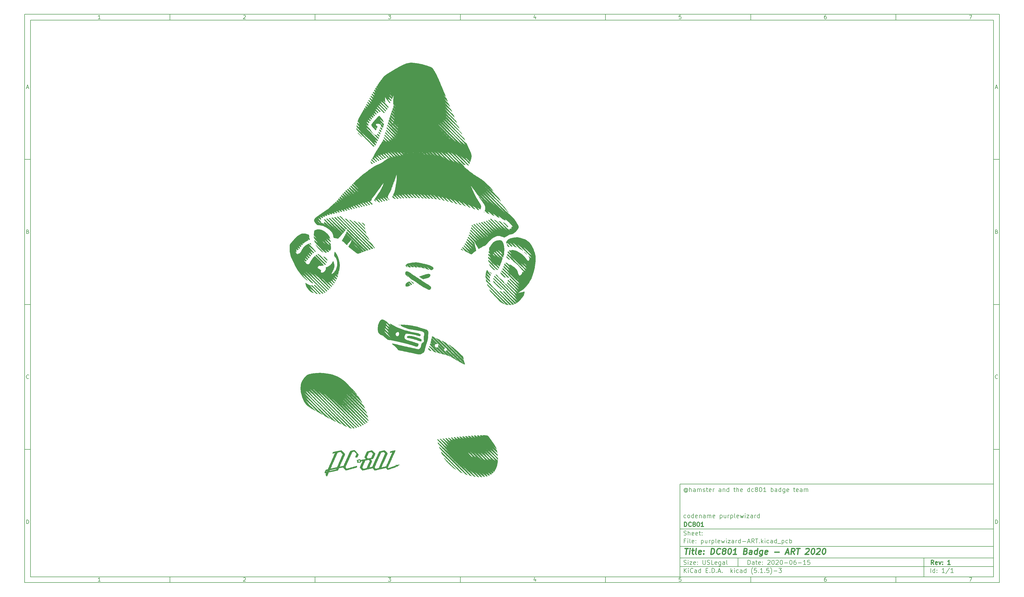
<source format=gts>
G04 #@! TF.GenerationSoftware,KiCad,Pcbnew,(5.1.5)-3*
G04 #@! TF.CreationDate,2020-08-11T10:58:05-06:00*
G04 #@! TF.ProjectId,purplewizard-ART,70757270-6c65-4776-997a-6172642d4152,1*
G04 #@! TF.SameCoordinates,Original*
G04 #@! TF.FileFunction,Soldermask,Top*
G04 #@! TF.FilePolarity,Negative*
%FSLAX46Y46*%
G04 Gerber Fmt 4.6, Leading zero omitted, Abs format (unit mm)*
G04 Created by KiCad (PCBNEW (5.1.5)-3) date 2020-08-11 10:58:05*
%MOMM*%
%LPD*%
G04 APERTURE LIST*
%ADD10C,0.100000*%
%ADD11C,0.150000*%
%ADD12C,0.300000*%
%ADD13C,0.400000*%
%ADD14C,0.010000*%
G04 APERTURE END LIST*
D10*
D11*
X235600000Y-171900000D02*
X235600000Y-203900000D01*
X343600000Y-203900000D01*
X343600000Y-171900000D01*
X235600000Y-171900000D01*
D10*
D11*
X10000000Y-10000000D02*
X10000000Y-205900000D01*
X345600000Y-205900000D01*
X345600000Y-10000000D01*
X10000000Y-10000000D01*
D10*
D11*
X12000000Y-12000000D02*
X12000000Y-203900000D01*
X343600000Y-203900000D01*
X343600000Y-12000000D01*
X12000000Y-12000000D01*
D10*
D11*
X60000000Y-12000000D02*
X60000000Y-10000000D01*
D10*
D11*
X110000000Y-12000000D02*
X110000000Y-10000000D01*
D10*
D11*
X160000000Y-12000000D02*
X160000000Y-10000000D01*
D10*
D11*
X210000000Y-12000000D02*
X210000000Y-10000000D01*
D10*
D11*
X260000000Y-12000000D02*
X260000000Y-10000000D01*
D10*
D11*
X310000000Y-12000000D02*
X310000000Y-10000000D01*
D10*
D11*
X36065476Y-11588095D02*
X35322619Y-11588095D01*
X35694047Y-11588095D02*
X35694047Y-10288095D01*
X35570238Y-10473809D01*
X35446428Y-10597619D01*
X35322619Y-10659523D01*
D10*
D11*
X85322619Y-10411904D02*
X85384523Y-10350000D01*
X85508333Y-10288095D01*
X85817857Y-10288095D01*
X85941666Y-10350000D01*
X86003571Y-10411904D01*
X86065476Y-10535714D01*
X86065476Y-10659523D01*
X86003571Y-10845238D01*
X85260714Y-11588095D01*
X86065476Y-11588095D01*
D10*
D11*
X135260714Y-10288095D02*
X136065476Y-10288095D01*
X135632142Y-10783333D01*
X135817857Y-10783333D01*
X135941666Y-10845238D01*
X136003571Y-10907142D01*
X136065476Y-11030952D01*
X136065476Y-11340476D01*
X136003571Y-11464285D01*
X135941666Y-11526190D01*
X135817857Y-11588095D01*
X135446428Y-11588095D01*
X135322619Y-11526190D01*
X135260714Y-11464285D01*
D10*
D11*
X185941666Y-10721428D02*
X185941666Y-11588095D01*
X185632142Y-10226190D02*
X185322619Y-11154761D01*
X186127380Y-11154761D01*
D10*
D11*
X236003571Y-10288095D02*
X235384523Y-10288095D01*
X235322619Y-10907142D01*
X235384523Y-10845238D01*
X235508333Y-10783333D01*
X235817857Y-10783333D01*
X235941666Y-10845238D01*
X236003571Y-10907142D01*
X236065476Y-11030952D01*
X236065476Y-11340476D01*
X236003571Y-11464285D01*
X235941666Y-11526190D01*
X235817857Y-11588095D01*
X235508333Y-11588095D01*
X235384523Y-11526190D01*
X235322619Y-11464285D01*
D10*
D11*
X285941666Y-10288095D02*
X285694047Y-10288095D01*
X285570238Y-10350000D01*
X285508333Y-10411904D01*
X285384523Y-10597619D01*
X285322619Y-10845238D01*
X285322619Y-11340476D01*
X285384523Y-11464285D01*
X285446428Y-11526190D01*
X285570238Y-11588095D01*
X285817857Y-11588095D01*
X285941666Y-11526190D01*
X286003571Y-11464285D01*
X286065476Y-11340476D01*
X286065476Y-11030952D01*
X286003571Y-10907142D01*
X285941666Y-10845238D01*
X285817857Y-10783333D01*
X285570238Y-10783333D01*
X285446428Y-10845238D01*
X285384523Y-10907142D01*
X285322619Y-11030952D01*
D10*
D11*
X335260714Y-10288095D02*
X336127380Y-10288095D01*
X335570238Y-11588095D01*
D10*
D11*
X60000000Y-203900000D02*
X60000000Y-205900000D01*
D10*
D11*
X110000000Y-203900000D02*
X110000000Y-205900000D01*
D10*
D11*
X160000000Y-203900000D02*
X160000000Y-205900000D01*
D10*
D11*
X210000000Y-203900000D02*
X210000000Y-205900000D01*
D10*
D11*
X260000000Y-203900000D02*
X260000000Y-205900000D01*
D10*
D11*
X310000000Y-203900000D02*
X310000000Y-205900000D01*
D10*
D11*
X36065476Y-205488095D02*
X35322619Y-205488095D01*
X35694047Y-205488095D02*
X35694047Y-204188095D01*
X35570238Y-204373809D01*
X35446428Y-204497619D01*
X35322619Y-204559523D01*
D10*
D11*
X85322619Y-204311904D02*
X85384523Y-204250000D01*
X85508333Y-204188095D01*
X85817857Y-204188095D01*
X85941666Y-204250000D01*
X86003571Y-204311904D01*
X86065476Y-204435714D01*
X86065476Y-204559523D01*
X86003571Y-204745238D01*
X85260714Y-205488095D01*
X86065476Y-205488095D01*
D10*
D11*
X135260714Y-204188095D02*
X136065476Y-204188095D01*
X135632142Y-204683333D01*
X135817857Y-204683333D01*
X135941666Y-204745238D01*
X136003571Y-204807142D01*
X136065476Y-204930952D01*
X136065476Y-205240476D01*
X136003571Y-205364285D01*
X135941666Y-205426190D01*
X135817857Y-205488095D01*
X135446428Y-205488095D01*
X135322619Y-205426190D01*
X135260714Y-205364285D01*
D10*
D11*
X185941666Y-204621428D02*
X185941666Y-205488095D01*
X185632142Y-204126190D02*
X185322619Y-205054761D01*
X186127380Y-205054761D01*
D10*
D11*
X236003571Y-204188095D02*
X235384523Y-204188095D01*
X235322619Y-204807142D01*
X235384523Y-204745238D01*
X235508333Y-204683333D01*
X235817857Y-204683333D01*
X235941666Y-204745238D01*
X236003571Y-204807142D01*
X236065476Y-204930952D01*
X236065476Y-205240476D01*
X236003571Y-205364285D01*
X235941666Y-205426190D01*
X235817857Y-205488095D01*
X235508333Y-205488095D01*
X235384523Y-205426190D01*
X235322619Y-205364285D01*
D10*
D11*
X285941666Y-204188095D02*
X285694047Y-204188095D01*
X285570238Y-204250000D01*
X285508333Y-204311904D01*
X285384523Y-204497619D01*
X285322619Y-204745238D01*
X285322619Y-205240476D01*
X285384523Y-205364285D01*
X285446428Y-205426190D01*
X285570238Y-205488095D01*
X285817857Y-205488095D01*
X285941666Y-205426190D01*
X286003571Y-205364285D01*
X286065476Y-205240476D01*
X286065476Y-204930952D01*
X286003571Y-204807142D01*
X285941666Y-204745238D01*
X285817857Y-204683333D01*
X285570238Y-204683333D01*
X285446428Y-204745238D01*
X285384523Y-204807142D01*
X285322619Y-204930952D01*
D10*
D11*
X335260714Y-204188095D02*
X336127380Y-204188095D01*
X335570238Y-205488095D01*
D10*
D11*
X10000000Y-60000000D02*
X12000000Y-60000000D01*
D10*
D11*
X10000000Y-110000000D02*
X12000000Y-110000000D01*
D10*
D11*
X10000000Y-160000000D02*
X12000000Y-160000000D01*
D10*
D11*
X10690476Y-35216666D02*
X11309523Y-35216666D01*
X10566666Y-35588095D02*
X11000000Y-34288095D01*
X11433333Y-35588095D01*
D10*
D11*
X11092857Y-84907142D02*
X11278571Y-84969047D01*
X11340476Y-85030952D01*
X11402380Y-85154761D01*
X11402380Y-85340476D01*
X11340476Y-85464285D01*
X11278571Y-85526190D01*
X11154761Y-85588095D01*
X10659523Y-85588095D01*
X10659523Y-84288095D01*
X11092857Y-84288095D01*
X11216666Y-84350000D01*
X11278571Y-84411904D01*
X11340476Y-84535714D01*
X11340476Y-84659523D01*
X11278571Y-84783333D01*
X11216666Y-84845238D01*
X11092857Y-84907142D01*
X10659523Y-84907142D01*
D10*
D11*
X11402380Y-135464285D02*
X11340476Y-135526190D01*
X11154761Y-135588095D01*
X11030952Y-135588095D01*
X10845238Y-135526190D01*
X10721428Y-135402380D01*
X10659523Y-135278571D01*
X10597619Y-135030952D01*
X10597619Y-134845238D01*
X10659523Y-134597619D01*
X10721428Y-134473809D01*
X10845238Y-134350000D01*
X11030952Y-134288095D01*
X11154761Y-134288095D01*
X11340476Y-134350000D01*
X11402380Y-134411904D01*
D10*
D11*
X10659523Y-185588095D02*
X10659523Y-184288095D01*
X10969047Y-184288095D01*
X11154761Y-184350000D01*
X11278571Y-184473809D01*
X11340476Y-184597619D01*
X11402380Y-184845238D01*
X11402380Y-185030952D01*
X11340476Y-185278571D01*
X11278571Y-185402380D01*
X11154761Y-185526190D01*
X10969047Y-185588095D01*
X10659523Y-185588095D01*
D10*
D11*
X345600000Y-60000000D02*
X343600000Y-60000000D01*
D10*
D11*
X345600000Y-110000000D02*
X343600000Y-110000000D01*
D10*
D11*
X345600000Y-160000000D02*
X343600000Y-160000000D01*
D10*
D11*
X344290476Y-35216666D02*
X344909523Y-35216666D01*
X344166666Y-35588095D02*
X344600000Y-34288095D01*
X345033333Y-35588095D01*
D10*
D11*
X344692857Y-84907142D02*
X344878571Y-84969047D01*
X344940476Y-85030952D01*
X345002380Y-85154761D01*
X345002380Y-85340476D01*
X344940476Y-85464285D01*
X344878571Y-85526190D01*
X344754761Y-85588095D01*
X344259523Y-85588095D01*
X344259523Y-84288095D01*
X344692857Y-84288095D01*
X344816666Y-84350000D01*
X344878571Y-84411904D01*
X344940476Y-84535714D01*
X344940476Y-84659523D01*
X344878571Y-84783333D01*
X344816666Y-84845238D01*
X344692857Y-84907142D01*
X344259523Y-84907142D01*
D10*
D11*
X345002380Y-135464285D02*
X344940476Y-135526190D01*
X344754761Y-135588095D01*
X344630952Y-135588095D01*
X344445238Y-135526190D01*
X344321428Y-135402380D01*
X344259523Y-135278571D01*
X344197619Y-135030952D01*
X344197619Y-134845238D01*
X344259523Y-134597619D01*
X344321428Y-134473809D01*
X344445238Y-134350000D01*
X344630952Y-134288095D01*
X344754761Y-134288095D01*
X344940476Y-134350000D01*
X345002380Y-134411904D01*
D10*
D11*
X344259523Y-185588095D02*
X344259523Y-184288095D01*
X344569047Y-184288095D01*
X344754761Y-184350000D01*
X344878571Y-184473809D01*
X344940476Y-184597619D01*
X345002380Y-184845238D01*
X345002380Y-185030952D01*
X344940476Y-185278571D01*
X344878571Y-185402380D01*
X344754761Y-185526190D01*
X344569047Y-185588095D01*
X344259523Y-185588095D01*
D10*
D11*
X259032142Y-199678571D02*
X259032142Y-198178571D01*
X259389285Y-198178571D01*
X259603571Y-198250000D01*
X259746428Y-198392857D01*
X259817857Y-198535714D01*
X259889285Y-198821428D01*
X259889285Y-199035714D01*
X259817857Y-199321428D01*
X259746428Y-199464285D01*
X259603571Y-199607142D01*
X259389285Y-199678571D01*
X259032142Y-199678571D01*
X261175000Y-199678571D02*
X261175000Y-198892857D01*
X261103571Y-198750000D01*
X260960714Y-198678571D01*
X260675000Y-198678571D01*
X260532142Y-198750000D01*
X261175000Y-199607142D02*
X261032142Y-199678571D01*
X260675000Y-199678571D01*
X260532142Y-199607142D01*
X260460714Y-199464285D01*
X260460714Y-199321428D01*
X260532142Y-199178571D01*
X260675000Y-199107142D01*
X261032142Y-199107142D01*
X261175000Y-199035714D01*
X261675000Y-198678571D02*
X262246428Y-198678571D01*
X261889285Y-198178571D02*
X261889285Y-199464285D01*
X261960714Y-199607142D01*
X262103571Y-199678571D01*
X262246428Y-199678571D01*
X263317857Y-199607142D02*
X263175000Y-199678571D01*
X262889285Y-199678571D01*
X262746428Y-199607142D01*
X262675000Y-199464285D01*
X262675000Y-198892857D01*
X262746428Y-198750000D01*
X262889285Y-198678571D01*
X263175000Y-198678571D01*
X263317857Y-198750000D01*
X263389285Y-198892857D01*
X263389285Y-199035714D01*
X262675000Y-199178571D01*
X264032142Y-199535714D02*
X264103571Y-199607142D01*
X264032142Y-199678571D01*
X263960714Y-199607142D01*
X264032142Y-199535714D01*
X264032142Y-199678571D01*
X264032142Y-198750000D02*
X264103571Y-198821428D01*
X264032142Y-198892857D01*
X263960714Y-198821428D01*
X264032142Y-198750000D01*
X264032142Y-198892857D01*
X265817857Y-198321428D02*
X265889285Y-198250000D01*
X266032142Y-198178571D01*
X266389285Y-198178571D01*
X266532142Y-198250000D01*
X266603571Y-198321428D01*
X266675000Y-198464285D01*
X266675000Y-198607142D01*
X266603571Y-198821428D01*
X265746428Y-199678571D01*
X266675000Y-199678571D01*
X267603571Y-198178571D02*
X267746428Y-198178571D01*
X267889285Y-198250000D01*
X267960714Y-198321428D01*
X268032142Y-198464285D01*
X268103571Y-198750000D01*
X268103571Y-199107142D01*
X268032142Y-199392857D01*
X267960714Y-199535714D01*
X267889285Y-199607142D01*
X267746428Y-199678571D01*
X267603571Y-199678571D01*
X267460714Y-199607142D01*
X267389285Y-199535714D01*
X267317857Y-199392857D01*
X267246428Y-199107142D01*
X267246428Y-198750000D01*
X267317857Y-198464285D01*
X267389285Y-198321428D01*
X267460714Y-198250000D01*
X267603571Y-198178571D01*
X268675000Y-198321428D02*
X268746428Y-198250000D01*
X268889285Y-198178571D01*
X269246428Y-198178571D01*
X269389285Y-198250000D01*
X269460714Y-198321428D01*
X269532142Y-198464285D01*
X269532142Y-198607142D01*
X269460714Y-198821428D01*
X268603571Y-199678571D01*
X269532142Y-199678571D01*
X270460714Y-198178571D02*
X270603571Y-198178571D01*
X270746428Y-198250000D01*
X270817857Y-198321428D01*
X270889285Y-198464285D01*
X270960714Y-198750000D01*
X270960714Y-199107142D01*
X270889285Y-199392857D01*
X270817857Y-199535714D01*
X270746428Y-199607142D01*
X270603571Y-199678571D01*
X270460714Y-199678571D01*
X270317857Y-199607142D01*
X270246428Y-199535714D01*
X270175000Y-199392857D01*
X270103571Y-199107142D01*
X270103571Y-198750000D01*
X270175000Y-198464285D01*
X270246428Y-198321428D01*
X270317857Y-198250000D01*
X270460714Y-198178571D01*
X271603571Y-199107142D02*
X272746428Y-199107142D01*
X273746428Y-198178571D02*
X273889285Y-198178571D01*
X274032142Y-198250000D01*
X274103571Y-198321428D01*
X274175000Y-198464285D01*
X274246428Y-198750000D01*
X274246428Y-199107142D01*
X274175000Y-199392857D01*
X274103571Y-199535714D01*
X274032142Y-199607142D01*
X273889285Y-199678571D01*
X273746428Y-199678571D01*
X273603571Y-199607142D01*
X273532142Y-199535714D01*
X273460714Y-199392857D01*
X273389285Y-199107142D01*
X273389285Y-198750000D01*
X273460714Y-198464285D01*
X273532142Y-198321428D01*
X273603571Y-198250000D01*
X273746428Y-198178571D01*
X275532142Y-198178571D02*
X275246428Y-198178571D01*
X275103571Y-198250000D01*
X275032142Y-198321428D01*
X274889285Y-198535714D01*
X274817857Y-198821428D01*
X274817857Y-199392857D01*
X274889285Y-199535714D01*
X274960714Y-199607142D01*
X275103571Y-199678571D01*
X275389285Y-199678571D01*
X275532142Y-199607142D01*
X275603571Y-199535714D01*
X275675000Y-199392857D01*
X275675000Y-199035714D01*
X275603571Y-198892857D01*
X275532142Y-198821428D01*
X275389285Y-198750000D01*
X275103571Y-198750000D01*
X274960714Y-198821428D01*
X274889285Y-198892857D01*
X274817857Y-199035714D01*
X276317857Y-199107142D02*
X277460714Y-199107142D01*
X278960714Y-199678571D02*
X278103571Y-199678571D01*
X278532142Y-199678571D02*
X278532142Y-198178571D01*
X278389285Y-198392857D01*
X278246428Y-198535714D01*
X278103571Y-198607142D01*
X280317857Y-198178571D02*
X279603571Y-198178571D01*
X279532142Y-198892857D01*
X279603571Y-198821428D01*
X279746428Y-198750000D01*
X280103571Y-198750000D01*
X280246428Y-198821428D01*
X280317857Y-198892857D01*
X280389285Y-199035714D01*
X280389285Y-199392857D01*
X280317857Y-199535714D01*
X280246428Y-199607142D01*
X280103571Y-199678571D01*
X279746428Y-199678571D01*
X279603571Y-199607142D01*
X279532142Y-199535714D01*
D10*
D11*
X235600000Y-200400000D02*
X343600000Y-200400000D01*
D10*
D11*
X237032142Y-202478571D02*
X237032142Y-200978571D01*
X237889285Y-202478571D02*
X237246428Y-201621428D01*
X237889285Y-200978571D02*
X237032142Y-201835714D01*
X238532142Y-202478571D02*
X238532142Y-201478571D01*
X238532142Y-200978571D02*
X238460714Y-201050000D01*
X238532142Y-201121428D01*
X238603571Y-201050000D01*
X238532142Y-200978571D01*
X238532142Y-201121428D01*
X240103571Y-202335714D02*
X240032142Y-202407142D01*
X239817857Y-202478571D01*
X239675000Y-202478571D01*
X239460714Y-202407142D01*
X239317857Y-202264285D01*
X239246428Y-202121428D01*
X239175000Y-201835714D01*
X239175000Y-201621428D01*
X239246428Y-201335714D01*
X239317857Y-201192857D01*
X239460714Y-201050000D01*
X239675000Y-200978571D01*
X239817857Y-200978571D01*
X240032142Y-201050000D01*
X240103571Y-201121428D01*
X241389285Y-202478571D02*
X241389285Y-201692857D01*
X241317857Y-201550000D01*
X241175000Y-201478571D01*
X240889285Y-201478571D01*
X240746428Y-201550000D01*
X241389285Y-202407142D02*
X241246428Y-202478571D01*
X240889285Y-202478571D01*
X240746428Y-202407142D01*
X240675000Y-202264285D01*
X240675000Y-202121428D01*
X240746428Y-201978571D01*
X240889285Y-201907142D01*
X241246428Y-201907142D01*
X241389285Y-201835714D01*
X242746428Y-202478571D02*
X242746428Y-200978571D01*
X242746428Y-202407142D02*
X242603571Y-202478571D01*
X242317857Y-202478571D01*
X242175000Y-202407142D01*
X242103571Y-202335714D01*
X242032142Y-202192857D01*
X242032142Y-201764285D01*
X242103571Y-201621428D01*
X242175000Y-201550000D01*
X242317857Y-201478571D01*
X242603571Y-201478571D01*
X242746428Y-201550000D01*
X244603571Y-201692857D02*
X245103571Y-201692857D01*
X245317857Y-202478571D02*
X244603571Y-202478571D01*
X244603571Y-200978571D01*
X245317857Y-200978571D01*
X245960714Y-202335714D02*
X246032142Y-202407142D01*
X245960714Y-202478571D01*
X245889285Y-202407142D01*
X245960714Y-202335714D01*
X245960714Y-202478571D01*
X246675000Y-202478571D02*
X246675000Y-200978571D01*
X247032142Y-200978571D01*
X247246428Y-201050000D01*
X247389285Y-201192857D01*
X247460714Y-201335714D01*
X247532142Y-201621428D01*
X247532142Y-201835714D01*
X247460714Y-202121428D01*
X247389285Y-202264285D01*
X247246428Y-202407142D01*
X247032142Y-202478571D01*
X246675000Y-202478571D01*
X248175000Y-202335714D02*
X248246428Y-202407142D01*
X248175000Y-202478571D01*
X248103571Y-202407142D01*
X248175000Y-202335714D01*
X248175000Y-202478571D01*
X248817857Y-202050000D02*
X249532142Y-202050000D01*
X248675000Y-202478571D02*
X249175000Y-200978571D01*
X249675000Y-202478571D01*
X250175000Y-202335714D02*
X250246428Y-202407142D01*
X250175000Y-202478571D01*
X250103571Y-202407142D01*
X250175000Y-202335714D01*
X250175000Y-202478571D01*
X253175000Y-202478571D02*
X253175000Y-200978571D01*
X253317857Y-201907142D02*
X253746428Y-202478571D01*
X253746428Y-201478571D02*
X253175000Y-202050000D01*
X254389285Y-202478571D02*
X254389285Y-201478571D01*
X254389285Y-200978571D02*
X254317857Y-201050000D01*
X254389285Y-201121428D01*
X254460714Y-201050000D01*
X254389285Y-200978571D01*
X254389285Y-201121428D01*
X255746428Y-202407142D02*
X255603571Y-202478571D01*
X255317857Y-202478571D01*
X255175000Y-202407142D01*
X255103571Y-202335714D01*
X255032142Y-202192857D01*
X255032142Y-201764285D01*
X255103571Y-201621428D01*
X255175000Y-201550000D01*
X255317857Y-201478571D01*
X255603571Y-201478571D01*
X255746428Y-201550000D01*
X257032142Y-202478571D02*
X257032142Y-201692857D01*
X256960714Y-201550000D01*
X256817857Y-201478571D01*
X256532142Y-201478571D01*
X256389285Y-201550000D01*
X257032142Y-202407142D02*
X256889285Y-202478571D01*
X256532142Y-202478571D01*
X256389285Y-202407142D01*
X256317857Y-202264285D01*
X256317857Y-202121428D01*
X256389285Y-201978571D01*
X256532142Y-201907142D01*
X256889285Y-201907142D01*
X257032142Y-201835714D01*
X258389285Y-202478571D02*
X258389285Y-200978571D01*
X258389285Y-202407142D02*
X258246428Y-202478571D01*
X257960714Y-202478571D01*
X257817857Y-202407142D01*
X257746428Y-202335714D01*
X257675000Y-202192857D01*
X257675000Y-201764285D01*
X257746428Y-201621428D01*
X257817857Y-201550000D01*
X257960714Y-201478571D01*
X258246428Y-201478571D01*
X258389285Y-201550000D01*
X260675000Y-203050000D02*
X260603571Y-202978571D01*
X260460714Y-202764285D01*
X260389285Y-202621428D01*
X260317857Y-202407142D01*
X260246428Y-202050000D01*
X260246428Y-201764285D01*
X260317857Y-201407142D01*
X260389285Y-201192857D01*
X260460714Y-201050000D01*
X260603571Y-200835714D01*
X260675000Y-200764285D01*
X261960714Y-200978571D02*
X261246428Y-200978571D01*
X261175000Y-201692857D01*
X261246428Y-201621428D01*
X261389285Y-201550000D01*
X261746428Y-201550000D01*
X261889285Y-201621428D01*
X261960714Y-201692857D01*
X262032142Y-201835714D01*
X262032142Y-202192857D01*
X261960714Y-202335714D01*
X261889285Y-202407142D01*
X261746428Y-202478571D01*
X261389285Y-202478571D01*
X261246428Y-202407142D01*
X261175000Y-202335714D01*
X262675000Y-202335714D02*
X262746428Y-202407142D01*
X262675000Y-202478571D01*
X262603571Y-202407142D01*
X262675000Y-202335714D01*
X262675000Y-202478571D01*
X264175000Y-202478571D02*
X263317857Y-202478571D01*
X263746428Y-202478571D02*
X263746428Y-200978571D01*
X263603571Y-201192857D01*
X263460714Y-201335714D01*
X263317857Y-201407142D01*
X264817857Y-202335714D02*
X264889285Y-202407142D01*
X264817857Y-202478571D01*
X264746428Y-202407142D01*
X264817857Y-202335714D01*
X264817857Y-202478571D01*
X266246428Y-200978571D02*
X265532142Y-200978571D01*
X265460714Y-201692857D01*
X265532142Y-201621428D01*
X265675000Y-201550000D01*
X266032142Y-201550000D01*
X266175000Y-201621428D01*
X266246428Y-201692857D01*
X266317857Y-201835714D01*
X266317857Y-202192857D01*
X266246428Y-202335714D01*
X266175000Y-202407142D01*
X266032142Y-202478571D01*
X265675000Y-202478571D01*
X265532142Y-202407142D01*
X265460714Y-202335714D01*
X266817857Y-203050000D02*
X266889285Y-202978571D01*
X267032142Y-202764285D01*
X267103571Y-202621428D01*
X267175000Y-202407142D01*
X267246428Y-202050000D01*
X267246428Y-201764285D01*
X267175000Y-201407142D01*
X267103571Y-201192857D01*
X267032142Y-201050000D01*
X266889285Y-200835714D01*
X266817857Y-200764285D01*
X267960714Y-201907142D02*
X269103571Y-201907142D01*
X269675000Y-200978571D02*
X270603571Y-200978571D01*
X270103571Y-201550000D01*
X270317857Y-201550000D01*
X270460714Y-201621428D01*
X270532142Y-201692857D01*
X270603571Y-201835714D01*
X270603571Y-202192857D01*
X270532142Y-202335714D01*
X270460714Y-202407142D01*
X270317857Y-202478571D01*
X269889285Y-202478571D01*
X269746428Y-202407142D01*
X269675000Y-202335714D01*
D10*
D11*
X235600000Y-197400000D02*
X343600000Y-197400000D01*
D10*
D12*
X323009285Y-199678571D02*
X322509285Y-198964285D01*
X322152142Y-199678571D02*
X322152142Y-198178571D01*
X322723571Y-198178571D01*
X322866428Y-198250000D01*
X322937857Y-198321428D01*
X323009285Y-198464285D01*
X323009285Y-198678571D01*
X322937857Y-198821428D01*
X322866428Y-198892857D01*
X322723571Y-198964285D01*
X322152142Y-198964285D01*
X324223571Y-199607142D02*
X324080714Y-199678571D01*
X323795000Y-199678571D01*
X323652142Y-199607142D01*
X323580714Y-199464285D01*
X323580714Y-198892857D01*
X323652142Y-198750000D01*
X323795000Y-198678571D01*
X324080714Y-198678571D01*
X324223571Y-198750000D01*
X324295000Y-198892857D01*
X324295000Y-199035714D01*
X323580714Y-199178571D01*
X324795000Y-198678571D02*
X325152142Y-199678571D01*
X325509285Y-198678571D01*
X326080714Y-199535714D02*
X326152142Y-199607142D01*
X326080714Y-199678571D01*
X326009285Y-199607142D01*
X326080714Y-199535714D01*
X326080714Y-199678571D01*
X326080714Y-198750000D02*
X326152142Y-198821428D01*
X326080714Y-198892857D01*
X326009285Y-198821428D01*
X326080714Y-198750000D01*
X326080714Y-198892857D01*
X328723571Y-199678571D02*
X327866428Y-199678571D01*
X328295000Y-199678571D02*
X328295000Y-198178571D01*
X328152142Y-198392857D01*
X328009285Y-198535714D01*
X327866428Y-198607142D01*
D10*
D11*
X236960714Y-199607142D02*
X237175000Y-199678571D01*
X237532142Y-199678571D01*
X237675000Y-199607142D01*
X237746428Y-199535714D01*
X237817857Y-199392857D01*
X237817857Y-199250000D01*
X237746428Y-199107142D01*
X237675000Y-199035714D01*
X237532142Y-198964285D01*
X237246428Y-198892857D01*
X237103571Y-198821428D01*
X237032142Y-198750000D01*
X236960714Y-198607142D01*
X236960714Y-198464285D01*
X237032142Y-198321428D01*
X237103571Y-198250000D01*
X237246428Y-198178571D01*
X237603571Y-198178571D01*
X237817857Y-198250000D01*
X238460714Y-199678571D02*
X238460714Y-198678571D01*
X238460714Y-198178571D02*
X238389285Y-198250000D01*
X238460714Y-198321428D01*
X238532142Y-198250000D01*
X238460714Y-198178571D01*
X238460714Y-198321428D01*
X239032142Y-198678571D02*
X239817857Y-198678571D01*
X239032142Y-199678571D01*
X239817857Y-199678571D01*
X240960714Y-199607142D02*
X240817857Y-199678571D01*
X240532142Y-199678571D01*
X240389285Y-199607142D01*
X240317857Y-199464285D01*
X240317857Y-198892857D01*
X240389285Y-198750000D01*
X240532142Y-198678571D01*
X240817857Y-198678571D01*
X240960714Y-198750000D01*
X241032142Y-198892857D01*
X241032142Y-199035714D01*
X240317857Y-199178571D01*
X241675000Y-199535714D02*
X241746428Y-199607142D01*
X241675000Y-199678571D01*
X241603571Y-199607142D01*
X241675000Y-199535714D01*
X241675000Y-199678571D01*
X241675000Y-198750000D02*
X241746428Y-198821428D01*
X241675000Y-198892857D01*
X241603571Y-198821428D01*
X241675000Y-198750000D01*
X241675000Y-198892857D01*
X243532142Y-198178571D02*
X243532142Y-199392857D01*
X243603571Y-199535714D01*
X243675000Y-199607142D01*
X243817857Y-199678571D01*
X244103571Y-199678571D01*
X244246428Y-199607142D01*
X244317857Y-199535714D01*
X244389285Y-199392857D01*
X244389285Y-198178571D01*
X245032142Y-199607142D02*
X245246428Y-199678571D01*
X245603571Y-199678571D01*
X245746428Y-199607142D01*
X245817857Y-199535714D01*
X245889285Y-199392857D01*
X245889285Y-199250000D01*
X245817857Y-199107142D01*
X245746428Y-199035714D01*
X245603571Y-198964285D01*
X245317857Y-198892857D01*
X245175000Y-198821428D01*
X245103571Y-198750000D01*
X245032142Y-198607142D01*
X245032142Y-198464285D01*
X245103571Y-198321428D01*
X245175000Y-198250000D01*
X245317857Y-198178571D01*
X245675000Y-198178571D01*
X245889285Y-198250000D01*
X247246428Y-199678571D02*
X246532142Y-199678571D01*
X246532142Y-198178571D01*
X248317857Y-199607142D02*
X248175000Y-199678571D01*
X247889285Y-199678571D01*
X247746428Y-199607142D01*
X247675000Y-199464285D01*
X247675000Y-198892857D01*
X247746428Y-198750000D01*
X247889285Y-198678571D01*
X248175000Y-198678571D01*
X248317857Y-198750000D01*
X248389285Y-198892857D01*
X248389285Y-199035714D01*
X247675000Y-199178571D01*
X249675000Y-198678571D02*
X249675000Y-199892857D01*
X249603571Y-200035714D01*
X249532142Y-200107142D01*
X249389285Y-200178571D01*
X249175000Y-200178571D01*
X249032142Y-200107142D01*
X249675000Y-199607142D02*
X249532142Y-199678571D01*
X249246428Y-199678571D01*
X249103571Y-199607142D01*
X249032142Y-199535714D01*
X248960714Y-199392857D01*
X248960714Y-198964285D01*
X249032142Y-198821428D01*
X249103571Y-198750000D01*
X249246428Y-198678571D01*
X249532142Y-198678571D01*
X249675000Y-198750000D01*
X251032142Y-199678571D02*
X251032142Y-198892857D01*
X250960714Y-198750000D01*
X250817857Y-198678571D01*
X250532142Y-198678571D01*
X250389285Y-198750000D01*
X251032142Y-199607142D02*
X250889285Y-199678571D01*
X250532142Y-199678571D01*
X250389285Y-199607142D01*
X250317857Y-199464285D01*
X250317857Y-199321428D01*
X250389285Y-199178571D01*
X250532142Y-199107142D01*
X250889285Y-199107142D01*
X251032142Y-199035714D01*
X251960714Y-199678571D02*
X251817857Y-199607142D01*
X251746428Y-199464285D01*
X251746428Y-198178571D01*
D10*
D11*
X322032142Y-202478571D02*
X322032142Y-200978571D01*
X323389285Y-202478571D02*
X323389285Y-200978571D01*
X323389285Y-202407142D02*
X323246428Y-202478571D01*
X322960714Y-202478571D01*
X322817857Y-202407142D01*
X322746428Y-202335714D01*
X322675000Y-202192857D01*
X322675000Y-201764285D01*
X322746428Y-201621428D01*
X322817857Y-201550000D01*
X322960714Y-201478571D01*
X323246428Y-201478571D01*
X323389285Y-201550000D01*
X324103571Y-202335714D02*
X324175000Y-202407142D01*
X324103571Y-202478571D01*
X324032142Y-202407142D01*
X324103571Y-202335714D01*
X324103571Y-202478571D01*
X324103571Y-201550000D02*
X324175000Y-201621428D01*
X324103571Y-201692857D01*
X324032142Y-201621428D01*
X324103571Y-201550000D01*
X324103571Y-201692857D01*
X326746428Y-202478571D02*
X325889285Y-202478571D01*
X326317857Y-202478571D02*
X326317857Y-200978571D01*
X326175000Y-201192857D01*
X326032142Y-201335714D01*
X325889285Y-201407142D01*
X328460714Y-200907142D02*
X327175000Y-202835714D01*
X329746428Y-202478571D02*
X328889285Y-202478571D01*
X329317857Y-202478571D02*
X329317857Y-200978571D01*
X329175000Y-201192857D01*
X329032142Y-201335714D01*
X328889285Y-201407142D01*
D10*
D11*
X235600000Y-193400000D02*
X343600000Y-193400000D01*
D10*
D13*
X237312380Y-194104761D02*
X238455238Y-194104761D01*
X237633809Y-196104761D02*
X237883809Y-194104761D01*
X238871904Y-196104761D02*
X239038571Y-194771428D01*
X239121904Y-194104761D02*
X239014761Y-194200000D01*
X239098095Y-194295238D01*
X239205238Y-194200000D01*
X239121904Y-194104761D01*
X239098095Y-194295238D01*
X239705238Y-194771428D02*
X240467142Y-194771428D01*
X240074285Y-194104761D02*
X239860000Y-195819047D01*
X239931428Y-196009523D01*
X240110000Y-196104761D01*
X240300476Y-196104761D01*
X241252857Y-196104761D02*
X241074285Y-196009523D01*
X241002857Y-195819047D01*
X241217142Y-194104761D01*
X242788571Y-196009523D02*
X242586190Y-196104761D01*
X242205238Y-196104761D01*
X242026666Y-196009523D01*
X241955238Y-195819047D01*
X242050476Y-195057142D01*
X242169523Y-194866666D01*
X242371904Y-194771428D01*
X242752857Y-194771428D01*
X242931428Y-194866666D01*
X243002857Y-195057142D01*
X242979047Y-195247619D01*
X242002857Y-195438095D01*
X243752857Y-195914285D02*
X243836190Y-196009523D01*
X243729047Y-196104761D01*
X243645714Y-196009523D01*
X243752857Y-195914285D01*
X243729047Y-196104761D01*
X243883809Y-194866666D02*
X243967142Y-194961904D01*
X243860000Y-195057142D01*
X243776666Y-194961904D01*
X243883809Y-194866666D01*
X243860000Y-195057142D01*
X246205238Y-196104761D02*
X246455238Y-194104761D01*
X246931428Y-194104761D01*
X247205238Y-194200000D01*
X247371904Y-194390476D01*
X247443333Y-194580952D01*
X247490952Y-194961904D01*
X247455238Y-195247619D01*
X247312380Y-195628571D01*
X247193333Y-195819047D01*
X246979047Y-196009523D01*
X246681428Y-196104761D01*
X246205238Y-196104761D01*
X249371904Y-195914285D02*
X249264761Y-196009523D01*
X248967142Y-196104761D01*
X248776666Y-196104761D01*
X248502857Y-196009523D01*
X248336190Y-195819047D01*
X248264761Y-195628571D01*
X248217142Y-195247619D01*
X248252857Y-194961904D01*
X248395714Y-194580952D01*
X248514761Y-194390476D01*
X248729047Y-194200000D01*
X249026666Y-194104761D01*
X249217142Y-194104761D01*
X249490952Y-194200000D01*
X249574285Y-194295238D01*
X250633809Y-194961904D02*
X250455238Y-194866666D01*
X250371904Y-194771428D01*
X250300476Y-194580952D01*
X250312380Y-194485714D01*
X250431428Y-194295238D01*
X250538571Y-194200000D01*
X250740952Y-194104761D01*
X251121904Y-194104761D01*
X251300476Y-194200000D01*
X251383809Y-194295238D01*
X251455238Y-194485714D01*
X251443333Y-194580952D01*
X251324285Y-194771428D01*
X251217142Y-194866666D01*
X251014761Y-194961904D01*
X250633809Y-194961904D01*
X250431428Y-195057142D01*
X250324285Y-195152380D01*
X250205238Y-195342857D01*
X250157619Y-195723809D01*
X250229047Y-195914285D01*
X250312380Y-196009523D01*
X250490952Y-196104761D01*
X250871904Y-196104761D01*
X251074285Y-196009523D01*
X251181428Y-195914285D01*
X251300476Y-195723809D01*
X251348095Y-195342857D01*
X251276666Y-195152380D01*
X251193333Y-195057142D01*
X251014761Y-194961904D01*
X252740952Y-194104761D02*
X252931428Y-194104761D01*
X253110000Y-194200000D01*
X253193333Y-194295238D01*
X253264761Y-194485714D01*
X253312380Y-194866666D01*
X253252857Y-195342857D01*
X253110000Y-195723809D01*
X252990952Y-195914285D01*
X252883809Y-196009523D01*
X252681428Y-196104761D01*
X252490952Y-196104761D01*
X252312380Y-196009523D01*
X252229047Y-195914285D01*
X252157619Y-195723809D01*
X252110000Y-195342857D01*
X252169523Y-194866666D01*
X252312380Y-194485714D01*
X252431428Y-194295238D01*
X252538571Y-194200000D01*
X252740952Y-194104761D01*
X255062380Y-196104761D02*
X253919523Y-196104761D01*
X254490952Y-196104761D02*
X254740952Y-194104761D01*
X254514761Y-194390476D01*
X254300476Y-194580952D01*
X254098095Y-194676190D01*
X258240952Y-195057142D02*
X258514761Y-195152380D01*
X258598095Y-195247619D01*
X258669523Y-195438095D01*
X258633809Y-195723809D01*
X258514761Y-195914285D01*
X258407619Y-196009523D01*
X258205238Y-196104761D01*
X257443333Y-196104761D01*
X257693333Y-194104761D01*
X258360000Y-194104761D01*
X258538571Y-194200000D01*
X258621904Y-194295238D01*
X258693333Y-194485714D01*
X258669523Y-194676190D01*
X258550476Y-194866666D01*
X258443333Y-194961904D01*
X258240952Y-195057142D01*
X257574285Y-195057142D01*
X260300476Y-196104761D02*
X260431428Y-195057142D01*
X260360000Y-194866666D01*
X260181428Y-194771428D01*
X259800476Y-194771428D01*
X259598095Y-194866666D01*
X260312380Y-196009523D02*
X260110000Y-196104761D01*
X259633809Y-196104761D01*
X259455238Y-196009523D01*
X259383809Y-195819047D01*
X259407619Y-195628571D01*
X259526666Y-195438095D01*
X259729047Y-195342857D01*
X260205238Y-195342857D01*
X260407619Y-195247619D01*
X262110000Y-196104761D02*
X262360000Y-194104761D01*
X262121904Y-196009523D02*
X261919523Y-196104761D01*
X261538571Y-196104761D01*
X261360000Y-196009523D01*
X261276666Y-195914285D01*
X261205238Y-195723809D01*
X261276666Y-195152380D01*
X261395714Y-194961904D01*
X261502857Y-194866666D01*
X261705238Y-194771428D01*
X262086190Y-194771428D01*
X262264761Y-194866666D01*
X264086190Y-194771428D02*
X263883809Y-196390476D01*
X263764761Y-196580952D01*
X263657619Y-196676190D01*
X263455238Y-196771428D01*
X263169523Y-196771428D01*
X262990952Y-196676190D01*
X263931428Y-196009523D02*
X263729047Y-196104761D01*
X263348095Y-196104761D01*
X263169523Y-196009523D01*
X263086190Y-195914285D01*
X263014761Y-195723809D01*
X263086190Y-195152380D01*
X263205238Y-194961904D01*
X263312380Y-194866666D01*
X263514761Y-194771428D01*
X263895714Y-194771428D01*
X264074285Y-194866666D01*
X265645714Y-196009523D02*
X265443333Y-196104761D01*
X265062380Y-196104761D01*
X264883809Y-196009523D01*
X264812380Y-195819047D01*
X264907619Y-195057142D01*
X265026666Y-194866666D01*
X265229047Y-194771428D01*
X265610000Y-194771428D01*
X265788571Y-194866666D01*
X265860000Y-195057142D01*
X265836190Y-195247619D01*
X264860000Y-195438095D01*
X268205238Y-195342857D02*
X269729047Y-195342857D01*
X272086190Y-195533333D02*
X273038571Y-195533333D01*
X271824285Y-196104761D02*
X272740952Y-194104761D01*
X273157619Y-196104761D01*
X274967142Y-196104761D02*
X274419523Y-195152380D01*
X273824285Y-196104761D02*
X274074285Y-194104761D01*
X274836190Y-194104761D01*
X275014761Y-194200000D01*
X275098095Y-194295238D01*
X275169523Y-194485714D01*
X275133809Y-194771428D01*
X275014761Y-194961904D01*
X274907619Y-195057142D01*
X274705238Y-195152380D01*
X273943333Y-195152380D01*
X275788571Y-194104761D02*
X276931428Y-194104761D01*
X276110000Y-196104761D02*
X276360000Y-194104761D01*
X279002857Y-194295238D02*
X279110000Y-194200000D01*
X279312380Y-194104761D01*
X279788571Y-194104761D01*
X279967142Y-194200000D01*
X280050476Y-194295238D01*
X280121904Y-194485714D01*
X280098095Y-194676190D01*
X279967142Y-194961904D01*
X278681428Y-196104761D01*
X279919523Y-196104761D01*
X281407619Y-194104761D02*
X281598095Y-194104761D01*
X281776666Y-194200000D01*
X281860000Y-194295238D01*
X281931428Y-194485714D01*
X281979047Y-194866666D01*
X281919523Y-195342857D01*
X281776666Y-195723809D01*
X281657619Y-195914285D01*
X281550476Y-196009523D01*
X281348095Y-196104761D01*
X281157619Y-196104761D01*
X280979047Y-196009523D01*
X280895714Y-195914285D01*
X280824285Y-195723809D01*
X280776666Y-195342857D01*
X280836190Y-194866666D01*
X280979047Y-194485714D01*
X281098095Y-194295238D01*
X281205238Y-194200000D01*
X281407619Y-194104761D01*
X282812380Y-194295238D02*
X282919523Y-194200000D01*
X283121904Y-194104761D01*
X283598095Y-194104761D01*
X283776666Y-194200000D01*
X283860000Y-194295238D01*
X283931428Y-194485714D01*
X283907619Y-194676190D01*
X283776666Y-194961904D01*
X282490952Y-196104761D01*
X283729047Y-196104761D01*
X285217142Y-194104761D02*
X285407619Y-194104761D01*
X285586190Y-194200000D01*
X285669523Y-194295238D01*
X285740952Y-194485714D01*
X285788571Y-194866666D01*
X285729047Y-195342857D01*
X285586190Y-195723809D01*
X285467142Y-195914285D01*
X285360000Y-196009523D01*
X285157619Y-196104761D01*
X284967142Y-196104761D01*
X284788571Y-196009523D01*
X284705238Y-195914285D01*
X284633809Y-195723809D01*
X284586190Y-195342857D01*
X284645714Y-194866666D01*
X284788571Y-194485714D01*
X284907619Y-194295238D01*
X285014761Y-194200000D01*
X285217142Y-194104761D01*
D10*
D11*
X237532142Y-191492857D02*
X237032142Y-191492857D01*
X237032142Y-192278571D02*
X237032142Y-190778571D01*
X237746428Y-190778571D01*
X238317857Y-192278571D02*
X238317857Y-191278571D01*
X238317857Y-190778571D02*
X238246428Y-190850000D01*
X238317857Y-190921428D01*
X238389285Y-190850000D01*
X238317857Y-190778571D01*
X238317857Y-190921428D01*
X239246428Y-192278571D02*
X239103571Y-192207142D01*
X239032142Y-192064285D01*
X239032142Y-190778571D01*
X240389285Y-192207142D02*
X240246428Y-192278571D01*
X239960714Y-192278571D01*
X239817857Y-192207142D01*
X239746428Y-192064285D01*
X239746428Y-191492857D01*
X239817857Y-191350000D01*
X239960714Y-191278571D01*
X240246428Y-191278571D01*
X240389285Y-191350000D01*
X240460714Y-191492857D01*
X240460714Y-191635714D01*
X239746428Y-191778571D01*
X241103571Y-192135714D02*
X241175000Y-192207142D01*
X241103571Y-192278571D01*
X241032142Y-192207142D01*
X241103571Y-192135714D01*
X241103571Y-192278571D01*
X241103571Y-191350000D02*
X241175000Y-191421428D01*
X241103571Y-191492857D01*
X241032142Y-191421428D01*
X241103571Y-191350000D01*
X241103571Y-191492857D01*
X242960714Y-191278571D02*
X242960714Y-192778571D01*
X242960714Y-191350000D02*
X243103571Y-191278571D01*
X243389285Y-191278571D01*
X243532142Y-191350000D01*
X243603571Y-191421428D01*
X243675000Y-191564285D01*
X243675000Y-191992857D01*
X243603571Y-192135714D01*
X243532142Y-192207142D01*
X243389285Y-192278571D01*
X243103571Y-192278571D01*
X242960714Y-192207142D01*
X244960714Y-191278571D02*
X244960714Y-192278571D01*
X244317857Y-191278571D02*
X244317857Y-192064285D01*
X244389285Y-192207142D01*
X244532142Y-192278571D01*
X244746428Y-192278571D01*
X244889285Y-192207142D01*
X244960714Y-192135714D01*
X245675000Y-192278571D02*
X245675000Y-191278571D01*
X245675000Y-191564285D02*
X245746428Y-191421428D01*
X245817857Y-191350000D01*
X245960714Y-191278571D01*
X246103571Y-191278571D01*
X246603571Y-191278571D02*
X246603571Y-192778571D01*
X246603571Y-191350000D02*
X246746428Y-191278571D01*
X247032142Y-191278571D01*
X247175000Y-191350000D01*
X247246428Y-191421428D01*
X247317857Y-191564285D01*
X247317857Y-191992857D01*
X247246428Y-192135714D01*
X247175000Y-192207142D01*
X247032142Y-192278571D01*
X246746428Y-192278571D01*
X246603571Y-192207142D01*
X248175000Y-192278571D02*
X248032142Y-192207142D01*
X247960714Y-192064285D01*
X247960714Y-190778571D01*
X249317857Y-192207142D02*
X249175000Y-192278571D01*
X248889285Y-192278571D01*
X248746428Y-192207142D01*
X248675000Y-192064285D01*
X248675000Y-191492857D01*
X248746428Y-191350000D01*
X248889285Y-191278571D01*
X249175000Y-191278571D01*
X249317857Y-191350000D01*
X249389285Y-191492857D01*
X249389285Y-191635714D01*
X248675000Y-191778571D01*
X249889285Y-191278571D02*
X250175000Y-192278571D01*
X250460714Y-191564285D01*
X250746428Y-192278571D01*
X251032142Y-191278571D01*
X251603571Y-192278571D02*
X251603571Y-191278571D01*
X251603571Y-190778571D02*
X251532142Y-190850000D01*
X251603571Y-190921428D01*
X251675000Y-190850000D01*
X251603571Y-190778571D01*
X251603571Y-190921428D01*
X252175000Y-191278571D02*
X252960714Y-191278571D01*
X252175000Y-192278571D01*
X252960714Y-192278571D01*
X254175000Y-192278571D02*
X254175000Y-191492857D01*
X254103571Y-191350000D01*
X253960714Y-191278571D01*
X253675000Y-191278571D01*
X253532142Y-191350000D01*
X254175000Y-192207142D02*
X254032142Y-192278571D01*
X253675000Y-192278571D01*
X253532142Y-192207142D01*
X253460714Y-192064285D01*
X253460714Y-191921428D01*
X253532142Y-191778571D01*
X253675000Y-191707142D01*
X254032142Y-191707142D01*
X254175000Y-191635714D01*
X254889285Y-192278571D02*
X254889285Y-191278571D01*
X254889285Y-191564285D02*
X254960714Y-191421428D01*
X255032142Y-191350000D01*
X255175000Y-191278571D01*
X255317857Y-191278571D01*
X256460714Y-192278571D02*
X256460714Y-190778571D01*
X256460714Y-192207142D02*
X256317857Y-192278571D01*
X256032142Y-192278571D01*
X255889285Y-192207142D01*
X255817857Y-192135714D01*
X255746428Y-191992857D01*
X255746428Y-191564285D01*
X255817857Y-191421428D01*
X255889285Y-191350000D01*
X256032142Y-191278571D01*
X256317857Y-191278571D01*
X256460714Y-191350000D01*
X257175000Y-191707142D02*
X258317857Y-191707142D01*
X258960714Y-191850000D02*
X259675000Y-191850000D01*
X258817857Y-192278571D02*
X259317857Y-190778571D01*
X259817857Y-192278571D01*
X261175000Y-192278571D02*
X260675000Y-191564285D01*
X260317857Y-192278571D02*
X260317857Y-190778571D01*
X260889285Y-190778571D01*
X261032142Y-190850000D01*
X261103571Y-190921428D01*
X261175000Y-191064285D01*
X261175000Y-191278571D01*
X261103571Y-191421428D01*
X261032142Y-191492857D01*
X260889285Y-191564285D01*
X260317857Y-191564285D01*
X261603571Y-190778571D02*
X262460714Y-190778571D01*
X262032142Y-192278571D02*
X262032142Y-190778571D01*
X262960714Y-192135714D02*
X263032142Y-192207142D01*
X262960714Y-192278571D01*
X262889285Y-192207142D01*
X262960714Y-192135714D01*
X262960714Y-192278571D01*
X263675000Y-192278571D02*
X263675000Y-190778571D01*
X263817857Y-191707142D02*
X264246428Y-192278571D01*
X264246428Y-191278571D02*
X263675000Y-191850000D01*
X264889285Y-192278571D02*
X264889285Y-191278571D01*
X264889285Y-190778571D02*
X264817857Y-190850000D01*
X264889285Y-190921428D01*
X264960714Y-190850000D01*
X264889285Y-190778571D01*
X264889285Y-190921428D01*
X266246428Y-192207142D02*
X266103571Y-192278571D01*
X265817857Y-192278571D01*
X265675000Y-192207142D01*
X265603571Y-192135714D01*
X265532142Y-191992857D01*
X265532142Y-191564285D01*
X265603571Y-191421428D01*
X265675000Y-191350000D01*
X265817857Y-191278571D01*
X266103571Y-191278571D01*
X266246428Y-191350000D01*
X267532142Y-192278571D02*
X267532142Y-191492857D01*
X267460714Y-191350000D01*
X267317857Y-191278571D01*
X267032142Y-191278571D01*
X266889285Y-191350000D01*
X267532142Y-192207142D02*
X267389285Y-192278571D01*
X267032142Y-192278571D01*
X266889285Y-192207142D01*
X266817857Y-192064285D01*
X266817857Y-191921428D01*
X266889285Y-191778571D01*
X267032142Y-191707142D01*
X267389285Y-191707142D01*
X267532142Y-191635714D01*
X268889285Y-192278571D02*
X268889285Y-190778571D01*
X268889285Y-192207142D02*
X268746428Y-192278571D01*
X268460714Y-192278571D01*
X268317857Y-192207142D01*
X268246428Y-192135714D01*
X268175000Y-191992857D01*
X268175000Y-191564285D01*
X268246428Y-191421428D01*
X268317857Y-191350000D01*
X268460714Y-191278571D01*
X268746428Y-191278571D01*
X268889285Y-191350000D01*
X269246428Y-192421428D02*
X270389285Y-192421428D01*
X270746428Y-191278571D02*
X270746428Y-192778571D01*
X270746428Y-191350000D02*
X270889285Y-191278571D01*
X271175000Y-191278571D01*
X271317857Y-191350000D01*
X271389285Y-191421428D01*
X271460714Y-191564285D01*
X271460714Y-191992857D01*
X271389285Y-192135714D01*
X271317857Y-192207142D01*
X271175000Y-192278571D01*
X270889285Y-192278571D01*
X270746428Y-192207142D01*
X272746428Y-192207142D02*
X272603571Y-192278571D01*
X272317857Y-192278571D01*
X272175000Y-192207142D01*
X272103571Y-192135714D01*
X272032142Y-191992857D01*
X272032142Y-191564285D01*
X272103571Y-191421428D01*
X272175000Y-191350000D01*
X272317857Y-191278571D01*
X272603571Y-191278571D01*
X272746428Y-191350000D01*
X273389285Y-192278571D02*
X273389285Y-190778571D01*
X273389285Y-191350000D02*
X273532142Y-191278571D01*
X273817857Y-191278571D01*
X273960714Y-191350000D01*
X274032142Y-191421428D01*
X274103571Y-191564285D01*
X274103571Y-191992857D01*
X274032142Y-192135714D01*
X273960714Y-192207142D01*
X273817857Y-192278571D01*
X273532142Y-192278571D01*
X273389285Y-192207142D01*
D10*
D11*
X235600000Y-187400000D02*
X343600000Y-187400000D01*
D10*
D11*
X236960714Y-189507142D02*
X237175000Y-189578571D01*
X237532142Y-189578571D01*
X237675000Y-189507142D01*
X237746428Y-189435714D01*
X237817857Y-189292857D01*
X237817857Y-189150000D01*
X237746428Y-189007142D01*
X237675000Y-188935714D01*
X237532142Y-188864285D01*
X237246428Y-188792857D01*
X237103571Y-188721428D01*
X237032142Y-188650000D01*
X236960714Y-188507142D01*
X236960714Y-188364285D01*
X237032142Y-188221428D01*
X237103571Y-188150000D01*
X237246428Y-188078571D01*
X237603571Y-188078571D01*
X237817857Y-188150000D01*
X238460714Y-189578571D02*
X238460714Y-188078571D01*
X239103571Y-189578571D02*
X239103571Y-188792857D01*
X239032142Y-188650000D01*
X238889285Y-188578571D01*
X238675000Y-188578571D01*
X238532142Y-188650000D01*
X238460714Y-188721428D01*
X240389285Y-189507142D02*
X240246428Y-189578571D01*
X239960714Y-189578571D01*
X239817857Y-189507142D01*
X239746428Y-189364285D01*
X239746428Y-188792857D01*
X239817857Y-188650000D01*
X239960714Y-188578571D01*
X240246428Y-188578571D01*
X240389285Y-188650000D01*
X240460714Y-188792857D01*
X240460714Y-188935714D01*
X239746428Y-189078571D01*
X241675000Y-189507142D02*
X241532142Y-189578571D01*
X241246428Y-189578571D01*
X241103571Y-189507142D01*
X241032142Y-189364285D01*
X241032142Y-188792857D01*
X241103571Y-188650000D01*
X241246428Y-188578571D01*
X241532142Y-188578571D01*
X241675000Y-188650000D01*
X241746428Y-188792857D01*
X241746428Y-188935714D01*
X241032142Y-189078571D01*
X242175000Y-188578571D02*
X242746428Y-188578571D01*
X242389285Y-188078571D02*
X242389285Y-189364285D01*
X242460714Y-189507142D01*
X242603571Y-189578571D01*
X242746428Y-189578571D01*
X243246428Y-189435714D02*
X243317857Y-189507142D01*
X243246428Y-189578571D01*
X243175000Y-189507142D01*
X243246428Y-189435714D01*
X243246428Y-189578571D01*
X243246428Y-188650000D02*
X243317857Y-188721428D01*
X243246428Y-188792857D01*
X243175000Y-188721428D01*
X243246428Y-188650000D01*
X243246428Y-188792857D01*
D10*
D12*
X237152142Y-186578571D02*
X237152142Y-185078571D01*
X237509285Y-185078571D01*
X237723571Y-185150000D01*
X237866428Y-185292857D01*
X237937857Y-185435714D01*
X238009285Y-185721428D01*
X238009285Y-185935714D01*
X237937857Y-186221428D01*
X237866428Y-186364285D01*
X237723571Y-186507142D01*
X237509285Y-186578571D01*
X237152142Y-186578571D01*
X239509285Y-186435714D02*
X239437857Y-186507142D01*
X239223571Y-186578571D01*
X239080714Y-186578571D01*
X238866428Y-186507142D01*
X238723571Y-186364285D01*
X238652142Y-186221428D01*
X238580714Y-185935714D01*
X238580714Y-185721428D01*
X238652142Y-185435714D01*
X238723571Y-185292857D01*
X238866428Y-185150000D01*
X239080714Y-185078571D01*
X239223571Y-185078571D01*
X239437857Y-185150000D01*
X239509285Y-185221428D01*
X240366428Y-185721428D02*
X240223571Y-185650000D01*
X240152142Y-185578571D01*
X240080714Y-185435714D01*
X240080714Y-185364285D01*
X240152142Y-185221428D01*
X240223571Y-185150000D01*
X240366428Y-185078571D01*
X240652142Y-185078571D01*
X240795000Y-185150000D01*
X240866428Y-185221428D01*
X240937857Y-185364285D01*
X240937857Y-185435714D01*
X240866428Y-185578571D01*
X240795000Y-185650000D01*
X240652142Y-185721428D01*
X240366428Y-185721428D01*
X240223571Y-185792857D01*
X240152142Y-185864285D01*
X240080714Y-186007142D01*
X240080714Y-186292857D01*
X240152142Y-186435714D01*
X240223571Y-186507142D01*
X240366428Y-186578571D01*
X240652142Y-186578571D01*
X240795000Y-186507142D01*
X240866428Y-186435714D01*
X240937857Y-186292857D01*
X240937857Y-186007142D01*
X240866428Y-185864285D01*
X240795000Y-185792857D01*
X240652142Y-185721428D01*
X241866428Y-185078571D02*
X242009285Y-185078571D01*
X242152142Y-185150000D01*
X242223571Y-185221428D01*
X242295000Y-185364285D01*
X242366428Y-185650000D01*
X242366428Y-186007142D01*
X242295000Y-186292857D01*
X242223571Y-186435714D01*
X242152142Y-186507142D01*
X242009285Y-186578571D01*
X241866428Y-186578571D01*
X241723571Y-186507142D01*
X241652142Y-186435714D01*
X241580714Y-186292857D01*
X241509285Y-186007142D01*
X241509285Y-185650000D01*
X241580714Y-185364285D01*
X241652142Y-185221428D01*
X241723571Y-185150000D01*
X241866428Y-185078571D01*
X243795000Y-186578571D02*
X242937857Y-186578571D01*
X243366428Y-186578571D02*
X243366428Y-185078571D01*
X243223571Y-185292857D01*
X243080714Y-185435714D01*
X242937857Y-185507142D01*
D10*
D11*
X237675000Y-183507142D02*
X237532142Y-183578571D01*
X237246428Y-183578571D01*
X237103571Y-183507142D01*
X237032142Y-183435714D01*
X236960714Y-183292857D01*
X236960714Y-182864285D01*
X237032142Y-182721428D01*
X237103571Y-182650000D01*
X237246428Y-182578571D01*
X237532142Y-182578571D01*
X237675000Y-182650000D01*
X238532142Y-183578571D02*
X238389285Y-183507142D01*
X238317857Y-183435714D01*
X238246428Y-183292857D01*
X238246428Y-182864285D01*
X238317857Y-182721428D01*
X238389285Y-182650000D01*
X238532142Y-182578571D01*
X238746428Y-182578571D01*
X238889285Y-182650000D01*
X238960714Y-182721428D01*
X239032142Y-182864285D01*
X239032142Y-183292857D01*
X238960714Y-183435714D01*
X238889285Y-183507142D01*
X238746428Y-183578571D01*
X238532142Y-183578571D01*
X240317857Y-183578571D02*
X240317857Y-182078571D01*
X240317857Y-183507142D02*
X240175000Y-183578571D01*
X239889285Y-183578571D01*
X239746428Y-183507142D01*
X239675000Y-183435714D01*
X239603571Y-183292857D01*
X239603571Y-182864285D01*
X239675000Y-182721428D01*
X239746428Y-182650000D01*
X239889285Y-182578571D01*
X240175000Y-182578571D01*
X240317857Y-182650000D01*
X241603571Y-183507142D02*
X241460714Y-183578571D01*
X241175000Y-183578571D01*
X241032142Y-183507142D01*
X240960714Y-183364285D01*
X240960714Y-182792857D01*
X241032142Y-182650000D01*
X241175000Y-182578571D01*
X241460714Y-182578571D01*
X241603571Y-182650000D01*
X241675000Y-182792857D01*
X241675000Y-182935714D01*
X240960714Y-183078571D01*
X242317857Y-182578571D02*
X242317857Y-183578571D01*
X242317857Y-182721428D02*
X242389285Y-182650000D01*
X242532142Y-182578571D01*
X242746428Y-182578571D01*
X242889285Y-182650000D01*
X242960714Y-182792857D01*
X242960714Y-183578571D01*
X244317857Y-183578571D02*
X244317857Y-182792857D01*
X244246428Y-182650000D01*
X244103571Y-182578571D01*
X243817857Y-182578571D01*
X243675000Y-182650000D01*
X244317857Y-183507142D02*
X244175000Y-183578571D01*
X243817857Y-183578571D01*
X243675000Y-183507142D01*
X243603571Y-183364285D01*
X243603571Y-183221428D01*
X243675000Y-183078571D01*
X243817857Y-183007142D01*
X244175000Y-183007142D01*
X244317857Y-182935714D01*
X245032142Y-183578571D02*
X245032142Y-182578571D01*
X245032142Y-182721428D02*
X245103571Y-182650000D01*
X245246428Y-182578571D01*
X245460714Y-182578571D01*
X245603571Y-182650000D01*
X245675000Y-182792857D01*
X245675000Y-183578571D01*
X245675000Y-182792857D02*
X245746428Y-182650000D01*
X245889285Y-182578571D01*
X246103571Y-182578571D01*
X246246428Y-182650000D01*
X246317857Y-182792857D01*
X246317857Y-183578571D01*
X247603571Y-183507142D02*
X247460714Y-183578571D01*
X247175000Y-183578571D01*
X247032142Y-183507142D01*
X246960714Y-183364285D01*
X246960714Y-182792857D01*
X247032142Y-182650000D01*
X247175000Y-182578571D01*
X247460714Y-182578571D01*
X247603571Y-182650000D01*
X247675000Y-182792857D01*
X247675000Y-182935714D01*
X246960714Y-183078571D01*
X249460714Y-182578571D02*
X249460714Y-184078571D01*
X249460714Y-182650000D02*
X249603571Y-182578571D01*
X249889285Y-182578571D01*
X250032142Y-182650000D01*
X250103571Y-182721428D01*
X250175000Y-182864285D01*
X250175000Y-183292857D01*
X250103571Y-183435714D01*
X250032142Y-183507142D01*
X249889285Y-183578571D01*
X249603571Y-183578571D01*
X249460714Y-183507142D01*
X251460714Y-182578571D02*
X251460714Y-183578571D01*
X250817857Y-182578571D02*
X250817857Y-183364285D01*
X250889285Y-183507142D01*
X251032142Y-183578571D01*
X251246428Y-183578571D01*
X251389285Y-183507142D01*
X251460714Y-183435714D01*
X252175000Y-183578571D02*
X252175000Y-182578571D01*
X252175000Y-182864285D02*
X252246428Y-182721428D01*
X252317857Y-182650000D01*
X252460714Y-182578571D01*
X252603571Y-182578571D01*
X253103571Y-182578571D02*
X253103571Y-184078571D01*
X253103571Y-182650000D02*
X253246428Y-182578571D01*
X253532142Y-182578571D01*
X253675000Y-182650000D01*
X253746428Y-182721428D01*
X253817857Y-182864285D01*
X253817857Y-183292857D01*
X253746428Y-183435714D01*
X253675000Y-183507142D01*
X253532142Y-183578571D01*
X253246428Y-183578571D01*
X253103571Y-183507142D01*
X254675000Y-183578571D02*
X254532142Y-183507142D01*
X254460714Y-183364285D01*
X254460714Y-182078571D01*
X255817857Y-183507142D02*
X255675000Y-183578571D01*
X255389285Y-183578571D01*
X255246428Y-183507142D01*
X255175000Y-183364285D01*
X255175000Y-182792857D01*
X255246428Y-182650000D01*
X255389285Y-182578571D01*
X255675000Y-182578571D01*
X255817857Y-182650000D01*
X255889285Y-182792857D01*
X255889285Y-182935714D01*
X255175000Y-183078571D01*
X256389285Y-182578571D02*
X256675000Y-183578571D01*
X256960714Y-182864285D01*
X257246428Y-183578571D01*
X257532142Y-182578571D01*
X258103571Y-183578571D02*
X258103571Y-182578571D01*
X258103571Y-182078571D02*
X258032142Y-182150000D01*
X258103571Y-182221428D01*
X258175000Y-182150000D01*
X258103571Y-182078571D01*
X258103571Y-182221428D01*
X258675000Y-182578571D02*
X259460714Y-182578571D01*
X258675000Y-183578571D01*
X259460714Y-183578571D01*
X260675000Y-183578571D02*
X260675000Y-182792857D01*
X260603571Y-182650000D01*
X260460714Y-182578571D01*
X260175000Y-182578571D01*
X260032142Y-182650000D01*
X260675000Y-183507142D02*
X260532142Y-183578571D01*
X260175000Y-183578571D01*
X260032142Y-183507142D01*
X259960714Y-183364285D01*
X259960714Y-183221428D01*
X260032142Y-183078571D01*
X260175000Y-183007142D01*
X260532142Y-183007142D01*
X260675000Y-182935714D01*
X261389285Y-183578571D02*
X261389285Y-182578571D01*
X261389285Y-182864285D02*
X261460714Y-182721428D01*
X261532142Y-182650000D01*
X261675000Y-182578571D01*
X261817857Y-182578571D01*
X262960714Y-183578571D02*
X262960714Y-182078571D01*
X262960714Y-183507142D02*
X262817857Y-183578571D01*
X262532142Y-183578571D01*
X262389285Y-183507142D01*
X262317857Y-183435714D01*
X262246428Y-183292857D01*
X262246428Y-182864285D01*
X262317857Y-182721428D01*
X262389285Y-182650000D01*
X262532142Y-182578571D01*
X262817857Y-182578571D01*
X262960714Y-182650000D01*
D10*
D11*
X237960714Y-173864285D02*
X237889285Y-173792857D01*
X237746428Y-173721428D01*
X237603571Y-173721428D01*
X237460714Y-173792857D01*
X237389285Y-173864285D01*
X237317857Y-174007142D01*
X237317857Y-174150000D01*
X237389285Y-174292857D01*
X237460714Y-174364285D01*
X237603571Y-174435714D01*
X237746428Y-174435714D01*
X237889285Y-174364285D01*
X237960714Y-174292857D01*
X237960714Y-173721428D02*
X237960714Y-174292857D01*
X238032142Y-174364285D01*
X238103571Y-174364285D01*
X238246428Y-174292857D01*
X238317857Y-174150000D01*
X238317857Y-173792857D01*
X238175000Y-173578571D01*
X237960714Y-173435714D01*
X237675000Y-173364285D01*
X237389285Y-173435714D01*
X237175000Y-173578571D01*
X237032142Y-173792857D01*
X236960714Y-174078571D01*
X237032142Y-174364285D01*
X237175000Y-174578571D01*
X237389285Y-174721428D01*
X237675000Y-174792857D01*
X237960714Y-174721428D01*
X238175000Y-174578571D01*
X238960714Y-174578571D02*
X238960714Y-173078571D01*
X239603571Y-174578571D02*
X239603571Y-173792857D01*
X239532142Y-173650000D01*
X239389285Y-173578571D01*
X239175000Y-173578571D01*
X239032142Y-173650000D01*
X238960714Y-173721428D01*
X240960714Y-174578571D02*
X240960714Y-173792857D01*
X240889285Y-173650000D01*
X240746428Y-173578571D01*
X240460714Y-173578571D01*
X240317857Y-173650000D01*
X240960714Y-174507142D02*
X240817857Y-174578571D01*
X240460714Y-174578571D01*
X240317857Y-174507142D01*
X240246428Y-174364285D01*
X240246428Y-174221428D01*
X240317857Y-174078571D01*
X240460714Y-174007142D01*
X240817857Y-174007142D01*
X240960714Y-173935714D01*
X241675000Y-174578571D02*
X241675000Y-173578571D01*
X241675000Y-173721428D02*
X241746428Y-173650000D01*
X241889285Y-173578571D01*
X242103571Y-173578571D01*
X242246428Y-173650000D01*
X242317857Y-173792857D01*
X242317857Y-174578571D01*
X242317857Y-173792857D02*
X242389285Y-173650000D01*
X242532142Y-173578571D01*
X242746428Y-173578571D01*
X242889285Y-173650000D01*
X242960714Y-173792857D01*
X242960714Y-174578571D01*
X243603571Y-174507142D02*
X243746428Y-174578571D01*
X244032142Y-174578571D01*
X244175000Y-174507142D01*
X244246428Y-174364285D01*
X244246428Y-174292857D01*
X244175000Y-174150000D01*
X244032142Y-174078571D01*
X243817857Y-174078571D01*
X243675000Y-174007142D01*
X243603571Y-173864285D01*
X243603571Y-173792857D01*
X243675000Y-173650000D01*
X243817857Y-173578571D01*
X244032142Y-173578571D01*
X244175000Y-173650000D01*
X244675000Y-173578571D02*
X245246428Y-173578571D01*
X244889285Y-173078571D02*
X244889285Y-174364285D01*
X244960714Y-174507142D01*
X245103571Y-174578571D01*
X245246428Y-174578571D01*
X246317857Y-174507142D02*
X246175000Y-174578571D01*
X245889285Y-174578571D01*
X245746428Y-174507142D01*
X245675000Y-174364285D01*
X245675000Y-173792857D01*
X245746428Y-173650000D01*
X245889285Y-173578571D01*
X246175000Y-173578571D01*
X246317857Y-173650000D01*
X246389285Y-173792857D01*
X246389285Y-173935714D01*
X245675000Y-174078571D01*
X247032142Y-174578571D02*
X247032142Y-173578571D01*
X247032142Y-173864285D02*
X247103571Y-173721428D01*
X247175000Y-173650000D01*
X247317857Y-173578571D01*
X247460714Y-173578571D01*
X249746428Y-174578571D02*
X249746428Y-173792857D01*
X249675000Y-173650000D01*
X249532142Y-173578571D01*
X249246428Y-173578571D01*
X249103571Y-173650000D01*
X249746428Y-174507142D02*
X249603571Y-174578571D01*
X249246428Y-174578571D01*
X249103571Y-174507142D01*
X249032142Y-174364285D01*
X249032142Y-174221428D01*
X249103571Y-174078571D01*
X249246428Y-174007142D01*
X249603571Y-174007142D01*
X249746428Y-173935714D01*
X250460714Y-173578571D02*
X250460714Y-174578571D01*
X250460714Y-173721428D02*
X250532142Y-173650000D01*
X250675000Y-173578571D01*
X250889285Y-173578571D01*
X251032142Y-173650000D01*
X251103571Y-173792857D01*
X251103571Y-174578571D01*
X252460714Y-174578571D02*
X252460714Y-173078571D01*
X252460714Y-174507142D02*
X252317857Y-174578571D01*
X252032142Y-174578571D01*
X251889285Y-174507142D01*
X251817857Y-174435714D01*
X251746428Y-174292857D01*
X251746428Y-173864285D01*
X251817857Y-173721428D01*
X251889285Y-173650000D01*
X252032142Y-173578571D01*
X252317857Y-173578571D01*
X252460714Y-173650000D01*
X254103571Y-173578571D02*
X254675000Y-173578571D01*
X254317857Y-173078571D02*
X254317857Y-174364285D01*
X254389285Y-174507142D01*
X254532142Y-174578571D01*
X254675000Y-174578571D01*
X255175000Y-174578571D02*
X255175000Y-173078571D01*
X255817857Y-174578571D02*
X255817857Y-173792857D01*
X255746428Y-173650000D01*
X255603571Y-173578571D01*
X255389285Y-173578571D01*
X255246428Y-173650000D01*
X255175000Y-173721428D01*
X257103571Y-174507142D02*
X256960714Y-174578571D01*
X256675000Y-174578571D01*
X256532142Y-174507142D01*
X256460714Y-174364285D01*
X256460714Y-173792857D01*
X256532142Y-173650000D01*
X256675000Y-173578571D01*
X256960714Y-173578571D01*
X257103571Y-173650000D01*
X257175000Y-173792857D01*
X257175000Y-173935714D01*
X256460714Y-174078571D01*
X259603571Y-174578571D02*
X259603571Y-173078571D01*
X259603571Y-174507142D02*
X259460714Y-174578571D01*
X259175000Y-174578571D01*
X259032142Y-174507142D01*
X258960714Y-174435714D01*
X258889285Y-174292857D01*
X258889285Y-173864285D01*
X258960714Y-173721428D01*
X259032142Y-173650000D01*
X259175000Y-173578571D01*
X259460714Y-173578571D01*
X259603571Y-173650000D01*
X260960714Y-174507142D02*
X260817857Y-174578571D01*
X260532142Y-174578571D01*
X260389285Y-174507142D01*
X260317857Y-174435714D01*
X260246428Y-174292857D01*
X260246428Y-173864285D01*
X260317857Y-173721428D01*
X260389285Y-173650000D01*
X260532142Y-173578571D01*
X260817857Y-173578571D01*
X260960714Y-173650000D01*
X261817857Y-173721428D02*
X261675000Y-173650000D01*
X261603571Y-173578571D01*
X261532142Y-173435714D01*
X261532142Y-173364285D01*
X261603571Y-173221428D01*
X261675000Y-173150000D01*
X261817857Y-173078571D01*
X262103571Y-173078571D01*
X262246428Y-173150000D01*
X262317857Y-173221428D01*
X262389285Y-173364285D01*
X262389285Y-173435714D01*
X262317857Y-173578571D01*
X262246428Y-173650000D01*
X262103571Y-173721428D01*
X261817857Y-173721428D01*
X261675000Y-173792857D01*
X261603571Y-173864285D01*
X261532142Y-174007142D01*
X261532142Y-174292857D01*
X261603571Y-174435714D01*
X261675000Y-174507142D01*
X261817857Y-174578571D01*
X262103571Y-174578571D01*
X262246428Y-174507142D01*
X262317857Y-174435714D01*
X262389285Y-174292857D01*
X262389285Y-174007142D01*
X262317857Y-173864285D01*
X262246428Y-173792857D01*
X262103571Y-173721428D01*
X263317857Y-173078571D02*
X263460714Y-173078571D01*
X263603571Y-173150000D01*
X263675000Y-173221428D01*
X263746428Y-173364285D01*
X263817857Y-173650000D01*
X263817857Y-174007142D01*
X263746428Y-174292857D01*
X263675000Y-174435714D01*
X263603571Y-174507142D01*
X263460714Y-174578571D01*
X263317857Y-174578571D01*
X263175000Y-174507142D01*
X263103571Y-174435714D01*
X263032142Y-174292857D01*
X262960714Y-174007142D01*
X262960714Y-173650000D01*
X263032142Y-173364285D01*
X263103571Y-173221428D01*
X263175000Y-173150000D01*
X263317857Y-173078571D01*
X265246428Y-174578571D02*
X264389285Y-174578571D01*
X264817857Y-174578571D02*
X264817857Y-173078571D01*
X264675000Y-173292857D01*
X264532142Y-173435714D01*
X264389285Y-173507142D01*
X267032142Y-174578571D02*
X267032142Y-173078571D01*
X267032142Y-173650000D02*
X267175000Y-173578571D01*
X267460714Y-173578571D01*
X267603571Y-173650000D01*
X267675000Y-173721428D01*
X267746428Y-173864285D01*
X267746428Y-174292857D01*
X267675000Y-174435714D01*
X267603571Y-174507142D01*
X267460714Y-174578571D01*
X267175000Y-174578571D01*
X267032142Y-174507142D01*
X269032142Y-174578571D02*
X269032142Y-173792857D01*
X268960714Y-173650000D01*
X268817857Y-173578571D01*
X268532142Y-173578571D01*
X268389285Y-173650000D01*
X269032142Y-174507142D02*
X268889285Y-174578571D01*
X268532142Y-174578571D01*
X268389285Y-174507142D01*
X268317857Y-174364285D01*
X268317857Y-174221428D01*
X268389285Y-174078571D01*
X268532142Y-174007142D01*
X268889285Y-174007142D01*
X269032142Y-173935714D01*
X270389285Y-174578571D02*
X270389285Y-173078571D01*
X270389285Y-174507142D02*
X270246428Y-174578571D01*
X269960714Y-174578571D01*
X269817857Y-174507142D01*
X269746428Y-174435714D01*
X269675000Y-174292857D01*
X269675000Y-173864285D01*
X269746428Y-173721428D01*
X269817857Y-173650000D01*
X269960714Y-173578571D01*
X270246428Y-173578571D01*
X270389285Y-173650000D01*
X271746428Y-173578571D02*
X271746428Y-174792857D01*
X271675000Y-174935714D01*
X271603571Y-175007142D01*
X271460714Y-175078571D01*
X271246428Y-175078571D01*
X271103571Y-175007142D01*
X271746428Y-174507142D02*
X271603571Y-174578571D01*
X271317857Y-174578571D01*
X271175000Y-174507142D01*
X271103571Y-174435714D01*
X271032142Y-174292857D01*
X271032142Y-173864285D01*
X271103571Y-173721428D01*
X271175000Y-173650000D01*
X271317857Y-173578571D01*
X271603571Y-173578571D01*
X271746428Y-173650000D01*
X273032142Y-174507142D02*
X272889285Y-174578571D01*
X272603571Y-174578571D01*
X272460714Y-174507142D01*
X272389285Y-174364285D01*
X272389285Y-173792857D01*
X272460714Y-173650000D01*
X272603571Y-173578571D01*
X272889285Y-173578571D01*
X273032142Y-173650000D01*
X273103571Y-173792857D01*
X273103571Y-173935714D01*
X272389285Y-174078571D01*
X274675000Y-173578571D02*
X275246428Y-173578571D01*
X274889285Y-173078571D02*
X274889285Y-174364285D01*
X274960714Y-174507142D01*
X275103571Y-174578571D01*
X275246428Y-174578571D01*
X276317857Y-174507142D02*
X276175000Y-174578571D01*
X275889285Y-174578571D01*
X275746428Y-174507142D01*
X275675000Y-174364285D01*
X275675000Y-173792857D01*
X275746428Y-173650000D01*
X275889285Y-173578571D01*
X276175000Y-173578571D01*
X276317857Y-173650000D01*
X276389285Y-173792857D01*
X276389285Y-173935714D01*
X275675000Y-174078571D01*
X277675000Y-174578571D02*
X277675000Y-173792857D01*
X277603571Y-173650000D01*
X277460714Y-173578571D01*
X277175000Y-173578571D01*
X277032142Y-173650000D01*
X277675000Y-174507142D02*
X277532142Y-174578571D01*
X277175000Y-174578571D01*
X277032142Y-174507142D01*
X276960714Y-174364285D01*
X276960714Y-174221428D01*
X277032142Y-174078571D01*
X277175000Y-174007142D01*
X277532142Y-174007142D01*
X277675000Y-173935714D01*
X278389285Y-174578571D02*
X278389285Y-173578571D01*
X278389285Y-173721428D02*
X278460714Y-173650000D01*
X278603571Y-173578571D01*
X278817857Y-173578571D01*
X278960714Y-173650000D01*
X279032142Y-173792857D01*
X279032142Y-174578571D01*
X279032142Y-173792857D02*
X279103571Y-173650000D01*
X279246428Y-173578571D01*
X279460714Y-173578571D01*
X279603571Y-173650000D01*
X279675000Y-173792857D01*
X279675000Y-174578571D01*
D10*
D11*
X255600000Y-197400000D02*
X255600000Y-200400000D01*
D10*
D11*
X319600000Y-197400000D02*
X319600000Y-203900000D01*
D14*
G36*
X124864940Y-163806869D02*
G01*
X124884083Y-163857674D01*
X124905134Y-163929871D01*
X124925731Y-164013252D01*
X124943507Y-164097609D01*
X124956097Y-164172734D01*
X124961138Y-164228418D01*
X124957807Y-164252700D01*
X124934562Y-164275532D01*
X124912160Y-164264583D01*
X124889354Y-164217582D01*
X124864895Y-164132257D01*
X124846369Y-164049685D01*
X124824620Y-163940548D01*
X124813245Y-163866144D01*
X124812333Y-163820140D01*
X124821974Y-163796204D01*
X124842257Y-163788005D01*
X124850073Y-163787666D01*
X124864940Y-163806869D01*
G37*
X124864940Y-163806869D02*
X124884083Y-163857674D01*
X124905134Y-163929871D01*
X124925731Y-164013252D01*
X124943507Y-164097609D01*
X124956097Y-164172734D01*
X124961138Y-164228418D01*
X124957807Y-164252700D01*
X124934562Y-164275532D01*
X124912160Y-164264583D01*
X124889354Y-164217582D01*
X124864895Y-164132257D01*
X124846369Y-164049685D01*
X124824620Y-163940548D01*
X124813245Y-163866144D01*
X124812333Y-163820140D01*
X124821974Y-163796204D01*
X124842257Y-163788005D01*
X124850073Y-163787666D01*
X124864940Y-163806869D01*
G36*
X132628030Y-48889931D02*
G01*
X132661699Y-48932080D01*
X132702993Y-48989548D01*
X132755453Y-49057405D01*
X132827162Y-49139331D01*
X132905659Y-49221350D01*
X132936132Y-49251020D01*
X133089575Y-49396775D01*
X133016625Y-49574512D01*
X132982598Y-49655146D01*
X132953173Y-49720767D01*
X132932863Y-49761481D01*
X132927850Y-49769095D01*
X132908329Y-49760679D01*
X132864350Y-49726691D01*
X132801198Y-49671682D01*
X132724160Y-49600205D01*
X132662936Y-49540975D01*
X132413846Y-49296010D01*
X132505679Y-49084921D01*
X132543971Y-48999457D01*
X132576935Y-48930599D01*
X132600634Y-48886286D01*
X132610404Y-48873833D01*
X132628030Y-48889931D01*
G37*
X132628030Y-48889931D02*
X132661699Y-48932080D01*
X132702993Y-48989548D01*
X132755453Y-49057405D01*
X132827162Y-49139331D01*
X132905659Y-49221350D01*
X132936132Y-49251020D01*
X133089575Y-49396775D01*
X133016625Y-49574512D01*
X132982598Y-49655146D01*
X132953173Y-49720767D01*
X132932863Y-49761481D01*
X132927850Y-49769095D01*
X132908329Y-49760679D01*
X132864350Y-49726691D01*
X132801198Y-49671682D01*
X132724160Y-49600205D01*
X132662936Y-49540975D01*
X132413846Y-49296010D01*
X132505679Y-49084921D01*
X132543971Y-48999457D01*
X132576935Y-48930599D01*
X132600634Y-48886286D01*
X132610404Y-48873833D01*
X132628030Y-48889931D01*
G36*
X132093941Y-45024700D02*
G01*
X132131392Y-45037235D01*
X132171252Y-45063505D01*
X132218440Y-45107909D01*
X132277876Y-45174849D01*
X132354481Y-45268725D01*
X132412715Y-45342333D01*
X132577876Y-45547303D01*
X132751098Y-45753036D01*
X132920722Y-45945878D01*
X133025093Y-46059517D01*
X133112329Y-46159099D01*
X133182560Y-46256821D01*
X133247132Y-46369476D01*
X133283144Y-46441398D01*
X133328303Y-46539719D01*
X133375751Y-46651489D01*
X133422412Y-46768444D01*
X133465211Y-46882318D01*
X133501073Y-46984848D01*
X133526922Y-47067769D01*
X133539682Y-47122816D01*
X133540500Y-47132979D01*
X133526265Y-47128729D01*
X133486435Y-47098292D01*
X133425317Y-47045446D01*
X133347219Y-46973971D01*
X133256451Y-46887643D01*
X133217708Y-46849943D01*
X133048866Y-46686148D01*
X132905209Y-46550543D01*
X132783136Y-46440278D01*
X132679049Y-46352501D01*
X132589347Y-46284361D01*
X132510430Y-46233008D01*
X132438698Y-46195591D01*
X132370551Y-46169259D01*
X132350477Y-46163155D01*
X132314049Y-46155647D01*
X132296733Y-46163014D01*
X132299026Y-46190672D01*
X132321426Y-46244039D01*
X132364431Y-46328529D01*
X132365932Y-46331387D01*
X132454447Y-46478744D01*
X132574694Y-46646038D01*
X132723335Y-46829498D01*
X132897029Y-47025354D01*
X133092436Y-47229836D01*
X133306217Y-47439172D01*
X133527861Y-47643192D01*
X133652805Y-47754797D01*
X133629195Y-47938607D01*
X133615548Y-48033474D01*
X133600296Y-48121995D01*
X133586218Y-48188422D01*
X133582996Y-48200467D01*
X133560408Y-48278517D01*
X133419201Y-48171638D01*
X133344135Y-48117063D01*
X133273115Y-48069247D01*
X133219369Y-48037019D01*
X133211660Y-48033126D01*
X133158751Y-47993453D01*
X133110005Y-47923588D01*
X133086558Y-47877752D01*
X133019670Y-47764168D01*
X132929138Y-47647756D01*
X132826326Y-47541110D01*
X132722597Y-47456824D01*
X132685667Y-47433485D01*
X132613143Y-47399169D01*
X132542671Y-47377835D01*
X132484122Y-47371010D01*
X132447364Y-47380222D01*
X132439833Y-47395460D01*
X132447855Y-47423025D01*
X132473450Y-47464151D01*
X132518913Y-47521432D01*
X132586540Y-47597462D01*
X132678625Y-47694835D01*
X132797464Y-47816147D01*
X132924130Y-47942907D01*
X133068951Y-48089079D01*
X133184293Y-48210513D01*
X133272742Y-48310113D01*
X133336886Y-48390780D01*
X133376393Y-48450315D01*
X133410700Y-48509988D01*
X133432226Y-48555905D01*
X133440230Y-48597400D01*
X133433969Y-48643809D01*
X133412702Y-48704466D01*
X133375687Y-48788705D01*
X133343999Y-48857974D01*
X133259289Y-49043198D01*
X133087686Y-48878910D01*
X133004428Y-48803972D01*
X132917733Y-48733827D01*
X132839962Y-48678128D01*
X132799666Y-48654040D01*
X132683250Y-48593458D01*
X132690026Y-48418629D01*
X132688711Y-48269783D01*
X132668726Y-48150990D01*
X132625357Y-48054719D01*
X132553890Y-47973443D01*
X132449613Y-47899632D01*
X132323534Y-47833228D01*
X132080317Y-47734692D01*
X131832029Y-47671493D01*
X131568214Y-47641276D01*
X131455583Y-47637893D01*
X131340907Y-47637469D01*
X131258488Y-47639411D01*
X131198263Y-47645156D01*
X131150165Y-47656143D01*
X131104129Y-47673812D01*
X131060789Y-47694329D01*
X130964748Y-47751250D01*
X130904600Y-47814027D01*
X130874031Y-47891718D01*
X130866605Y-47972765D01*
X130877386Y-48079018D01*
X130914030Y-48175276D01*
X130980057Y-48265940D01*
X131078988Y-48355409D01*
X131214344Y-48448082D01*
X131276892Y-48485536D01*
X131350509Y-48529716D01*
X131407747Y-48566742D01*
X131440426Y-48591187D01*
X131445000Y-48597045D01*
X131437167Y-48620680D01*
X131415747Y-48675461D01*
X131383859Y-48753636D01*
X131344621Y-48847454D01*
X131337587Y-48864064D01*
X131294059Y-48966685D01*
X131253806Y-49061625D01*
X131221168Y-49138638D01*
X131200490Y-49187481D01*
X131199798Y-49189118D01*
X131169421Y-49260987D01*
X130952669Y-49050402D01*
X130852276Y-48956465D01*
X130751046Y-48868126D01*
X130654934Y-48789990D01*
X130569894Y-48726664D01*
X130501882Y-48682752D01*
X130456854Y-48662861D01*
X130450677Y-48662166D01*
X130447327Y-48677601D01*
X130467317Y-48720491D01*
X130506958Y-48785711D01*
X130562557Y-48868138D01*
X130630422Y-48962647D01*
X130706864Y-49064114D01*
X130788189Y-49167416D01*
X130870707Y-49267429D01*
X130950727Y-49359028D01*
X130960252Y-49369502D01*
X131070684Y-49490333D01*
X131021130Y-49610708D01*
X130984921Y-49697513D01*
X130946717Y-49787367D01*
X130927566Y-49831587D01*
X130883555Y-49932092D01*
X130513402Y-49561444D01*
X130405363Y-49454508D01*
X130301569Y-49354081D01*
X130207494Y-49265279D01*
X130128609Y-49193222D01*
X130070386Y-49143028D01*
X130046566Y-49124790D01*
X129993126Y-49076653D01*
X129924571Y-48997109D01*
X129845160Y-48892388D01*
X129759151Y-48768723D01*
X129670805Y-48632346D01*
X129584380Y-48489488D01*
X129504135Y-48346382D01*
X129469713Y-48280706D01*
X129366706Y-48079163D01*
X129617819Y-47677456D01*
X129671445Y-47592047D01*
X129720183Y-47515849D01*
X129766813Y-47445383D01*
X129814111Y-47377168D01*
X129864855Y-47307726D01*
X129921823Y-47233576D01*
X129987791Y-47151240D01*
X130065538Y-47057236D01*
X130157841Y-46948085D01*
X130267478Y-46820308D01*
X130397225Y-46670425D01*
X130549862Y-46494957D01*
X130690307Y-46333833D01*
X130842970Y-46158906D01*
X130990537Y-45990090D01*
X131130091Y-45830700D01*
X131258720Y-45684053D01*
X131373509Y-45553465D01*
X131471543Y-45442253D01*
X131549908Y-45353733D01*
X131605689Y-45291222D01*
X131631799Y-45262487D01*
X131742886Y-45159161D01*
X131857939Y-45081706D01*
X131969247Y-45034521D01*
X132053977Y-45021500D01*
X132093941Y-45024700D01*
G37*
X132093941Y-45024700D02*
X132131392Y-45037235D01*
X132171252Y-45063505D01*
X132218440Y-45107909D01*
X132277876Y-45174849D01*
X132354481Y-45268725D01*
X132412715Y-45342333D01*
X132577876Y-45547303D01*
X132751098Y-45753036D01*
X132920722Y-45945878D01*
X133025093Y-46059517D01*
X133112329Y-46159099D01*
X133182560Y-46256821D01*
X133247132Y-46369476D01*
X133283144Y-46441398D01*
X133328303Y-46539719D01*
X133375751Y-46651489D01*
X133422412Y-46768444D01*
X133465211Y-46882318D01*
X133501073Y-46984848D01*
X133526922Y-47067769D01*
X133539682Y-47122816D01*
X133540500Y-47132979D01*
X133526265Y-47128729D01*
X133486435Y-47098292D01*
X133425317Y-47045446D01*
X133347219Y-46973971D01*
X133256451Y-46887643D01*
X133217708Y-46849943D01*
X133048866Y-46686148D01*
X132905209Y-46550543D01*
X132783136Y-46440278D01*
X132679049Y-46352501D01*
X132589347Y-46284361D01*
X132510430Y-46233008D01*
X132438698Y-46195591D01*
X132370551Y-46169259D01*
X132350477Y-46163155D01*
X132314049Y-46155647D01*
X132296733Y-46163014D01*
X132299026Y-46190672D01*
X132321426Y-46244039D01*
X132364431Y-46328529D01*
X132365932Y-46331387D01*
X132454447Y-46478744D01*
X132574694Y-46646038D01*
X132723335Y-46829498D01*
X132897029Y-47025354D01*
X133092436Y-47229836D01*
X133306217Y-47439172D01*
X133527861Y-47643192D01*
X133652805Y-47754797D01*
X133629195Y-47938607D01*
X133615548Y-48033474D01*
X133600296Y-48121995D01*
X133586218Y-48188422D01*
X133582996Y-48200467D01*
X133560408Y-48278517D01*
X133419201Y-48171638D01*
X133344135Y-48117063D01*
X133273115Y-48069247D01*
X133219369Y-48037019D01*
X133211660Y-48033126D01*
X133158751Y-47993453D01*
X133110005Y-47923588D01*
X133086558Y-47877752D01*
X133019670Y-47764168D01*
X132929138Y-47647756D01*
X132826326Y-47541110D01*
X132722597Y-47456824D01*
X132685667Y-47433485D01*
X132613143Y-47399169D01*
X132542671Y-47377835D01*
X132484122Y-47371010D01*
X132447364Y-47380222D01*
X132439833Y-47395460D01*
X132447855Y-47423025D01*
X132473450Y-47464151D01*
X132518913Y-47521432D01*
X132586540Y-47597462D01*
X132678625Y-47694835D01*
X132797464Y-47816147D01*
X132924130Y-47942907D01*
X133068951Y-48089079D01*
X133184293Y-48210513D01*
X133272742Y-48310113D01*
X133336886Y-48390780D01*
X133376393Y-48450315D01*
X133410700Y-48509988D01*
X133432226Y-48555905D01*
X133440230Y-48597400D01*
X133433969Y-48643809D01*
X133412702Y-48704466D01*
X133375687Y-48788705D01*
X133343999Y-48857974D01*
X133259289Y-49043198D01*
X133087686Y-48878910D01*
X133004428Y-48803972D01*
X132917733Y-48733827D01*
X132839962Y-48678128D01*
X132799666Y-48654040D01*
X132683250Y-48593458D01*
X132690026Y-48418629D01*
X132688711Y-48269783D01*
X132668726Y-48150990D01*
X132625357Y-48054719D01*
X132553890Y-47973443D01*
X132449613Y-47899632D01*
X132323534Y-47833228D01*
X132080317Y-47734692D01*
X131832029Y-47671493D01*
X131568214Y-47641276D01*
X131455583Y-47637893D01*
X131340907Y-47637469D01*
X131258488Y-47639411D01*
X131198263Y-47645156D01*
X131150165Y-47656143D01*
X131104129Y-47673812D01*
X131060789Y-47694329D01*
X130964748Y-47751250D01*
X130904600Y-47814027D01*
X130874031Y-47891718D01*
X130866605Y-47972765D01*
X130877386Y-48079018D01*
X130914030Y-48175276D01*
X130980057Y-48265940D01*
X131078988Y-48355409D01*
X131214344Y-48448082D01*
X131276892Y-48485536D01*
X131350509Y-48529716D01*
X131407747Y-48566742D01*
X131440426Y-48591187D01*
X131445000Y-48597045D01*
X131437167Y-48620680D01*
X131415747Y-48675461D01*
X131383859Y-48753636D01*
X131344621Y-48847454D01*
X131337587Y-48864064D01*
X131294059Y-48966685D01*
X131253806Y-49061625D01*
X131221168Y-49138638D01*
X131200490Y-49187481D01*
X131199798Y-49189118D01*
X131169421Y-49260987D01*
X130952669Y-49050402D01*
X130852276Y-48956465D01*
X130751046Y-48868126D01*
X130654934Y-48789990D01*
X130569894Y-48726664D01*
X130501882Y-48682752D01*
X130456854Y-48662861D01*
X130450677Y-48662166D01*
X130447327Y-48677601D01*
X130467317Y-48720491D01*
X130506958Y-48785711D01*
X130562557Y-48868138D01*
X130630422Y-48962647D01*
X130706864Y-49064114D01*
X130788189Y-49167416D01*
X130870707Y-49267429D01*
X130950727Y-49359028D01*
X130960252Y-49369502D01*
X131070684Y-49490333D01*
X131021130Y-49610708D01*
X130984921Y-49697513D01*
X130946717Y-49787367D01*
X130927566Y-49831587D01*
X130883555Y-49932092D01*
X130513402Y-49561444D01*
X130405363Y-49454508D01*
X130301569Y-49354081D01*
X130207494Y-49265279D01*
X130128609Y-49193222D01*
X130070386Y-49143028D01*
X130046566Y-49124790D01*
X129993126Y-49076653D01*
X129924571Y-48997109D01*
X129845160Y-48892388D01*
X129759151Y-48768723D01*
X129670805Y-48632346D01*
X129584380Y-48489488D01*
X129504135Y-48346382D01*
X129469713Y-48280706D01*
X129366706Y-48079163D01*
X129617819Y-47677456D01*
X129671445Y-47592047D01*
X129720183Y-47515849D01*
X129766813Y-47445383D01*
X129814111Y-47377168D01*
X129864855Y-47307726D01*
X129921823Y-47233576D01*
X129987791Y-47151240D01*
X130065538Y-47057236D01*
X130157841Y-46948085D01*
X130267478Y-46820308D01*
X130397225Y-46670425D01*
X130549862Y-46494957D01*
X130690307Y-46333833D01*
X130842970Y-46158906D01*
X130990537Y-45990090D01*
X131130091Y-45830700D01*
X131258720Y-45684053D01*
X131373509Y-45553465D01*
X131471543Y-45442253D01*
X131549908Y-45353733D01*
X131605689Y-45291222D01*
X131631799Y-45262487D01*
X131742886Y-45159161D01*
X131857939Y-45081706D01*
X131969247Y-45034521D01*
X132053977Y-45021500D01*
X132093941Y-45024700D01*
G36*
X132781382Y-50157506D02*
G01*
X132703636Y-50351753D01*
X132669485Y-50433692D01*
X132640028Y-50498167D01*
X132619224Y-50536844D01*
X132612236Y-50544204D01*
X132593643Y-50529170D01*
X132550877Y-50488708D01*
X132489116Y-50427898D01*
X132413540Y-50351818D01*
X132354087Y-50291062D01*
X132109591Y-50039715D01*
X132184214Y-49837339D01*
X132258838Y-49634962D01*
X132781382Y-50157506D01*
G37*
X132781382Y-50157506D02*
X132703636Y-50351753D01*
X132669485Y-50433692D01*
X132640028Y-50498167D01*
X132619224Y-50536844D01*
X132612236Y-50544204D01*
X132593643Y-50529170D01*
X132550877Y-50488708D01*
X132489116Y-50427898D01*
X132413540Y-50351818D01*
X132354087Y-50291062D01*
X132109591Y-50039715D01*
X132184214Y-49837339D01*
X132258838Y-49634962D01*
X132781382Y-50157506D01*
G36*
X132201813Y-50720952D02*
G01*
X132461210Y-50980334D01*
X132396240Y-51149060D01*
X132366466Y-51225465D01*
X132342879Y-51284279D01*
X132329193Y-51316306D01*
X132327343Y-51319550D01*
X132312132Y-51305695D01*
X132272306Y-51266145D01*
X132212611Y-51205701D01*
X132137792Y-51129164D01*
X132061389Y-51050432D01*
X131799362Y-50779551D01*
X131942416Y-50461569D01*
X132201813Y-50720952D01*
G37*
X132201813Y-50720952D02*
X132461210Y-50980334D01*
X132396240Y-51149060D01*
X132366466Y-51225465D01*
X132342879Y-51284279D01*
X132329193Y-51316306D01*
X132327343Y-51319550D01*
X132312132Y-51305695D01*
X132272306Y-51266145D01*
X132212611Y-51205701D01*
X132137792Y-51129164D01*
X132061389Y-51050432D01*
X131799362Y-50779551D01*
X131942416Y-50461569D01*
X132201813Y-50720952D01*
G36*
X131575566Y-51199657D02*
G01*
X131621603Y-51234910D01*
X131689889Y-51295043D01*
X131777036Y-51377088D01*
X131866982Y-51465401D01*
X132161188Y-51759044D01*
X132098210Y-51929850D01*
X132069053Y-52007707D01*
X132045390Y-52068628D01*
X132030970Y-52103050D01*
X132028661Y-52107226D01*
X132012747Y-52094622D01*
X131971766Y-52055680D01*
X131909957Y-51994613D01*
X131831559Y-51915635D01*
X131740811Y-51822957D01*
X131691300Y-51771939D01*
X131360509Y-51430081D01*
X131449033Y-51321415D01*
X131497158Y-51262502D01*
X131535727Y-51215578D01*
X131555166Y-51192253D01*
X131575566Y-51199657D01*
G37*
X131575566Y-51199657D02*
X131621603Y-51234910D01*
X131689889Y-51295043D01*
X131777036Y-51377088D01*
X131866982Y-51465401D01*
X132161188Y-51759044D01*
X132098210Y-51929850D01*
X132069053Y-52007707D01*
X132045390Y-52068628D01*
X132030970Y-52103050D01*
X132028661Y-52107226D01*
X132012747Y-52094622D01*
X131971766Y-52055680D01*
X131909957Y-51994613D01*
X131831559Y-51915635D01*
X131740811Y-51822957D01*
X131691300Y-51771939D01*
X131360509Y-51430081D01*
X131449033Y-51321415D01*
X131497158Y-51262502D01*
X131535727Y-51215578D01*
X131555166Y-51192253D01*
X131575566Y-51199657D01*
G36*
X124767643Y-50888541D02*
G01*
X124811503Y-50925235D01*
X124872529Y-50979732D01*
X124946447Y-51048006D01*
X125028985Y-51126032D01*
X125115867Y-51209783D01*
X125202820Y-51295235D01*
X125285571Y-51378362D01*
X125359845Y-51455138D01*
X125401916Y-51500124D01*
X125487872Y-51593250D01*
X125591453Y-51704782D01*
X125701173Y-51822389D01*
X125805546Y-51933740D01*
X125832925Y-51962837D01*
X125912240Y-52047492D01*
X125979607Y-52120261D01*
X126030428Y-52176108D01*
X126060106Y-52209995D01*
X126065758Y-52217972D01*
X126047524Y-52205216D01*
X126002873Y-52170378D01*
X125937991Y-52118378D01*
X125859063Y-52054138D01*
X125835833Y-52035075D01*
X125623238Y-51850885D01*
X125409890Y-51648484D01*
X125203770Y-51436315D01*
X125012856Y-51222821D01*
X124845130Y-51016446D01*
X124748520Y-50884666D01*
X124745225Y-50873676D01*
X124767643Y-50888541D01*
G37*
X124767643Y-50888541D02*
X124811503Y-50925235D01*
X124872529Y-50979732D01*
X124946447Y-51048006D01*
X125028985Y-51126032D01*
X125115867Y-51209783D01*
X125202820Y-51295235D01*
X125285571Y-51378362D01*
X125359845Y-51455138D01*
X125401916Y-51500124D01*
X125487872Y-51593250D01*
X125591453Y-51704782D01*
X125701173Y-51822389D01*
X125805546Y-51933740D01*
X125832925Y-51962837D01*
X125912240Y-52047492D01*
X125979607Y-52120261D01*
X126030428Y-52176108D01*
X126060106Y-52209995D01*
X126065758Y-52217972D01*
X126047524Y-52205216D01*
X126002873Y-52170378D01*
X125937991Y-52118378D01*
X125859063Y-52054138D01*
X125835833Y-52035075D01*
X125623238Y-51850885D01*
X125409890Y-51648484D01*
X125203770Y-51436315D01*
X125012856Y-51222821D01*
X124845130Y-51016446D01*
X124748520Y-50884666D01*
X124745225Y-50873676D01*
X124767643Y-50888541D01*
G36*
X124426644Y-49458689D02*
G01*
X124536092Y-49571833D01*
X124656013Y-49687280D01*
X124791010Y-49809025D01*
X124945687Y-49941064D01*
X125124647Y-50087392D01*
X125332496Y-50252007D01*
X125412500Y-50314355D01*
X125586036Y-50449448D01*
X125729680Y-50562314D01*
X125847216Y-50656382D01*
X125942428Y-50735078D01*
X126019098Y-50801830D01*
X126081010Y-50860066D01*
X126131948Y-50913212D01*
X126175694Y-50964697D01*
X126216033Y-51017947D01*
X126256748Y-51076389D01*
X126261593Y-51083551D01*
X126374403Y-51244599D01*
X126498149Y-51409122D01*
X126635545Y-51580162D01*
X126789302Y-51760762D01*
X126962135Y-51953963D01*
X127156755Y-52162807D01*
X127375876Y-52390336D01*
X127622210Y-52639591D01*
X127859207Y-52874945D01*
X128006094Y-53020215D01*
X128159453Y-53172694D01*
X128312775Y-53325856D01*
X128459553Y-53473172D01*
X128593277Y-53608118D01*
X128707440Y-53724166D01*
X128767416Y-53785695D01*
X128860418Y-53880873D01*
X128977872Y-53999932D01*
X129114020Y-54137098D01*
X129263104Y-54286598D01*
X129419365Y-54442658D01*
X129577044Y-54599505D01*
X129730382Y-54751364D01*
X129743233Y-54764056D01*
X129919246Y-54938826D01*
X130066128Y-55086756D01*
X130183544Y-55207492D01*
X130271160Y-55300681D01*
X130328639Y-55365970D01*
X130355647Y-55403005D01*
X130357067Y-55411533D01*
X130319741Y-55431683D01*
X130256852Y-55457771D01*
X130183171Y-55484544D01*
X130113468Y-55506747D01*
X130062513Y-55519126D01*
X130051678Y-55520166D01*
X130026683Y-55505162D01*
X129977879Y-55463049D01*
X129909783Y-55398180D01*
X129826914Y-55314907D01*
X129733788Y-55217582D01*
X129699496Y-55180886D01*
X129624639Y-55101779D01*
X129522488Y-54996098D01*
X129396051Y-54866831D01*
X129248337Y-54716967D01*
X129082353Y-54549492D01*
X128901108Y-54367396D01*
X128707611Y-54173665D01*
X128504869Y-53971288D01*
X128295891Y-53763252D01*
X128083685Y-53552545D01*
X127871259Y-53342156D01*
X127661622Y-53135071D01*
X127457782Y-52934280D01*
X127262748Y-52742769D01*
X127079526Y-52563526D01*
X126911127Y-52399540D01*
X126760557Y-52253798D01*
X126630826Y-52129289D01*
X126546037Y-52048833D01*
X126415715Y-51924911D01*
X126280512Y-51794370D01*
X126147972Y-51664634D01*
X126025640Y-51543127D01*
X125921059Y-51437274D01*
X125857748Y-51371500D01*
X125787734Y-51298263D01*
X125692568Y-51199880D01*
X125576983Y-51081185D01*
X125445713Y-50947014D01*
X125303493Y-50802200D01*
X125155056Y-50651580D01*
X125005138Y-50499987D01*
X124946858Y-50441211D01*
X124286250Y-49775506D01*
X124267717Y-49647461D01*
X124256883Y-49549629D01*
X124249993Y-49443510D01*
X124248758Y-49393507D01*
X124248333Y-49267598D01*
X124426644Y-49458689D01*
G37*
X124426644Y-49458689D02*
X124536092Y-49571833D01*
X124656013Y-49687280D01*
X124791010Y-49809025D01*
X124945687Y-49941064D01*
X125124647Y-50087392D01*
X125332496Y-50252007D01*
X125412500Y-50314355D01*
X125586036Y-50449448D01*
X125729680Y-50562314D01*
X125847216Y-50656382D01*
X125942428Y-50735078D01*
X126019098Y-50801830D01*
X126081010Y-50860066D01*
X126131948Y-50913212D01*
X126175694Y-50964697D01*
X126216033Y-51017947D01*
X126256748Y-51076389D01*
X126261593Y-51083551D01*
X126374403Y-51244599D01*
X126498149Y-51409122D01*
X126635545Y-51580162D01*
X126789302Y-51760762D01*
X126962135Y-51953963D01*
X127156755Y-52162807D01*
X127375876Y-52390336D01*
X127622210Y-52639591D01*
X127859207Y-52874945D01*
X128006094Y-53020215D01*
X128159453Y-53172694D01*
X128312775Y-53325856D01*
X128459553Y-53473172D01*
X128593277Y-53608118D01*
X128707440Y-53724166D01*
X128767416Y-53785695D01*
X128860418Y-53880873D01*
X128977872Y-53999932D01*
X129114020Y-54137098D01*
X129263104Y-54286598D01*
X129419365Y-54442658D01*
X129577044Y-54599505D01*
X129730382Y-54751364D01*
X129743233Y-54764056D01*
X129919246Y-54938826D01*
X130066128Y-55086756D01*
X130183544Y-55207492D01*
X130271160Y-55300681D01*
X130328639Y-55365970D01*
X130355647Y-55403005D01*
X130357067Y-55411533D01*
X130319741Y-55431683D01*
X130256852Y-55457771D01*
X130183171Y-55484544D01*
X130113468Y-55506747D01*
X130062513Y-55519126D01*
X130051678Y-55520166D01*
X130026683Y-55505162D01*
X129977879Y-55463049D01*
X129909783Y-55398180D01*
X129826914Y-55314907D01*
X129733788Y-55217582D01*
X129699496Y-55180886D01*
X129624639Y-55101779D01*
X129522488Y-54996098D01*
X129396051Y-54866831D01*
X129248337Y-54716967D01*
X129082353Y-54549492D01*
X128901108Y-54367396D01*
X128707611Y-54173665D01*
X128504869Y-53971288D01*
X128295891Y-53763252D01*
X128083685Y-53552545D01*
X127871259Y-53342156D01*
X127661622Y-53135071D01*
X127457782Y-52934280D01*
X127262748Y-52742769D01*
X127079526Y-52563526D01*
X126911127Y-52399540D01*
X126760557Y-52253798D01*
X126630826Y-52129289D01*
X126546037Y-52048833D01*
X126415715Y-51924911D01*
X126280512Y-51794370D01*
X126147972Y-51664634D01*
X126025640Y-51543127D01*
X125921059Y-51437274D01*
X125857748Y-51371500D01*
X125787734Y-51298263D01*
X125692568Y-51199880D01*
X125576983Y-51081185D01*
X125445713Y-50947014D01*
X125303493Y-50802200D01*
X125155056Y-50651580D01*
X125005138Y-50499987D01*
X124946858Y-50441211D01*
X124286250Y-49775506D01*
X124267717Y-49647461D01*
X124256883Y-49549629D01*
X124249993Y-49443510D01*
X124248758Y-49393507D01*
X124248333Y-49267598D01*
X124426644Y-49458689D01*
G36*
X129572025Y-59902494D02*
G01*
X129599576Y-59947170D01*
X129632528Y-60011484D01*
X129633697Y-60013951D01*
X129649626Y-60046547D01*
X129666777Y-60077676D01*
X129687889Y-60110418D01*
X129715703Y-60147855D01*
X129752956Y-60193068D01*
X129802388Y-60249138D01*
X129866738Y-60319146D01*
X129948746Y-60406174D01*
X130051151Y-60513303D01*
X130176692Y-60643614D01*
X130328107Y-60800189D01*
X130383694Y-60857605D01*
X130540739Y-61019794D01*
X130432656Y-61074563D01*
X130348351Y-61113106D01*
X130292330Y-61127717D01*
X130258743Y-61119503D01*
X130249661Y-61109101D01*
X130223259Y-61077792D01*
X130170323Y-61023777D01*
X130096336Y-60952043D01*
X130006783Y-60867576D01*
X129907147Y-60775365D01*
X129802912Y-60680394D01*
X129699564Y-60587652D01*
X129602585Y-60502125D01*
X129517460Y-60428801D01*
X129449673Y-60372665D01*
X129404708Y-60338706D01*
X129397395Y-60334103D01*
X129287260Y-60270517D01*
X129413490Y-60080846D01*
X129466411Y-60003069D01*
X129511578Y-59939916D01*
X129543499Y-59898870D01*
X129555734Y-59886997D01*
X129572025Y-59902494D01*
G37*
X129572025Y-59902494D02*
X129599576Y-59947170D01*
X129632528Y-60011484D01*
X129633697Y-60013951D01*
X129649626Y-60046547D01*
X129666777Y-60077676D01*
X129687889Y-60110418D01*
X129715703Y-60147855D01*
X129752956Y-60193068D01*
X129802388Y-60249138D01*
X129866738Y-60319146D01*
X129948746Y-60406174D01*
X130051151Y-60513303D01*
X130176692Y-60643614D01*
X130328107Y-60800189D01*
X130383694Y-60857605D01*
X130540739Y-61019794D01*
X130432656Y-61074563D01*
X130348351Y-61113106D01*
X130292330Y-61127717D01*
X130258743Y-61119503D01*
X130249661Y-61109101D01*
X130223259Y-61077792D01*
X130170323Y-61023777D01*
X130096336Y-60952043D01*
X130006783Y-60867576D01*
X129907147Y-60775365D01*
X129802912Y-60680394D01*
X129699564Y-60587652D01*
X129602585Y-60502125D01*
X129517460Y-60428801D01*
X129449673Y-60372665D01*
X129404708Y-60338706D01*
X129397395Y-60334103D01*
X129287260Y-60270517D01*
X129413490Y-60080846D01*
X129466411Y-60003069D01*
X129511578Y-59939916D01*
X129543499Y-59898870D01*
X129555734Y-59886997D01*
X129572025Y-59902494D01*
G36*
X129211909Y-60748333D02*
G01*
X129262963Y-60811559D01*
X129336788Y-60894916D01*
X129425251Y-60989597D01*
X129520220Y-61086801D01*
X129569448Y-61135393D01*
X129665042Y-61229505D01*
X129732634Y-61298988D01*
X129775476Y-61347765D01*
X129796822Y-61379757D01*
X129799926Y-61398888D01*
X129794000Y-61406087D01*
X129738359Y-61439688D01*
X129675178Y-61472853D01*
X129618592Y-61498670D01*
X129582733Y-61510228D01*
X129580854Y-61510333D01*
X129557081Y-61496161D01*
X129510583Y-61457619D01*
X129448167Y-61400665D01*
X129379661Y-61334266D01*
X129301517Y-61254878D01*
X129248083Y-61195015D01*
X129212969Y-61145479D01*
X129189784Y-61097075D01*
X129172137Y-61040608D01*
X129170033Y-61032641D01*
X129150223Y-60941246D01*
X129132844Y-60834578D01*
X129123968Y-60758916D01*
X129110671Y-60610750D01*
X129211909Y-60748333D01*
G37*
X129211909Y-60748333D02*
X129262963Y-60811559D01*
X129336788Y-60894916D01*
X129425251Y-60989597D01*
X129520220Y-61086801D01*
X129569448Y-61135393D01*
X129665042Y-61229505D01*
X129732634Y-61298988D01*
X129775476Y-61347765D01*
X129796822Y-61379757D01*
X129799926Y-61398888D01*
X129794000Y-61406087D01*
X129738359Y-61439688D01*
X129675178Y-61472853D01*
X129618592Y-61498670D01*
X129582733Y-61510228D01*
X129580854Y-61510333D01*
X129557081Y-61496161D01*
X129510583Y-61457619D01*
X129448167Y-61400665D01*
X129379661Y-61334266D01*
X129301517Y-61254878D01*
X129248083Y-61195015D01*
X129212969Y-61145479D01*
X129189784Y-61097075D01*
X129172137Y-61040608D01*
X129170033Y-61032641D01*
X129150223Y-60941246D01*
X129132844Y-60834578D01*
X129123968Y-60758916D01*
X129110671Y-60610750D01*
X129211909Y-60748333D01*
G36*
X136802973Y-72490730D02*
G01*
X136827697Y-72531711D01*
X136849764Y-72573103D01*
X136936377Y-72721104D01*
X137050669Y-72878903D01*
X137195494Y-73050076D01*
X137373703Y-73238202D01*
X137405772Y-73270381D01*
X137494409Y-73359326D01*
X137571710Y-73437973D01*
X137633029Y-73501506D01*
X137673721Y-73545110D01*
X137689141Y-73563969D01*
X137689166Y-73564145D01*
X137678526Y-73573458D01*
X137643237Y-73570170D01*
X137578241Y-73553294D01*
X137488083Y-73524994D01*
X137286300Y-73445028D01*
X137092324Y-73341675D01*
X136914915Y-73220859D01*
X136762836Y-73088504D01*
X136650699Y-72958718D01*
X136610359Y-72903020D01*
X136697196Y-72694135D01*
X136733292Y-72608062D01*
X136763366Y-72537763D01*
X136783786Y-72491641D01*
X136790677Y-72477853D01*
X136802973Y-72490730D01*
G37*
X136802973Y-72490730D02*
X136827697Y-72531711D01*
X136849764Y-72573103D01*
X136936377Y-72721104D01*
X137050669Y-72878903D01*
X137195494Y-73050076D01*
X137373703Y-73238202D01*
X137405772Y-73270381D01*
X137494409Y-73359326D01*
X137571710Y-73437973D01*
X137633029Y-73501506D01*
X137673721Y-73545110D01*
X137689141Y-73563969D01*
X137689166Y-73564145D01*
X137678526Y-73573458D01*
X137643237Y-73570170D01*
X137578241Y-73553294D01*
X137488083Y-73524994D01*
X137286300Y-73445028D01*
X137092324Y-73341675D01*
X136914915Y-73220859D01*
X136762836Y-73088504D01*
X136650699Y-72958718D01*
X136610359Y-72903020D01*
X136697196Y-72694135D01*
X136733292Y-72608062D01*
X136763366Y-72537763D01*
X136783786Y-72491641D01*
X136790677Y-72477853D01*
X136802973Y-72490730D01*
G36*
X168182580Y-78076027D02*
G01*
X168223966Y-78114445D01*
X168231928Y-78125129D01*
X168259403Y-78167674D01*
X168258742Y-78184588D01*
X168225931Y-78179177D01*
X168183902Y-78164685D01*
X168140416Y-78137828D01*
X168130985Y-78109902D01*
X168149981Y-78074270D01*
X168182580Y-78076027D01*
G37*
X168182580Y-78076027D02*
X168223966Y-78114445D01*
X168231928Y-78125129D01*
X168259403Y-78167674D01*
X168258742Y-78184588D01*
X168225931Y-78179177D01*
X168183902Y-78164685D01*
X168140416Y-78137828D01*
X168130985Y-78109902D01*
X168149981Y-78074270D01*
X168182580Y-78076027D01*
G36*
X176572333Y-78306083D02*
G01*
X176561750Y-78316666D01*
X176551166Y-78306083D01*
X176561750Y-78295500D01*
X176572333Y-78306083D01*
G37*
X176572333Y-78306083D02*
X176561750Y-78316666D01*
X176551166Y-78306083D01*
X176561750Y-78295500D01*
X176572333Y-78306083D01*
G36*
X126156173Y-81867780D02*
G01*
X126228984Y-81883265D01*
X126315647Y-81901629D01*
X126338989Y-81906565D01*
X126514062Y-81943568D01*
X126804538Y-82250161D01*
X127095013Y-82556754D01*
X127087986Y-82685669D01*
X127082019Y-82756381D01*
X127073651Y-82809258D01*
X127066324Y-82830013D01*
X127048489Y-82819267D01*
X127004565Y-82781684D01*
X126938117Y-82720637D01*
X126852711Y-82639500D01*
X126751912Y-82541647D01*
X126639286Y-82430451D01*
X126554886Y-82346047D01*
X126408783Y-82198263D01*
X126292461Y-82078521D01*
X126204956Y-81985759D01*
X126145305Y-81918919D01*
X126112543Y-81876941D01*
X126105706Y-81858766D01*
X126111000Y-81858106D01*
X126156173Y-81867780D01*
G37*
X126156173Y-81867780D02*
X126228984Y-81883265D01*
X126315647Y-81901629D01*
X126338989Y-81906565D01*
X126514062Y-81943568D01*
X126804538Y-82250161D01*
X127095013Y-82556754D01*
X127087986Y-82685669D01*
X127082019Y-82756381D01*
X127073651Y-82809258D01*
X127066324Y-82830013D01*
X127048489Y-82819267D01*
X127004565Y-82781684D01*
X126938117Y-82720637D01*
X126852711Y-82639500D01*
X126751912Y-82541647D01*
X126639286Y-82430451D01*
X126554886Y-82346047D01*
X126408783Y-82198263D01*
X126292461Y-82078521D01*
X126204956Y-81985759D01*
X126145305Y-81918919D01*
X126112543Y-81876941D01*
X126105706Y-81858766D01*
X126111000Y-81858106D01*
X126156173Y-81867780D01*
G36*
X174752000Y-81713957D02*
G01*
X174793137Y-81727681D01*
X174862971Y-81752952D01*
X174950797Y-81785837D01*
X175023003Y-81813507D01*
X175241091Y-81897926D01*
X175839707Y-82496731D01*
X176438322Y-83095536D01*
X176361007Y-83224082D01*
X176283692Y-83352629D01*
X176182473Y-83231773D01*
X176091788Y-83126758D01*
X175976633Y-82998505D01*
X175842921Y-82853248D01*
X175696568Y-82697224D01*
X175543489Y-82536668D01*
X175389598Y-82377818D01*
X175240811Y-82226909D01*
X175103043Y-82090177D01*
X175058916Y-82047205D01*
X174940926Y-81931572D01*
X174849756Y-81839194D01*
X174786499Y-81771259D01*
X174752249Y-81728955D01*
X174748102Y-81713470D01*
X174752000Y-81713957D01*
G37*
X174752000Y-81713957D02*
X174793137Y-81727681D01*
X174862971Y-81752952D01*
X174950797Y-81785837D01*
X175023003Y-81813507D01*
X175241091Y-81897926D01*
X175839707Y-82496731D01*
X176438322Y-83095536D01*
X176361007Y-83224082D01*
X176283692Y-83352629D01*
X176182473Y-83231773D01*
X176091788Y-83126758D01*
X175976633Y-82998505D01*
X175842921Y-82853248D01*
X175696568Y-82697224D01*
X175543489Y-82536668D01*
X175389598Y-82377818D01*
X175240811Y-82226909D01*
X175103043Y-82090177D01*
X175058916Y-82047205D01*
X174940926Y-81931572D01*
X174849756Y-81839194D01*
X174786499Y-81771259D01*
X174752249Y-81728955D01*
X174748102Y-81713470D01*
X174752000Y-81713957D01*
G36*
X124901417Y-81589207D02*
G01*
X125106950Y-81637674D01*
X127088100Y-83618916D01*
X127116728Y-83819641D01*
X127128448Y-83906350D01*
X127136575Y-83975512D01*
X127140070Y-84017725D01*
X127139549Y-84026173D01*
X127123597Y-84014500D01*
X127085989Y-83978357D01*
X127033639Y-83924510D01*
X127010122Y-83899531D01*
X126975006Y-83862725D01*
X126912855Y-83798500D01*
X126826348Y-83709594D01*
X126718163Y-83598744D01*
X126590977Y-83468684D01*
X126447469Y-83322153D01*
X126290315Y-83161887D01*
X126122195Y-82990622D01*
X125945786Y-82811094D01*
X125791192Y-82653912D01*
X124695883Y-81540741D01*
X124901417Y-81589207D01*
G37*
X124901417Y-81589207D02*
X125106950Y-81637674D01*
X127088100Y-83618916D01*
X127116728Y-83819641D01*
X127128448Y-83906350D01*
X127136575Y-83975512D01*
X127140070Y-84017725D01*
X127139549Y-84026173D01*
X127123597Y-84014500D01*
X127085989Y-83978357D01*
X127033639Y-83924510D01*
X127010122Y-83899531D01*
X126975006Y-83862725D01*
X126912855Y-83798500D01*
X126826348Y-83709594D01*
X126718163Y-83598744D01*
X126590977Y-83468684D01*
X126447469Y-83322153D01*
X126290315Y-83161887D01*
X126122195Y-82990622D01*
X125945786Y-82811094D01*
X125791192Y-82653912D01*
X124695883Y-81540741D01*
X124901417Y-81589207D01*
G36*
X117870923Y-80874422D02*
G01*
X118074925Y-81077902D01*
X118302756Y-81303554D01*
X118547416Y-81544538D01*
X118801906Y-81794016D01*
X119059227Y-82045146D01*
X119312378Y-82291089D01*
X119554361Y-82525005D01*
X119778175Y-82740055D01*
X119866833Y-82824781D01*
X120041377Y-82991414D01*
X120206753Y-83149576D01*
X120360431Y-83296830D01*
X120499882Y-83430740D01*
X120622578Y-83548870D01*
X120725990Y-83648782D01*
X120807589Y-83728040D01*
X120864846Y-83784208D01*
X120895233Y-83814848D01*
X120899560Y-83819837D01*
X120889292Y-83841113D01*
X120857982Y-83884477D01*
X120813246Y-83940861D01*
X120762702Y-84001197D01*
X120713969Y-84056416D01*
X120674665Y-84097452D01*
X120652407Y-84115235D01*
X120651278Y-84115379D01*
X120634606Y-84100434D01*
X120591535Y-84058009D01*
X120525025Y-83991119D01*
X120438039Y-83902783D01*
X120333537Y-83796015D01*
X120214482Y-83673833D01*
X120083835Y-83539251D01*
X119962083Y-83413430D01*
X119840969Y-83288541D01*
X119693714Y-83137463D01*
X119524054Y-82963994D01*
X119335728Y-82771933D01*
X119132473Y-82565078D01*
X118918028Y-82347230D01*
X118696129Y-82122186D01*
X118470515Y-81893745D01*
X118244923Y-81665707D01*
X118023092Y-81441869D01*
X117922321Y-81340334D01*
X117694961Y-81110947D01*
X117484923Y-80898203D01*
X117293550Y-80703497D01*
X117122190Y-80528222D01*
X116972188Y-80373772D01*
X116844888Y-80241541D01*
X116741638Y-80132924D01*
X116663782Y-80049314D01*
X116612667Y-79992105D01*
X116589637Y-79962691D01*
X116588821Y-79958886D01*
X116623565Y-79950859D01*
X116686267Y-79938967D01*
X116759673Y-79926399D01*
X116901596Y-79903259D01*
X117870923Y-80874422D01*
G37*
X117870923Y-80874422D02*
X118074925Y-81077902D01*
X118302756Y-81303554D01*
X118547416Y-81544538D01*
X118801906Y-81794016D01*
X119059227Y-82045146D01*
X119312378Y-82291089D01*
X119554361Y-82525005D01*
X119778175Y-82740055D01*
X119866833Y-82824781D01*
X120041377Y-82991414D01*
X120206753Y-83149576D01*
X120360431Y-83296830D01*
X120499882Y-83430740D01*
X120622578Y-83548870D01*
X120725990Y-83648782D01*
X120807589Y-83728040D01*
X120864846Y-83784208D01*
X120895233Y-83814848D01*
X120899560Y-83819837D01*
X120889292Y-83841113D01*
X120857982Y-83884477D01*
X120813246Y-83940861D01*
X120762702Y-84001197D01*
X120713969Y-84056416D01*
X120674665Y-84097452D01*
X120652407Y-84115235D01*
X120651278Y-84115379D01*
X120634606Y-84100434D01*
X120591535Y-84058009D01*
X120525025Y-83991119D01*
X120438039Y-83902783D01*
X120333537Y-83796015D01*
X120214482Y-83673833D01*
X120083835Y-83539251D01*
X119962083Y-83413430D01*
X119840969Y-83288541D01*
X119693714Y-83137463D01*
X119524054Y-82963994D01*
X119335728Y-82771933D01*
X119132473Y-82565078D01*
X118918028Y-82347230D01*
X118696129Y-82122186D01*
X118470515Y-81893745D01*
X118244923Y-81665707D01*
X118023092Y-81441869D01*
X117922321Y-81340334D01*
X117694961Y-81110947D01*
X117484923Y-80898203D01*
X117293550Y-80703497D01*
X117122190Y-80528222D01*
X116972188Y-80373772D01*
X116844888Y-80241541D01*
X116741638Y-80132924D01*
X116663782Y-80049314D01*
X116612667Y-79992105D01*
X116589637Y-79962691D01*
X116588821Y-79958886D01*
X116623565Y-79950859D01*
X116686267Y-79938967D01*
X116759673Y-79926399D01*
X116901596Y-79903259D01*
X117870923Y-80874422D01*
G36*
X116693613Y-80782586D02*
G01*
X116891928Y-80982040D01*
X117086780Y-81176485D01*
X117281480Y-81369105D01*
X117479342Y-81563084D01*
X117683678Y-81761608D01*
X117897802Y-81967859D01*
X118125026Y-82185024D01*
X118368662Y-82416285D01*
X118632024Y-82664828D01*
X118918425Y-82933837D01*
X119231177Y-83226496D01*
X119401166Y-83385206D01*
X119564447Y-83537621D01*
X119720912Y-83683809D01*
X119867360Y-83820768D01*
X120000587Y-83945496D01*
X120117389Y-84054991D01*
X120214563Y-84146252D01*
X120288906Y-84216276D01*
X120337215Y-84262061D01*
X120351356Y-84275657D01*
X120444296Y-84366270D01*
X120267469Y-84569385D01*
X120199756Y-84645972D01*
X120141748Y-84709350D01*
X120099137Y-84753458D01*
X120077617Y-84772235D01*
X120076672Y-84772500D01*
X120059188Y-84757677D01*
X120016466Y-84715738D01*
X119952192Y-84650471D01*
X119870057Y-84565669D01*
X119773748Y-84465122D01*
X119666953Y-84352621D01*
X119628725Y-84312125D01*
X119453015Y-84125092D01*
X119300649Y-83961336D01*
X119165360Y-83813880D01*
X119040879Y-83675747D01*
X118920941Y-83539961D01*
X118799276Y-83399545D01*
X118669617Y-83247522D01*
X118625662Y-83195576D01*
X118544890Y-83101220D01*
X118466891Y-83012334D01*
X118398723Y-82936807D01*
X118347444Y-82882527D01*
X118332148Y-82867500D01*
X118305852Y-82841401D01*
X118252821Y-82787544D01*
X118175691Y-82708652D01*
X118077100Y-82607451D01*
X117959684Y-82486667D01*
X117826082Y-82349025D01*
X117678931Y-82197252D01*
X117520867Y-82034071D01*
X117354528Y-81862209D01*
X117182551Y-81684391D01*
X117007574Y-81503343D01*
X116832233Y-81321790D01*
X116659165Y-81142457D01*
X116491009Y-80968071D01*
X116330401Y-80801357D01*
X116179978Y-80645039D01*
X116042378Y-80501844D01*
X115957213Y-80413079D01*
X115677676Y-80121506D01*
X115831993Y-80095109D01*
X115986309Y-80068712D01*
X116693613Y-80782586D01*
G37*
X116693613Y-80782586D02*
X116891928Y-80982040D01*
X117086780Y-81176485D01*
X117281480Y-81369105D01*
X117479342Y-81563084D01*
X117683678Y-81761608D01*
X117897802Y-81967859D01*
X118125026Y-82185024D01*
X118368662Y-82416285D01*
X118632024Y-82664828D01*
X118918425Y-82933837D01*
X119231177Y-83226496D01*
X119401166Y-83385206D01*
X119564447Y-83537621D01*
X119720912Y-83683809D01*
X119867360Y-83820768D01*
X120000587Y-83945496D01*
X120117389Y-84054991D01*
X120214563Y-84146252D01*
X120288906Y-84216276D01*
X120337215Y-84262061D01*
X120351356Y-84275657D01*
X120444296Y-84366270D01*
X120267469Y-84569385D01*
X120199756Y-84645972D01*
X120141748Y-84709350D01*
X120099137Y-84753458D01*
X120077617Y-84772235D01*
X120076672Y-84772500D01*
X120059188Y-84757677D01*
X120016466Y-84715738D01*
X119952192Y-84650471D01*
X119870057Y-84565669D01*
X119773748Y-84465122D01*
X119666953Y-84352621D01*
X119628725Y-84312125D01*
X119453015Y-84125092D01*
X119300649Y-83961336D01*
X119165360Y-83813880D01*
X119040879Y-83675747D01*
X118920941Y-83539961D01*
X118799276Y-83399545D01*
X118669617Y-83247522D01*
X118625662Y-83195576D01*
X118544890Y-83101220D01*
X118466891Y-83012334D01*
X118398723Y-82936807D01*
X118347444Y-82882527D01*
X118332148Y-82867500D01*
X118305852Y-82841401D01*
X118252821Y-82787544D01*
X118175691Y-82708652D01*
X118077100Y-82607451D01*
X117959684Y-82486667D01*
X117826082Y-82349025D01*
X117678931Y-82197252D01*
X117520867Y-82034071D01*
X117354528Y-81862209D01*
X117182551Y-81684391D01*
X117007574Y-81503343D01*
X116832233Y-81321790D01*
X116659165Y-81142457D01*
X116491009Y-80968071D01*
X116330401Y-80801357D01*
X116179978Y-80645039D01*
X116042378Y-80501844D01*
X115957213Y-80413079D01*
X115677676Y-80121506D01*
X115831993Y-80095109D01*
X115986309Y-80068712D01*
X116693613Y-80782586D01*
G36*
X115748155Y-80906984D02*
G01*
X115900684Y-81054954D01*
X116078349Y-81226009D01*
X116275201Y-81414495D01*
X116485295Y-81614758D01*
X116702681Y-81821144D01*
X116921411Y-82028000D01*
X117135539Y-82229672D01*
X117339115Y-82420506D01*
X117411336Y-82487947D01*
X117662533Y-82722533D01*
X117917722Y-82961394D01*
X118173342Y-83201169D01*
X118425831Y-83438497D01*
X118671627Y-83670015D01*
X118907170Y-83892364D01*
X119128897Y-84102180D01*
X119333247Y-84296104D01*
X119516660Y-84470774D01*
X119675573Y-84622829D01*
X119787053Y-84730166D01*
X119973191Y-84910083D01*
X119779240Y-85132333D01*
X119708020Y-85213195D01*
X119646360Y-85281793D01*
X119599722Y-85332159D01*
X119573567Y-85358321D01*
X119570448Y-85360593D01*
X119553070Y-85347120D01*
X119509828Y-85306139D01*
X119443939Y-85240908D01*
X119358620Y-85154683D01*
X119257086Y-85050722D01*
X119142556Y-84932281D01*
X119018244Y-84802618D01*
X118985154Y-84767926D01*
X118789401Y-84562406D01*
X118607749Y-84371494D01*
X118436572Y-84191346D01*
X118272244Y-84018117D01*
X118111140Y-83847965D01*
X117949635Y-83677044D01*
X117784103Y-83501511D01*
X117610919Y-83317522D01*
X117426458Y-83121234D01*
X117227093Y-82908801D01*
X117009200Y-82676382D01*
X116769154Y-82420130D01*
X116543934Y-82179583D01*
X116357613Y-81980838D01*
X116171108Y-81782451D01*
X115987752Y-81587935D01*
X115810879Y-81400803D01*
X115643823Y-81224567D01*
X115489918Y-81062741D01*
X115352497Y-80918837D01*
X115234893Y-80796369D01*
X115140441Y-80698849D01*
X115089044Y-80646460D01*
X114988517Y-80544484D01*
X114898984Y-80452914D01*
X114824416Y-80375872D01*
X114768781Y-80317479D01*
X114736051Y-80281859D01*
X114728928Y-80272562D01*
X114750725Y-80267504D01*
X114803780Y-80258654D01*
X114877381Y-80247776D01*
X114890905Y-80245888D01*
X115047895Y-80224157D01*
X115748155Y-80906984D01*
G37*
X115748155Y-80906984D02*
X115900684Y-81054954D01*
X116078349Y-81226009D01*
X116275201Y-81414495D01*
X116485295Y-81614758D01*
X116702681Y-81821144D01*
X116921411Y-82028000D01*
X117135539Y-82229672D01*
X117339115Y-82420506D01*
X117411336Y-82487947D01*
X117662533Y-82722533D01*
X117917722Y-82961394D01*
X118173342Y-83201169D01*
X118425831Y-83438497D01*
X118671627Y-83670015D01*
X118907170Y-83892364D01*
X119128897Y-84102180D01*
X119333247Y-84296104D01*
X119516660Y-84470774D01*
X119675573Y-84622829D01*
X119787053Y-84730166D01*
X119973191Y-84910083D01*
X119779240Y-85132333D01*
X119708020Y-85213195D01*
X119646360Y-85281793D01*
X119599722Y-85332159D01*
X119573567Y-85358321D01*
X119570448Y-85360593D01*
X119553070Y-85347120D01*
X119509828Y-85306139D01*
X119443939Y-85240908D01*
X119358620Y-85154683D01*
X119257086Y-85050722D01*
X119142556Y-84932281D01*
X119018244Y-84802618D01*
X118985154Y-84767926D01*
X118789401Y-84562406D01*
X118607749Y-84371494D01*
X118436572Y-84191346D01*
X118272244Y-84018117D01*
X118111140Y-83847965D01*
X117949635Y-83677044D01*
X117784103Y-83501511D01*
X117610919Y-83317522D01*
X117426458Y-83121234D01*
X117227093Y-82908801D01*
X117009200Y-82676382D01*
X116769154Y-82420130D01*
X116543934Y-82179583D01*
X116357613Y-81980838D01*
X116171108Y-81782451D01*
X115987752Y-81587935D01*
X115810879Y-81400803D01*
X115643823Y-81224567D01*
X115489918Y-81062741D01*
X115352497Y-80918837D01*
X115234893Y-80796369D01*
X115140441Y-80698849D01*
X115089044Y-80646460D01*
X114988517Y-80544484D01*
X114898984Y-80452914D01*
X114824416Y-80375872D01*
X114768781Y-80317479D01*
X114736051Y-80281859D01*
X114728928Y-80272562D01*
X114750725Y-80267504D01*
X114803780Y-80258654D01*
X114877381Y-80247776D01*
X114890905Y-80245888D01*
X115047895Y-80224157D01*
X115748155Y-80906984D01*
G36*
X123289582Y-81199904D02*
G01*
X123344614Y-81212289D01*
X123423330Y-81230489D01*
X123499629Y-81248406D01*
X123724244Y-81301479D01*
X125536747Y-83103904D01*
X127349250Y-84906328D01*
X127459044Y-85225272D01*
X127495920Y-85333572D01*
X127526876Y-85426759D01*
X127549704Y-85497991D01*
X127562191Y-85540428D01*
X127563748Y-85549306D01*
X127548255Y-85535925D01*
X127506197Y-85495598D01*
X127440767Y-85431487D01*
X127355158Y-85346758D01*
X127252562Y-85244573D01*
X127136172Y-85128097D01*
X127009180Y-85000492D01*
X126966079Y-84957073D01*
X126859774Y-84849697D01*
X126727319Y-84715542D01*
X126572152Y-84558108D01*
X126397711Y-84380892D01*
X126207433Y-84187394D01*
X126004756Y-83981111D01*
X125793119Y-83765542D01*
X125575958Y-83544186D01*
X125356713Y-83320540D01*
X125138819Y-83098104D01*
X125006318Y-82962750D01*
X124802842Y-82754935D01*
X124604367Y-82552416D01*
X124413350Y-82357693D01*
X124232253Y-82173263D01*
X124063534Y-82001627D01*
X123909654Y-81845284D01*
X123773072Y-81706732D01*
X123656248Y-81588471D01*
X123561643Y-81493000D01*
X123491715Y-81422819D01*
X123449043Y-81380541D01*
X123377890Y-81310634D01*
X123320167Y-81252804D01*
X123281326Y-81212598D01*
X123266817Y-81195558D01*
X123266983Y-81195333D01*
X123289582Y-81199904D01*
G37*
X123289582Y-81199904D02*
X123344614Y-81212289D01*
X123423330Y-81230489D01*
X123499629Y-81248406D01*
X123724244Y-81301479D01*
X125536747Y-83103904D01*
X127349250Y-84906328D01*
X127459044Y-85225272D01*
X127495920Y-85333572D01*
X127526876Y-85426759D01*
X127549704Y-85497991D01*
X127562191Y-85540428D01*
X127563748Y-85549306D01*
X127548255Y-85535925D01*
X127506197Y-85495598D01*
X127440767Y-85431487D01*
X127355158Y-85346758D01*
X127252562Y-85244573D01*
X127136172Y-85128097D01*
X127009180Y-85000492D01*
X126966079Y-84957073D01*
X126859774Y-84849697D01*
X126727319Y-84715542D01*
X126572152Y-84558108D01*
X126397711Y-84380892D01*
X126207433Y-84187394D01*
X126004756Y-83981111D01*
X125793119Y-83765542D01*
X125575958Y-83544186D01*
X125356713Y-83320540D01*
X125138819Y-83098104D01*
X125006318Y-82962750D01*
X124802842Y-82754935D01*
X124604367Y-82552416D01*
X124413350Y-82357693D01*
X124232253Y-82173263D01*
X124063534Y-82001627D01*
X123909654Y-81845284D01*
X123773072Y-81706732D01*
X123656248Y-81588471D01*
X123561643Y-81493000D01*
X123491715Y-81422819D01*
X123449043Y-81380541D01*
X123377890Y-81310634D01*
X123320167Y-81252804D01*
X123281326Y-81212598D01*
X123266817Y-81195558D01*
X123266983Y-81195333D01*
X123289582Y-81199904D01*
G36*
X114392792Y-80617748D02*
G01*
X114480452Y-80703276D01*
X114584357Y-80804007D01*
X114705724Y-80921103D01*
X114845775Y-81055730D01*
X115005728Y-81209052D01*
X115186804Y-81382234D01*
X115390221Y-81576439D01*
X115617199Y-81792833D01*
X115868958Y-82032579D01*
X116146717Y-82296843D01*
X116451696Y-82586787D01*
X116785114Y-82903578D01*
X117115166Y-83217022D01*
X117434827Y-83520582D01*
X117725088Y-83796324D01*
X117987290Y-84045536D01*
X118222772Y-84269507D01*
X118432876Y-84469525D01*
X118618940Y-84646877D01*
X118782306Y-84802854D01*
X118924314Y-84938742D01*
X119046303Y-85055830D01*
X119149614Y-85155406D01*
X119235588Y-85238759D01*
X119305564Y-85307177D01*
X119360882Y-85361947D01*
X119402884Y-85404360D01*
X119432908Y-85435702D01*
X119452295Y-85457262D01*
X119462386Y-85470328D01*
X119464666Y-85475505D01*
X119451690Y-85495257D01*
X119416625Y-85539786D01*
X119365264Y-85602310D01*
X119303402Y-85676047D01*
X119236833Y-85754215D01*
X119171350Y-85830034D01*
X119112748Y-85896721D01*
X119066821Y-85947494D01*
X119039363Y-85975572D01*
X119034503Y-85979000D01*
X119019183Y-85964457D01*
X118976756Y-85922662D01*
X118909979Y-85856369D01*
X118821610Y-85768328D01*
X118714406Y-85661291D01*
X118591125Y-85538011D01*
X118454525Y-85401240D01*
X118307363Y-85253729D01*
X118233824Y-85179958D01*
X118019164Y-84964206D01*
X117829528Y-84772661D01*
X117659747Y-84599860D01*
X117504648Y-84440339D01*
X117359060Y-84288635D01*
X117217815Y-84139284D01*
X117075739Y-83986822D01*
X116927663Y-83825787D01*
X116768415Y-83650714D01*
X116592825Y-83456141D01*
X116416444Y-83259720D01*
X116156898Y-82970267D01*
X115923508Y-82710125D01*
X115714216Y-82477044D01*
X115526961Y-82268774D01*
X115359687Y-82083066D01*
X115210333Y-81917670D01*
X115076840Y-81770338D01*
X114957150Y-81638819D01*
X114849204Y-81520864D01*
X114750942Y-81414224D01*
X114660306Y-81316650D01*
X114575237Y-81225891D01*
X114493675Y-81139699D01*
X114413563Y-81055824D01*
X114332840Y-80972017D01*
X114249449Y-80886028D01*
X114161329Y-80795607D01*
X114155678Y-80789819D01*
X114051231Y-80681907D01*
X113974496Y-80600137D01*
X113922763Y-80541217D01*
X113893319Y-80501853D01*
X113883454Y-80478752D01*
X113890456Y-80468621D01*
X113891094Y-80468426D01*
X113932260Y-80458421D01*
X113998440Y-80444063D01*
X114054125Y-80432702D01*
X114178668Y-80407988D01*
X114392792Y-80617748D01*
G37*
X114392792Y-80617748D02*
X114480452Y-80703276D01*
X114584357Y-80804007D01*
X114705724Y-80921103D01*
X114845775Y-81055730D01*
X115005728Y-81209052D01*
X115186804Y-81382234D01*
X115390221Y-81576439D01*
X115617199Y-81792833D01*
X115868958Y-82032579D01*
X116146717Y-82296843D01*
X116451696Y-82586787D01*
X116785114Y-82903578D01*
X117115166Y-83217022D01*
X117434827Y-83520582D01*
X117725088Y-83796324D01*
X117987290Y-84045536D01*
X118222772Y-84269507D01*
X118432876Y-84469525D01*
X118618940Y-84646877D01*
X118782306Y-84802854D01*
X118924314Y-84938742D01*
X119046303Y-85055830D01*
X119149614Y-85155406D01*
X119235588Y-85238759D01*
X119305564Y-85307177D01*
X119360882Y-85361947D01*
X119402884Y-85404360D01*
X119432908Y-85435702D01*
X119452295Y-85457262D01*
X119462386Y-85470328D01*
X119464666Y-85475505D01*
X119451690Y-85495257D01*
X119416625Y-85539786D01*
X119365264Y-85602310D01*
X119303402Y-85676047D01*
X119236833Y-85754215D01*
X119171350Y-85830034D01*
X119112748Y-85896721D01*
X119066821Y-85947494D01*
X119039363Y-85975572D01*
X119034503Y-85979000D01*
X119019183Y-85964457D01*
X118976756Y-85922662D01*
X118909979Y-85856369D01*
X118821610Y-85768328D01*
X118714406Y-85661291D01*
X118591125Y-85538011D01*
X118454525Y-85401240D01*
X118307363Y-85253729D01*
X118233824Y-85179958D01*
X118019164Y-84964206D01*
X117829528Y-84772661D01*
X117659747Y-84599860D01*
X117504648Y-84440339D01*
X117359060Y-84288635D01*
X117217815Y-84139284D01*
X117075739Y-83986822D01*
X116927663Y-83825787D01*
X116768415Y-83650714D01*
X116592825Y-83456141D01*
X116416444Y-83259720D01*
X116156898Y-82970267D01*
X115923508Y-82710125D01*
X115714216Y-82477044D01*
X115526961Y-82268774D01*
X115359687Y-82083066D01*
X115210333Y-81917670D01*
X115076840Y-81770338D01*
X114957150Y-81638819D01*
X114849204Y-81520864D01*
X114750942Y-81414224D01*
X114660306Y-81316650D01*
X114575237Y-81225891D01*
X114493675Y-81139699D01*
X114413563Y-81055824D01*
X114332840Y-80972017D01*
X114249449Y-80886028D01*
X114161329Y-80795607D01*
X114155678Y-80789819D01*
X114051231Y-80681907D01*
X113974496Y-80600137D01*
X113922763Y-80541217D01*
X113893319Y-80501853D01*
X113883454Y-80478752D01*
X113890456Y-80468621D01*
X113891094Y-80468426D01*
X113932260Y-80458421D01*
X113998440Y-80444063D01*
X114054125Y-80432702D01*
X114178668Y-80407988D01*
X114392792Y-80617748D01*
G36*
X121853425Y-80839155D02*
G01*
X121927621Y-80858637D01*
X122018763Y-80882873D01*
X122078750Y-80898960D01*
X122290416Y-80955916D01*
X124407083Y-83071501D01*
X124672132Y-83336198D01*
X124939003Y-83602302D01*
X125205112Y-83867253D01*
X125467871Y-84128494D01*
X125724696Y-84383466D01*
X125973001Y-84629610D01*
X126210200Y-84864368D01*
X126433707Y-85085182D01*
X126640936Y-85289491D01*
X126829302Y-85474739D01*
X126996220Y-85638367D01*
X127139102Y-85777815D01*
X127255365Y-85890526D01*
X127281438Y-85915640D01*
X128039126Y-86644195D01*
X128189903Y-86930722D01*
X128286269Y-87112567D01*
X128380279Y-87287558D01*
X128467670Y-87447867D01*
X128544175Y-87585668D01*
X128602658Y-87688208D01*
X128631314Y-87739597D01*
X128646878Y-87771856D01*
X128647719Y-87777535D01*
X128632226Y-87762523D01*
X128590068Y-87719459D01*
X128523759Y-87650964D01*
X128435814Y-87559656D01*
X128328748Y-87448155D01*
X128205074Y-87319080D01*
X128067308Y-87175049D01*
X127917965Y-87018682D01*
X127759558Y-86852598D01*
X127740833Y-86832951D01*
X127550100Y-86633867D01*
X127331598Y-86407690D01*
X127087820Y-86156933D01*
X126821256Y-85884107D01*
X126534397Y-85591725D01*
X126229736Y-85282299D01*
X125909763Y-84958342D01*
X125576970Y-84622364D01*
X125233847Y-84276880D01*
X124882888Y-83924400D01*
X124526582Y-83567438D01*
X124167422Y-83208504D01*
X123807898Y-82850113D01*
X123450502Y-82494774D01*
X123097726Y-82145002D01*
X122792384Y-81843113D01*
X122573578Y-81626669D01*
X122384317Y-81438535D01*
X122223617Y-81277696D01*
X122090493Y-81143136D01*
X121983961Y-81033839D01*
X121903036Y-80948790D01*
X121846733Y-80886972D01*
X121814068Y-80847369D01*
X121804057Y-80828966D01*
X121808134Y-80827579D01*
X121853425Y-80839155D01*
G37*
X121853425Y-80839155D02*
X121927621Y-80858637D01*
X122018763Y-80882873D01*
X122078750Y-80898960D01*
X122290416Y-80955916D01*
X124407083Y-83071501D01*
X124672132Y-83336198D01*
X124939003Y-83602302D01*
X125205112Y-83867253D01*
X125467871Y-84128494D01*
X125724696Y-84383466D01*
X125973001Y-84629610D01*
X126210200Y-84864368D01*
X126433707Y-85085182D01*
X126640936Y-85289491D01*
X126829302Y-85474739D01*
X126996220Y-85638367D01*
X127139102Y-85777815D01*
X127255365Y-85890526D01*
X127281438Y-85915640D01*
X128039126Y-86644195D01*
X128189903Y-86930722D01*
X128286269Y-87112567D01*
X128380279Y-87287558D01*
X128467670Y-87447867D01*
X128544175Y-87585668D01*
X128602658Y-87688208D01*
X128631314Y-87739597D01*
X128646878Y-87771856D01*
X128647719Y-87777535D01*
X128632226Y-87762523D01*
X128590068Y-87719459D01*
X128523759Y-87650964D01*
X128435814Y-87559656D01*
X128328748Y-87448155D01*
X128205074Y-87319080D01*
X128067308Y-87175049D01*
X127917965Y-87018682D01*
X127759558Y-86852598D01*
X127740833Y-86832951D01*
X127550100Y-86633867D01*
X127331598Y-86407690D01*
X127087820Y-86156933D01*
X126821256Y-85884107D01*
X126534397Y-85591725D01*
X126229736Y-85282299D01*
X125909763Y-84958342D01*
X125576970Y-84622364D01*
X125233847Y-84276880D01*
X124882888Y-83924400D01*
X124526582Y-83567438D01*
X124167422Y-83208504D01*
X123807898Y-82850113D01*
X123450502Y-82494774D01*
X123097726Y-82145002D01*
X122792384Y-81843113D01*
X122573578Y-81626669D01*
X122384317Y-81438535D01*
X122223617Y-81277696D01*
X122090493Y-81143136D01*
X121983961Y-81033839D01*
X121903036Y-80948790D01*
X121846733Y-80886972D01*
X121814068Y-80847369D01*
X121804057Y-80828966D01*
X121808134Y-80827579D01*
X121853425Y-80839155D01*
G36*
X120616280Y-85548278D02*
G01*
X120659022Y-85588169D01*
X120725515Y-85652073D01*
X120812729Y-85736971D01*
X120917633Y-85839840D01*
X121037199Y-85957658D01*
X121168396Y-86087405D01*
X121308195Y-86226057D01*
X121453566Y-86370595D01*
X121601479Y-86517995D01*
X121748905Y-86665236D01*
X121892814Y-86809297D01*
X122030176Y-86947156D01*
X122157962Y-87075791D01*
X122273141Y-87192181D01*
X122372684Y-87293304D01*
X122453562Y-87376137D01*
X122512743Y-87437661D01*
X122547200Y-87474852D01*
X122555000Y-87484903D01*
X122542588Y-87514022D01*
X122509074Y-87567405D01*
X122460036Y-87637793D01*
X122401053Y-87717926D01*
X122337704Y-87800546D01*
X122275568Y-87878396D01*
X122220224Y-87944215D01*
X122177251Y-87990746D01*
X122152228Y-88010730D01*
X122150638Y-88011000D01*
X122133470Y-87996315D01*
X122089236Y-87953978D01*
X122020509Y-87886558D01*
X121929864Y-87796629D01*
X121819873Y-87686762D01*
X121693110Y-87559528D01*
X121552150Y-87417500D01*
X121399565Y-87263250D01*
X121237931Y-87099348D01*
X121214588Y-87075638D01*
X120293919Y-86140276D01*
X120442606Y-85842680D01*
X120493980Y-85740363D01*
X120538840Y-85651980D01*
X120573754Y-85584219D01*
X120595288Y-85543765D01*
X120600318Y-85535425D01*
X120616280Y-85548278D01*
G37*
X120616280Y-85548278D02*
X120659022Y-85588169D01*
X120725515Y-85652073D01*
X120812729Y-85736971D01*
X120917633Y-85839840D01*
X121037199Y-85957658D01*
X121168396Y-86087405D01*
X121308195Y-86226057D01*
X121453566Y-86370595D01*
X121601479Y-86517995D01*
X121748905Y-86665236D01*
X121892814Y-86809297D01*
X122030176Y-86947156D01*
X122157962Y-87075791D01*
X122273141Y-87192181D01*
X122372684Y-87293304D01*
X122453562Y-87376137D01*
X122512743Y-87437661D01*
X122547200Y-87474852D01*
X122555000Y-87484903D01*
X122542588Y-87514022D01*
X122509074Y-87567405D01*
X122460036Y-87637793D01*
X122401053Y-87717926D01*
X122337704Y-87800546D01*
X122275568Y-87878396D01*
X122220224Y-87944215D01*
X122177251Y-87990746D01*
X122152228Y-88010730D01*
X122150638Y-88011000D01*
X122133470Y-87996315D01*
X122089236Y-87953978D01*
X122020509Y-87886558D01*
X121929864Y-87796629D01*
X121819873Y-87686762D01*
X121693110Y-87559528D01*
X121552150Y-87417500D01*
X121399565Y-87263250D01*
X121237931Y-87099348D01*
X121214588Y-87075638D01*
X120293919Y-86140276D01*
X120442606Y-85842680D01*
X120493980Y-85740363D01*
X120538840Y-85651980D01*
X120573754Y-85584219D01*
X120595288Y-85543765D01*
X120600318Y-85535425D01*
X120616280Y-85548278D01*
G36*
X175993777Y-88949388D02*
G01*
X175996311Y-88974508D01*
X175993777Y-88977611D01*
X175981194Y-88974705D01*
X175979666Y-88963500D01*
X175987411Y-88946077D01*
X175993777Y-88949388D01*
G37*
X175993777Y-88949388D02*
X175996311Y-88974508D01*
X175993777Y-88977611D01*
X175981194Y-88974705D01*
X175979666Y-88963500D01*
X175987411Y-88946077D01*
X175993777Y-88949388D01*
G36*
X176022000Y-89016416D02*
G01*
X176011416Y-89027000D01*
X176000833Y-89016416D01*
X176011416Y-89005833D01*
X176022000Y-89016416D01*
G37*
X176022000Y-89016416D02*
X176011416Y-89027000D01*
X176000833Y-89016416D01*
X176011416Y-89005833D01*
X176022000Y-89016416D01*
G36*
X108492604Y-89013605D02*
G01*
X108512497Y-89107467D01*
X108536362Y-89202409D01*
X108554529Y-89263684D01*
X108572796Y-89323766D01*
X108582082Y-89364764D01*
X108581864Y-89375139D01*
X108564695Y-89363812D01*
X108522086Y-89328166D01*
X108459413Y-89272908D01*
X108382053Y-89202744D01*
X108328662Y-89153442D01*
X108082907Y-88925014D01*
X108180495Y-88897660D01*
X108264217Y-88880006D01*
X108351431Y-88870015D01*
X108371773Y-88869277D01*
X108465462Y-88868250D01*
X108492604Y-89013605D01*
G37*
X108492604Y-89013605D02*
X108512497Y-89107467D01*
X108536362Y-89202409D01*
X108554529Y-89263684D01*
X108572796Y-89323766D01*
X108582082Y-89364764D01*
X108581864Y-89375139D01*
X108564695Y-89363812D01*
X108522086Y-89328166D01*
X108459413Y-89272908D01*
X108382053Y-89202744D01*
X108328662Y-89153442D01*
X108082907Y-88925014D01*
X108180495Y-88897660D01*
X108264217Y-88880006D01*
X108351431Y-88870015D01*
X108371773Y-88869277D01*
X108465462Y-88868250D01*
X108492604Y-89013605D01*
G36*
X120922210Y-86866247D02*
G01*
X121074006Y-87014882D01*
X121226619Y-87164653D01*
X121375169Y-87310748D01*
X121514777Y-87448355D01*
X121640562Y-87572663D01*
X121747645Y-87678860D01*
X121831148Y-87762133D01*
X121855591Y-87786676D01*
X122119266Y-88052149D01*
X121747731Y-88417866D01*
X121590825Y-88574512D01*
X121461674Y-88708982D01*
X121355926Y-88826691D01*
X121269229Y-88933051D01*
X121197229Y-89033477D01*
X121135574Y-89133382D01*
X121079911Y-89238180D01*
X121067073Y-89264426D01*
X121027813Y-89343352D01*
X120994592Y-89405577D01*
X120971977Y-89442781D01*
X120965384Y-89449634D01*
X120942464Y-89438688D01*
X120897093Y-89409801D01*
X120859550Y-89383748D01*
X120782776Y-89325915D01*
X120694648Y-89253649D01*
X120591595Y-89163756D01*
X120470044Y-89053046D01*
X120326424Y-88918324D01*
X120157163Y-88756398D01*
X120150452Y-88749931D01*
X119943607Y-88555497D01*
X119760663Y-88394156D01*
X119600404Y-88264923D01*
X119461614Y-88166814D01*
X119351008Y-88102776D01*
X119291424Y-88072547D01*
X119249753Y-88050829D01*
X119237003Y-88043609D01*
X119244883Y-88024456D01*
X119270123Y-87973886D01*
X119309668Y-87897566D01*
X119360464Y-87801166D01*
X119419455Y-87690355D01*
X119483589Y-87570800D01*
X119549809Y-87448170D01*
X119615062Y-87328135D01*
X119635223Y-87291333D01*
X120311333Y-87291333D01*
X120319077Y-87308755D01*
X120325444Y-87305444D01*
X120327977Y-87280324D01*
X120325444Y-87277222D01*
X120312860Y-87280127D01*
X120311333Y-87291333D01*
X119635223Y-87291333D01*
X119676294Y-87216362D01*
X119730450Y-87118521D01*
X119774475Y-87040279D01*
X119805315Y-86987306D01*
X119812105Y-86976294D01*
X119870937Y-86883506D01*
X120069294Y-87081038D01*
X120143518Y-87152911D01*
X120207334Y-87210871D01*
X120254821Y-87249820D01*
X120280057Y-87264662D01*
X120282067Y-87264154D01*
X120273511Y-87244624D01*
X120239904Y-87201365D01*
X120186327Y-87140382D01*
X120117859Y-87067681D01*
X120102825Y-87052262D01*
X120030601Y-86977278D01*
X119970610Y-86912451D01*
X119928429Y-86863996D01*
X119909635Y-86838132D01*
X119909166Y-86836370D01*
X119919117Y-86812623D01*
X119946640Y-86758704D01*
X119988243Y-86681157D01*
X120040433Y-86586530D01*
X120080835Y-86514623D01*
X120252504Y-86211291D01*
X120922210Y-86866247D01*
G37*
X120922210Y-86866247D02*
X121074006Y-87014882D01*
X121226619Y-87164653D01*
X121375169Y-87310748D01*
X121514777Y-87448355D01*
X121640562Y-87572663D01*
X121747645Y-87678860D01*
X121831148Y-87762133D01*
X121855591Y-87786676D01*
X122119266Y-88052149D01*
X121747731Y-88417866D01*
X121590825Y-88574512D01*
X121461674Y-88708982D01*
X121355926Y-88826691D01*
X121269229Y-88933051D01*
X121197229Y-89033477D01*
X121135574Y-89133382D01*
X121079911Y-89238180D01*
X121067073Y-89264426D01*
X121027813Y-89343352D01*
X120994592Y-89405577D01*
X120971977Y-89442781D01*
X120965384Y-89449634D01*
X120942464Y-89438688D01*
X120897093Y-89409801D01*
X120859550Y-89383748D01*
X120782776Y-89325915D01*
X120694648Y-89253649D01*
X120591595Y-89163756D01*
X120470044Y-89053046D01*
X120326424Y-88918324D01*
X120157163Y-88756398D01*
X120150452Y-88749931D01*
X119943607Y-88555497D01*
X119760663Y-88394156D01*
X119600404Y-88264923D01*
X119461614Y-88166814D01*
X119351008Y-88102776D01*
X119291424Y-88072547D01*
X119249753Y-88050829D01*
X119237003Y-88043609D01*
X119244883Y-88024456D01*
X119270123Y-87973886D01*
X119309668Y-87897566D01*
X119360464Y-87801166D01*
X119419455Y-87690355D01*
X119483589Y-87570800D01*
X119549809Y-87448170D01*
X119615062Y-87328135D01*
X119635223Y-87291333D01*
X120311333Y-87291333D01*
X120319077Y-87308755D01*
X120325444Y-87305444D01*
X120327977Y-87280324D01*
X120325444Y-87277222D01*
X120312860Y-87280127D01*
X120311333Y-87291333D01*
X119635223Y-87291333D01*
X119676294Y-87216362D01*
X119730450Y-87118521D01*
X119774475Y-87040279D01*
X119805315Y-86987306D01*
X119812105Y-86976294D01*
X119870937Y-86883506D01*
X120069294Y-87081038D01*
X120143518Y-87152911D01*
X120207334Y-87210871D01*
X120254821Y-87249820D01*
X120280057Y-87264662D01*
X120282067Y-87264154D01*
X120273511Y-87244624D01*
X120239904Y-87201365D01*
X120186327Y-87140382D01*
X120117859Y-87067681D01*
X120102825Y-87052262D01*
X120030601Y-86977278D01*
X119970610Y-86912451D01*
X119928429Y-86863996D01*
X119909635Y-86838132D01*
X119909166Y-86836370D01*
X119919117Y-86812623D01*
X119946640Y-86758704D01*
X119988243Y-86681157D01*
X120040433Y-86586530D01*
X120080835Y-86514623D01*
X120252504Y-86211291D01*
X120922210Y-86866247D01*
G36*
X162929239Y-86884759D02*
G01*
X163009695Y-86961316D01*
X163111323Y-87056704D01*
X163230664Y-87167777D01*
X163364262Y-87291386D01*
X163508660Y-87424387D01*
X163660402Y-87563633D01*
X163816030Y-87705977D01*
X163972088Y-87848272D01*
X164125119Y-87987373D01*
X164271667Y-88120132D01*
X164408273Y-88243403D01*
X164531483Y-88354039D01*
X164637838Y-88448895D01*
X164723882Y-88524824D01*
X164786158Y-88578678D01*
X164821210Y-88607312D01*
X164823376Y-88608871D01*
X164857509Y-88636749D01*
X164859198Y-88659095D01*
X164841097Y-88682429D01*
X164825592Y-88704616D01*
X164818258Y-88733716D01*
X164818883Y-88779365D01*
X164827255Y-88851201D01*
X164836036Y-88911745D01*
X164853117Y-89012317D01*
X164877223Y-89136661D01*
X164904887Y-89267537D01*
X164927601Y-89366828D01*
X164950860Y-89466025D01*
X164969495Y-89548903D01*
X164981791Y-89607586D01*
X164986039Y-89634197D01*
X164985875Y-89634936D01*
X164971435Y-89620875D01*
X164933189Y-89578858D01*
X164874851Y-89513097D01*
X164800133Y-89427805D01*
X164712751Y-89327194D01*
X164630645Y-89232023D01*
X164440043Y-89011807D01*
X164235923Y-88778438D01*
X164022907Y-88537060D01*
X163805623Y-88292813D01*
X163588693Y-88050840D01*
X163376743Y-87816283D01*
X163174399Y-87594284D01*
X162986283Y-87389984D01*
X162817023Y-87208526D01*
X162692832Y-87077550D01*
X162599596Y-86980184D01*
X162668579Y-86840294D01*
X162737561Y-86700405D01*
X162929239Y-86884759D01*
G37*
X162929239Y-86884759D02*
X163009695Y-86961316D01*
X163111323Y-87056704D01*
X163230664Y-87167777D01*
X163364262Y-87291386D01*
X163508660Y-87424387D01*
X163660402Y-87563633D01*
X163816030Y-87705977D01*
X163972088Y-87848272D01*
X164125119Y-87987373D01*
X164271667Y-88120132D01*
X164408273Y-88243403D01*
X164531483Y-88354039D01*
X164637838Y-88448895D01*
X164723882Y-88524824D01*
X164786158Y-88578678D01*
X164821210Y-88607312D01*
X164823376Y-88608871D01*
X164857509Y-88636749D01*
X164859198Y-88659095D01*
X164841097Y-88682429D01*
X164825592Y-88704616D01*
X164818258Y-88733716D01*
X164818883Y-88779365D01*
X164827255Y-88851201D01*
X164836036Y-88911745D01*
X164853117Y-89012317D01*
X164877223Y-89136661D01*
X164904887Y-89267537D01*
X164927601Y-89366828D01*
X164950860Y-89466025D01*
X164969495Y-89548903D01*
X164981791Y-89607586D01*
X164986039Y-89634197D01*
X164985875Y-89634936D01*
X164971435Y-89620875D01*
X164933189Y-89578858D01*
X164874851Y-89513097D01*
X164800133Y-89427805D01*
X164712751Y-89327194D01*
X164630645Y-89232023D01*
X164440043Y-89011807D01*
X164235923Y-88778438D01*
X164022907Y-88537060D01*
X163805623Y-88292813D01*
X163588693Y-88050840D01*
X163376743Y-87816283D01*
X163174399Y-87594284D01*
X162986283Y-87389984D01*
X162817023Y-87208526D01*
X162692832Y-87077550D01*
X162599596Y-86980184D01*
X162668579Y-86840294D01*
X162737561Y-86700405D01*
X162929239Y-86884759D01*
G36*
X176037938Y-89082150D02*
G01*
X176068728Y-89112988D01*
X176118921Y-89168305D01*
X176184796Y-89243978D01*
X176262628Y-89335880D01*
X176278946Y-89355419D01*
X176376941Y-89471456D01*
X176481196Y-89592250D01*
X176582921Y-89707791D01*
X176673322Y-89808066D01*
X176728638Y-89867479D01*
X176913467Y-90061703D01*
X176772420Y-90105268D01*
X176700344Y-90126917D01*
X176645025Y-90142394D01*
X176618043Y-90148465D01*
X176617728Y-90148466D01*
X176597848Y-90134692D01*
X176553737Y-90097441D01*
X176491882Y-90042365D01*
X176418769Y-89975119D01*
X176417400Y-89973841D01*
X176230716Y-89799583D01*
X176191523Y-89617776D01*
X176153020Y-89461757D01*
X176102697Y-89290217D01*
X176047304Y-89125676D01*
X176030276Y-89079916D01*
X176037938Y-89082150D01*
G37*
X176037938Y-89082150D02*
X176068728Y-89112988D01*
X176118921Y-89168305D01*
X176184796Y-89243978D01*
X176262628Y-89335880D01*
X176278946Y-89355419D01*
X176376941Y-89471456D01*
X176481196Y-89592250D01*
X176582921Y-89707791D01*
X176673322Y-89808066D01*
X176728638Y-89867479D01*
X176913467Y-90061703D01*
X176772420Y-90105268D01*
X176700344Y-90126917D01*
X176645025Y-90142394D01*
X176618043Y-90148465D01*
X176617728Y-90148466D01*
X176597848Y-90134692D01*
X176553737Y-90097441D01*
X176491882Y-90042365D01*
X176418769Y-89975119D01*
X176417400Y-89973841D01*
X176230716Y-89799583D01*
X176191523Y-89617776D01*
X176153020Y-89461757D01*
X176102697Y-89290217D01*
X176047304Y-89125676D01*
X176030276Y-89079916D01*
X176037938Y-89082150D01*
G36*
X120518498Y-80453079D02*
G01*
X120769086Y-80532165D01*
X122376418Y-82140646D01*
X122620108Y-82384060D01*
X122889472Y-82652303D01*
X123179799Y-82940727D01*
X123486382Y-83244680D01*
X123804512Y-83559514D01*
X124129479Y-83880577D01*
X124456575Y-84203220D01*
X124781092Y-84522793D01*
X125098321Y-84834646D01*
X125403552Y-85134129D01*
X125692077Y-85416591D01*
X125846416Y-85567376D01*
X126103988Y-85818918D01*
X126367942Y-86076906D01*
X126634982Y-86338106D01*
X126901811Y-86599287D01*
X127165134Y-86857216D01*
X127421655Y-87108662D01*
X127668076Y-87350390D01*
X127901102Y-87579170D01*
X128117437Y-87791769D01*
X128313785Y-87984955D01*
X128486848Y-88155494D01*
X128633332Y-88300155D01*
X128650801Y-88317437D01*
X129592520Y-89249250D01*
X130053093Y-89871448D01*
X130158165Y-90013806D01*
X130254817Y-90145551D01*
X130340246Y-90262801D01*
X130411648Y-90361674D01*
X130466220Y-90438289D01*
X130501160Y-90488764D01*
X130513664Y-90509217D01*
X130513666Y-90509271D01*
X130495540Y-90525642D01*
X130452708Y-90541236D01*
X130402493Y-90550196D01*
X130391120Y-90550710D01*
X130373231Y-90536041D01*
X130327122Y-90493074D01*
X130254482Y-90423473D01*
X130156996Y-90328903D01*
X130036352Y-90211028D01*
X129894237Y-90071513D01*
X129732338Y-89912021D01*
X129552342Y-89734218D01*
X129355936Y-89539767D01*
X129144807Y-89330334D01*
X128920641Y-89107581D01*
X128685127Y-88873173D01*
X128439951Y-88628776D01*
X128186872Y-88376125D01*
X127901169Y-88090469D01*
X127603070Y-87791996D01*
X127296135Y-87484291D01*
X126983926Y-87170940D01*
X126670004Y-86855528D01*
X126357929Y-86541640D01*
X126051262Y-86232861D01*
X125753564Y-85932777D01*
X125468396Y-85644972D01*
X125199318Y-85373032D01*
X124949893Y-85120542D01*
X124723680Y-84891088D01*
X124541752Y-84706091D01*
X124292897Y-84452788D01*
X124022032Y-84177310D01*
X123734728Y-83885313D01*
X123436561Y-83582454D01*
X123133104Y-83274389D01*
X122829931Y-82966775D01*
X122532616Y-82665268D01*
X122246733Y-82375526D01*
X121977856Y-82103205D01*
X121731558Y-81853961D01*
X121670747Y-81792462D01*
X120267911Y-80373993D01*
X120518498Y-80453079D01*
G37*
X120518498Y-80453079D02*
X120769086Y-80532165D01*
X122376418Y-82140646D01*
X122620108Y-82384060D01*
X122889472Y-82652303D01*
X123179799Y-82940727D01*
X123486382Y-83244680D01*
X123804512Y-83559514D01*
X124129479Y-83880577D01*
X124456575Y-84203220D01*
X124781092Y-84522793D01*
X125098321Y-84834646D01*
X125403552Y-85134129D01*
X125692077Y-85416591D01*
X125846416Y-85567376D01*
X126103988Y-85818918D01*
X126367942Y-86076906D01*
X126634982Y-86338106D01*
X126901811Y-86599287D01*
X127165134Y-86857216D01*
X127421655Y-87108662D01*
X127668076Y-87350390D01*
X127901102Y-87579170D01*
X128117437Y-87791769D01*
X128313785Y-87984955D01*
X128486848Y-88155494D01*
X128633332Y-88300155D01*
X128650801Y-88317437D01*
X129592520Y-89249250D01*
X130053093Y-89871448D01*
X130158165Y-90013806D01*
X130254817Y-90145551D01*
X130340246Y-90262801D01*
X130411648Y-90361674D01*
X130466220Y-90438289D01*
X130501160Y-90488764D01*
X130513664Y-90509217D01*
X130513666Y-90509271D01*
X130495540Y-90525642D01*
X130452708Y-90541236D01*
X130402493Y-90550196D01*
X130391120Y-90550710D01*
X130373231Y-90536041D01*
X130327122Y-90493074D01*
X130254482Y-90423473D01*
X130156996Y-90328903D01*
X130036352Y-90211028D01*
X129894237Y-90071513D01*
X129732338Y-89912021D01*
X129552342Y-89734218D01*
X129355936Y-89539767D01*
X129144807Y-89330334D01*
X128920641Y-89107581D01*
X128685127Y-88873173D01*
X128439951Y-88628776D01*
X128186872Y-88376125D01*
X127901169Y-88090469D01*
X127603070Y-87791996D01*
X127296135Y-87484291D01*
X126983926Y-87170940D01*
X126670004Y-86855528D01*
X126357929Y-86541640D01*
X126051262Y-86232861D01*
X125753564Y-85932777D01*
X125468396Y-85644972D01*
X125199318Y-85373032D01*
X124949893Y-85120542D01*
X124723680Y-84891088D01*
X124541752Y-84706091D01*
X124292897Y-84452788D01*
X124022032Y-84177310D01*
X123734728Y-83885313D01*
X123436561Y-83582454D01*
X123133104Y-83274389D01*
X122829931Y-82966775D01*
X122532616Y-82665268D01*
X122246733Y-82375526D01*
X121977856Y-82103205D01*
X121731558Y-81853961D01*
X121670747Y-81792462D01*
X120267911Y-80373993D01*
X120518498Y-80453079D01*
G36*
X143229557Y-26648892D02*
G01*
X143964113Y-26701276D01*
X144675681Y-26780239D01*
X145375493Y-26887440D01*
X146074784Y-27024537D01*
X146600333Y-27146657D01*
X146752252Y-27184521D01*
X146889224Y-27219480D01*
X147017439Y-27253343D01*
X147143090Y-27287919D01*
X147272368Y-27325016D01*
X147411464Y-27366443D01*
X147566571Y-27414009D01*
X147743880Y-27469521D01*
X147949583Y-27534789D01*
X148166666Y-27604185D01*
X148436846Y-27690786D01*
X148670012Y-27765648D01*
X148869475Y-27829902D01*
X149038552Y-27884682D01*
X149180555Y-27931119D01*
X149298798Y-27970345D01*
X149396596Y-28003494D01*
X149477262Y-28031696D01*
X149544110Y-28056084D01*
X149600454Y-28077791D01*
X149649609Y-28097949D01*
X149694887Y-28117689D01*
X149739603Y-28138144D01*
X149766743Y-28150856D01*
X149935351Y-28235910D01*
X150086361Y-28325638D01*
X150223511Y-28424202D01*
X150350536Y-28535767D01*
X150471175Y-28664496D01*
X150589163Y-28814552D01*
X150708236Y-28990099D01*
X150832133Y-29195300D01*
X150964588Y-29434320D01*
X151030717Y-29559250D01*
X151110520Y-29710195D01*
X151198957Y-29874770D01*
X151289032Y-30040132D01*
X151373750Y-30193439D01*
X151445774Y-30321250D01*
X151614746Y-30625897D01*
X151794200Y-30966591D01*
X151982029Y-31338961D01*
X152176126Y-31738635D01*
X152374382Y-32161244D01*
X152574689Y-32602415D01*
X152774941Y-33057778D01*
X152854236Y-33242172D01*
X152903043Y-33357253D01*
X152962450Y-33498739D01*
X153031085Y-33663273D01*
X153107578Y-33847500D01*
X153190558Y-34048063D01*
X153278654Y-34261606D01*
X153370496Y-34484773D01*
X153464713Y-34714208D01*
X153559934Y-34946555D01*
X153654789Y-35178457D01*
X153747907Y-35406560D01*
X153837917Y-35627506D01*
X153923448Y-35837939D01*
X154003130Y-36034504D01*
X154075593Y-36213845D01*
X154139465Y-36372604D01*
X154193375Y-36507427D01*
X154235954Y-36614957D01*
X154265830Y-36691837D01*
X154281632Y-36734713D01*
X154283833Y-36742483D01*
X154294559Y-36778550D01*
X154314083Y-36814869D01*
X154329240Y-36845340D01*
X154358185Y-36910002D01*
X154398777Y-37003826D01*
X154448872Y-37121784D01*
X154506329Y-37258845D01*
X154569005Y-37409979D01*
X154609049Y-37507333D01*
X154674339Y-37666496D01*
X154735895Y-37816437D01*
X154791509Y-37951786D01*
X154838972Y-38067169D01*
X154876075Y-38157217D01*
X154900610Y-38216558D01*
X154908176Y-38234708D01*
X154942587Y-38316500D01*
X154787835Y-38191082D01*
X154665488Y-38093186D01*
X154553315Y-38005834D01*
X154455396Y-37932005D01*
X154375812Y-37874677D01*
X154318641Y-37836827D01*
X154287963Y-37821435D01*
X154283833Y-37823175D01*
X154296921Y-37849113D01*
X154333395Y-37901975D01*
X154389065Y-37976564D01*
X154459744Y-38067680D01*
X154541245Y-38170128D01*
X154629378Y-38278707D01*
X154719957Y-38388221D01*
X154808794Y-38493471D01*
X154891699Y-38589259D01*
X154964487Y-38670388D01*
X154979203Y-38686263D01*
X155183416Y-38904891D01*
X155400095Y-39428487D01*
X155458086Y-39568686D01*
X155510975Y-39696673D01*
X155556532Y-39807043D01*
X155592529Y-39894394D01*
X155616738Y-39953324D01*
X155626873Y-39978283D01*
X155615295Y-39973316D01*
X155577023Y-39943774D01*
X155516709Y-39893533D01*
X155439004Y-39826471D01*
X155348562Y-39746465D01*
X155346695Y-39744794D01*
X155227449Y-39639791D01*
X155101870Y-39532183D01*
X154973981Y-39425130D01*
X154847806Y-39321794D01*
X154727370Y-39225337D01*
X154616696Y-39138920D01*
X154519809Y-39065705D01*
X154440733Y-39008853D01*
X154383493Y-38971525D01*
X154352112Y-38956884D01*
X154347333Y-38959672D01*
X154360762Y-38985848D01*
X154399097Y-39040382D01*
X154459407Y-39119736D01*
X154538761Y-39220373D01*
X154634230Y-39338755D01*
X154742884Y-39471345D01*
X154861791Y-39614606D01*
X154988023Y-39765000D01*
X155118648Y-39918989D01*
X155250736Y-40073037D01*
X155381358Y-40223606D01*
X155507583Y-40367158D01*
X155587600Y-40456943D01*
X155688105Y-40569204D01*
X155781514Y-40673878D01*
X155863367Y-40765940D01*
X155929205Y-40840368D01*
X155974570Y-40892138D01*
X155992560Y-40913177D01*
X156011164Y-40944359D01*
X156041699Y-41005062D01*
X156081118Y-41088334D01*
X156126371Y-41187222D01*
X156174411Y-41294773D01*
X156222191Y-41404036D01*
X156266663Y-41508057D01*
X156304779Y-41599883D01*
X156333491Y-41672564D01*
X156349751Y-41719145D01*
X156351877Y-41732844D01*
X156335444Y-41720947D01*
X156293127Y-41684625D01*
X156229966Y-41628362D01*
X156151001Y-41556641D01*
X156071883Y-41483784D01*
X155920850Y-41345585D01*
X155763006Y-41204282D01*
X155601589Y-41062523D01*
X155439836Y-40922958D01*
X155280985Y-40788236D01*
X155128275Y-40661006D01*
X154984941Y-40543917D01*
X154854223Y-40439620D01*
X154739357Y-40350762D01*
X154643581Y-40279994D01*
X154570133Y-40229964D01*
X154522251Y-40203322D01*
X154504163Y-40200947D01*
X154512910Y-40220774D01*
X154545529Y-40268915D01*
X154598737Y-40341206D01*
X154669252Y-40433483D01*
X154753791Y-40541581D01*
X154849073Y-40661339D01*
X154951814Y-40788590D01*
X155058732Y-40919173D01*
X155166545Y-41048924D01*
X155259106Y-41158583D01*
X155503759Y-41441750D01*
X155757293Y-41726455D01*
X156026532Y-42020205D01*
X156318301Y-42330504D01*
X156454286Y-42472868D01*
X156841963Y-42876987D01*
X156961947Y-43160785D01*
X157006356Y-43266080D01*
X157046142Y-43360888D01*
X157077749Y-43436700D01*
X157097622Y-43485007D01*
X157101130Y-43493801D01*
X157092249Y-43494308D01*
X157056851Y-43468832D01*
X156998921Y-43420746D01*
X156922443Y-43353426D01*
X156831401Y-43270244D01*
X156776222Y-43218634D01*
X156290480Y-42769682D01*
X155814571Y-42347711D01*
X155352161Y-41955897D01*
X154906919Y-41597415D01*
X154878621Y-41575313D01*
X154784603Y-41503369D01*
X154701445Y-41442271D01*
X154635086Y-41396183D01*
X154591467Y-41369267D01*
X154577322Y-41364142D01*
X154583498Y-41381999D01*
X154612721Y-41427989D01*
X154661518Y-41497246D01*
X154726421Y-41584904D01*
X154803957Y-41686098D01*
X154837971Y-41729579D01*
X154926330Y-41839873D01*
X155025075Y-41959152D01*
X155135888Y-42089261D01*
X155260456Y-42232042D01*
X155400462Y-42389338D01*
X155557592Y-42562993D01*
X155733531Y-42754850D01*
X155929963Y-42966752D01*
X156148574Y-43200541D01*
X156391047Y-43458062D01*
X156659068Y-43741158D01*
X156954322Y-44051671D01*
X157105770Y-44210534D01*
X157654767Y-44785986D01*
X157800059Y-45120701D01*
X157847554Y-45230614D01*
X157888560Y-45326459D01*
X157920333Y-45401747D01*
X157940132Y-45449991D01*
X157945509Y-45464794D01*
X157931078Y-45452572D01*
X157889894Y-45413693D01*
X157825229Y-45351343D01*
X157740353Y-45268710D01*
X157638538Y-45168980D01*
X157523056Y-45055339D01*
X157397178Y-44930974D01*
X157379458Y-44913430D01*
X156986391Y-44528235D01*
X156615446Y-44173305D01*
X156262968Y-43845322D01*
X155925304Y-43540970D01*
X155598801Y-43256932D01*
X155279802Y-42989890D01*
X155098750Y-42843062D01*
X154956133Y-42729037D01*
X154843047Y-42639396D01*
X154756217Y-42571766D01*
X154692371Y-42523771D01*
X154648238Y-42493035D01*
X154620543Y-42477183D01*
X154606014Y-42473840D01*
X154601380Y-42480631D01*
X154601333Y-42482029D01*
X154615000Y-42506937D01*
X154654472Y-42560759D01*
X154717458Y-42640744D01*
X154801666Y-42744140D01*
X154904804Y-42868197D01*
X155024581Y-43010164D01*
X155158705Y-43167290D01*
X155304885Y-43336823D01*
X155460827Y-43516013D01*
X155499677Y-43560406D01*
X155808187Y-43908832D01*
X156130623Y-44265535D01*
X156470142Y-44633886D01*
X156829899Y-45017256D01*
X157213053Y-45419018D01*
X157622759Y-45842542D01*
X157946999Y-46174088D01*
X158509249Y-46746583D01*
X158620998Y-47000583D01*
X158663855Y-47098254D01*
X158701114Y-47183652D01*
X158729127Y-47248375D01*
X158744241Y-47284023D01*
X158745166Y-47286333D01*
X158733740Y-47280165D01*
X158695498Y-47247700D01*
X158633954Y-47192175D01*
X158552620Y-47116828D01*
X158455010Y-47024896D01*
X158344637Y-46919616D01*
X158285780Y-46863000D01*
X158049390Y-46635349D01*
X157837396Y-46432035D01*
X157644067Y-46247654D01*
X157463671Y-46076804D01*
X157290476Y-45914082D01*
X157118751Y-45754085D01*
X156942763Y-45591410D01*
X156756782Y-45420654D01*
X156718000Y-45385165D01*
X156537885Y-45221286D01*
X156352271Y-45053994D01*
X156163811Y-44885571D01*
X155975163Y-44718297D01*
X155788979Y-44554454D01*
X155607915Y-44396322D01*
X155434627Y-44246183D01*
X155271769Y-44106317D01*
X155121997Y-43979006D01*
X154987964Y-43866531D01*
X154872327Y-43771173D01*
X154777741Y-43695213D01*
X154706860Y-43640932D01*
X154662339Y-43610610D01*
X154646950Y-43605821D01*
X154655742Y-43637127D01*
X154693400Y-43697256D01*
X154758900Y-43785055D01*
X154851219Y-43899368D01*
X154969333Y-44039042D01*
X155112217Y-44202922D01*
X155278848Y-44389853D01*
X155468203Y-44598681D01*
X155679257Y-44828252D01*
X155910986Y-45077411D01*
X156162367Y-45345003D01*
X156432376Y-45629874D01*
X156568779Y-45772916D01*
X156855421Y-46072933D01*
X157114641Y-46344230D01*
X157348257Y-46588703D01*
X157558083Y-46808247D01*
X157745935Y-47004758D01*
X157913630Y-47180132D01*
X158062982Y-47336266D01*
X158195808Y-47475054D01*
X158313923Y-47598393D01*
X158419142Y-47708179D01*
X158513282Y-47806306D01*
X158598159Y-47894672D01*
X158675587Y-47975172D01*
X158747382Y-48049702D01*
X158815361Y-48120157D01*
X158881339Y-48188434D01*
X158947132Y-48256428D01*
X158963470Y-48273301D01*
X159378023Y-48701377D01*
X159500005Y-48972813D01*
X159545106Y-49073523D01*
X159584465Y-49162062D01*
X159614544Y-49230427D01*
X159631810Y-49270618D01*
X159633967Y-49276000D01*
X159622170Y-49268756D01*
X159583447Y-49234659D01*
X159520918Y-49176674D01*
X159437705Y-49097769D01*
X159336928Y-49000908D01*
X159221709Y-48889060D01*
X159095168Y-48765190D01*
X159054996Y-48725666D01*
X158299911Y-47989707D01*
X157562399Y-47286715D01*
X157087736Y-46843034D01*
X156958068Y-46722500D01*
X156824910Y-46598193D01*
X156695420Y-46476834D01*
X156576757Y-46365144D01*
X156476080Y-46269844D01*
X156411083Y-46207793D01*
X156244044Y-46048789D01*
X156071495Y-45887269D01*
X155896283Y-45725695D01*
X155721255Y-45566534D01*
X155549259Y-45412251D01*
X155383142Y-45265311D01*
X155225752Y-45128178D01*
X155079935Y-45003318D01*
X154948540Y-44893196D01*
X154834413Y-44800277D01*
X154740402Y-44727026D01*
X154669353Y-44675908D01*
X154624116Y-44649388D01*
X154608621Y-44647323D01*
X154604732Y-44653108D01*
X154604998Y-44661841D01*
X154611696Y-44676209D01*
X154627104Y-44698897D01*
X154653496Y-44732592D01*
X154693152Y-44779981D01*
X154748348Y-44843750D01*
X154821360Y-44926586D01*
X154914466Y-45031175D01*
X155029942Y-45160203D01*
X155170066Y-45316358D01*
X155269340Y-45426885D01*
X155850274Y-46070348D01*
X156411522Y-46685296D01*
X156958397Y-47277377D01*
X157496211Y-47852239D01*
X158030276Y-48415531D01*
X158565905Y-48972902D01*
X159108410Y-49530000D01*
X159546205Y-49974500D01*
X160310794Y-50747083D01*
X160429980Y-50998887D01*
X160474219Y-51093337D01*
X160510951Y-51173647D01*
X160536803Y-51232294D01*
X160548400Y-51261760D01*
X160548713Y-51263470D01*
X160534513Y-51252504D01*
X160494776Y-51214996D01*
X160433413Y-51154817D01*
X160354336Y-51075837D01*
X160261455Y-50981927D01*
X160173004Y-50891648D01*
X159973929Y-50689507D01*
X159747404Y-50462866D01*
X159497416Y-50215579D01*
X159227948Y-49951499D01*
X158942986Y-49674481D01*
X158646515Y-49388379D01*
X158342520Y-49097048D01*
X158034986Y-48804340D01*
X157727899Y-48514111D01*
X157425244Y-48230215D01*
X157309669Y-48122416D01*
X157138098Y-47963160D01*
X156955312Y-47794418D01*
X156763738Y-47618369D01*
X156565799Y-47437190D01*
X156363923Y-47253062D01*
X156160535Y-47068164D01*
X155958061Y-46884673D01*
X155758925Y-46704769D01*
X155565555Y-46530632D01*
X155380374Y-46364439D01*
X155205810Y-46208370D01*
X155044288Y-46064603D01*
X154898233Y-45935318D01*
X154770070Y-45822694D01*
X154662227Y-45728909D01*
X154577128Y-45656142D01*
X154517198Y-45606573D01*
X154484864Y-45582379D01*
X154479842Y-45580435D01*
X154481964Y-45607672D01*
X154512611Y-45662807D01*
X154570247Y-45743930D01*
X154653334Y-45849131D01*
X154760337Y-45976502D01*
X154889720Y-46124133D01*
X155039946Y-46290114D01*
X155123697Y-46380789D01*
X155206037Y-46469574D01*
X155310246Y-46582245D01*
X155429576Y-46711490D01*
X155557282Y-46849997D01*
X155686615Y-46990452D01*
X155807227Y-47121622D01*
X156322512Y-47680719D01*
X156813821Y-48210105D01*
X157284052Y-48712780D01*
X157736105Y-49191740D01*
X158172878Y-49649985D01*
X158597271Y-50090513D01*
X159012181Y-50516321D01*
X159420509Y-50930408D01*
X159825152Y-51335772D01*
X160229010Y-51735411D01*
X160634981Y-52132323D01*
X160902179Y-52391055D01*
X161265776Y-52741837D01*
X161406583Y-53022832D01*
X161458038Y-53126341D01*
X161503882Y-53220092D01*
X161540128Y-53295819D01*
X161562790Y-53345259D01*
X161567079Y-53355615D01*
X161577122Y-53385218D01*
X161571959Y-53391722D01*
X161545120Y-53373867D01*
X161507176Y-53343976D01*
X161478411Y-53317959D01*
X161422670Y-53264615D01*
X161342748Y-53186714D01*
X161241440Y-53087023D01*
X161121542Y-52968313D01*
X160985850Y-52833352D01*
X160837159Y-52684908D01*
X160678264Y-52525752D01*
X160511961Y-52358651D01*
X160485666Y-52332182D01*
X159992510Y-51836744D01*
X159524817Y-51369210D01*
X159079317Y-50926394D01*
X158652739Y-50505114D01*
X158241811Y-50102185D01*
X157843262Y-49714422D01*
X157453823Y-49338642D01*
X157070221Y-48971661D01*
X156689186Y-48610294D01*
X156307446Y-48251357D01*
X155972964Y-47939277D01*
X155743676Y-47726498D01*
X155521803Y-47521401D01*
X155309515Y-47325950D01*
X155108980Y-47142110D01*
X154922371Y-46971845D01*
X154751856Y-46817119D01*
X154599606Y-46679896D01*
X154467791Y-46562140D01*
X154358582Y-46465816D01*
X154274148Y-46392886D01*
X154216660Y-46345317D01*
X154191119Y-46326593D01*
X154127599Y-46282864D01*
X154067312Y-46232879D01*
X154067095Y-46232676D01*
X154021500Y-46195450D01*
X153999681Y-46189773D01*
X154001403Y-46212330D01*
X154026430Y-46259804D01*
X154073848Y-46327980D01*
X154130422Y-46398795D01*
X154214433Y-46497998D01*
X154323939Y-46623498D01*
X154456998Y-46773205D01*
X154611670Y-46945029D01*
X154786011Y-47136877D01*
X154978080Y-47346659D01*
X155185935Y-47572285D01*
X155407635Y-47811663D01*
X155641237Y-48062703D01*
X155884799Y-48323313D01*
X156136381Y-48591404D01*
X156394039Y-48864883D01*
X156655833Y-49141661D01*
X156919820Y-49419646D01*
X157184058Y-49696748D01*
X157446606Y-49970875D01*
X157705522Y-50239937D01*
X157744583Y-50280410D01*
X157917455Y-50458833D01*
X158109751Y-50656178D01*
X158318344Y-50869303D01*
X158540106Y-51095065D01*
X158771913Y-51330323D01*
X159010635Y-51571933D01*
X159253147Y-51816753D01*
X159496321Y-52061641D01*
X159737032Y-52303454D01*
X159972151Y-52539050D01*
X160198552Y-52765285D01*
X160413109Y-52979019D01*
X160612694Y-53177108D01*
X160794180Y-53356410D01*
X160954442Y-53513781D01*
X161090350Y-53646081D01*
X161165725Y-53718648D01*
X161298649Y-53844414D01*
X161433156Y-53969073D01*
X161563285Y-54087285D01*
X161683074Y-54193716D01*
X161786565Y-54283027D01*
X161867795Y-54349881D01*
X161889331Y-54366583D01*
X162112795Y-54535916D01*
X162286833Y-54927500D01*
X162336220Y-55036195D01*
X162401320Y-55175757D01*
X162478800Y-55339243D01*
X162565330Y-55519710D01*
X162657580Y-55710215D01*
X162752219Y-55903816D01*
X162845916Y-56093570D01*
X162855486Y-56112833D01*
X163007943Y-56422061D01*
X163141485Y-56698863D01*
X163257968Y-56947703D01*
X163359249Y-57173040D01*
X163447185Y-57379338D01*
X163523633Y-57571058D01*
X163590448Y-57752662D01*
X163649489Y-57928611D01*
X163702611Y-58103367D01*
X163740672Y-58240007D01*
X163761801Y-58322264D01*
X163776940Y-58393636D01*
X163787046Y-58464071D01*
X163793075Y-58543520D01*
X163795985Y-58641932D01*
X163796733Y-58769257D01*
X163796662Y-58822166D01*
X163794766Y-58987884D01*
X163789299Y-59124028D01*
X163779279Y-59243280D01*
X163763726Y-59358319D01*
X163748379Y-59446583D01*
X163724218Y-59570042D01*
X163697875Y-59694665D01*
X163671225Y-59812550D01*
X163646145Y-59915795D01*
X163624511Y-59996499D01*
X163608198Y-60046761D01*
X163603493Y-60056720D01*
X163584744Y-60050619D01*
X163542927Y-60019633D01*
X163484654Y-59969068D01*
X163430515Y-59917969D01*
X163327154Y-59819273D01*
X163234453Y-59734806D01*
X163156974Y-59668454D01*
X163099278Y-59624101D01*
X163065926Y-59605632D01*
X163063445Y-59605333D01*
X163052385Y-59618552D01*
X163073576Y-59657716D01*
X163126405Y-59722084D01*
X163210259Y-59810916D01*
X163324526Y-59923471D01*
X163334898Y-59933416D01*
X163578157Y-60166250D01*
X163356591Y-60810902D01*
X162741315Y-60202826D01*
X162507582Y-59974248D01*
X162299927Y-59776265D01*
X162118749Y-59609244D01*
X161964445Y-59473553D01*
X161841191Y-59372500D01*
X161740798Y-59293406D01*
X161646718Y-59217893D01*
X161566411Y-59152053D01*
X161507339Y-59101977D01*
X161483850Y-59080752D01*
X161439376Y-59042365D01*
X161407741Y-59022840D01*
X161399894Y-59022716D01*
X161405528Y-59045351D01*
X161433849Y-59095961D01*
X161481244Y-59169350D01*
X161544100Y-59260324D01*
X161618801Y-59363686D01*
X161701733Y-59474241D01*
X161789284Y-59586793D01*
X161812498Y-59615916D01*
X161889238Y-59706976D01*
X161991848Y-59821658D01*
X162115232Y-59954723D01*
X162254292Y-60100927D01*
X162403934Y-60255029D01*
X162559059Y-60411788D01*
X162714573Y-60565962D01*
X162865377Y-60712308D01*
X163006377Y-60845585D01*
X163023759Y-60861713D01*
X163244102Y-61065669D01*
X163166073Y-61240376D01*
X163120295Y-61343493D01*
X163086647Y-61410695D01*
X163057698Y-61443610D01*
X163026020Y-61443867D01*
X162984184Y-61413096D01*
X162924762Y-61352924D01*
X162877772Y-61303592D01*
X162792248Y-61212626D01*
X162693415Y-61104662D01*
X162595236Y-60995077D01*
X162531746Y-60922592D01*
X162448328Y-60829689D01*
X162342494Y-60717319D01*
X162220360Y-60591498D01*
X162088043Y-60458244D01*
X161951658Y-60323573D01*
X161817319Y-60193500D01*
X161691144Y-60074044D01*
X161579247Y-59971219D01*
X161487744Y-59891044D01*
X161459333Y-59867557D01*
X161364606Y-59792763D01*
X161257671Y-59710851D01*
X161158867Y-59637358D01*
X161141833Y-59625008D01*
X161067308Y-59568788D01*
X160968393Y-59490461D01*
X160850732Y-59394822D01*
X160719971Y-59286664D01*
X160581755Y-59170783D01*
X160441730Y-59051973D01*
X160305542Y-58935029D01*
X160178836Y-58824744D01*
X160067256Y-58725914D01*
X159976450Y-58643334D01*
X159912061Y-58581796D01*
X159904767Y-58574407D01*
X159830645Y-58500497D01*
X159782277Y-58456821D01*
X159758052Y-58441314D01*
X159756357Y-58451912D01*
X159775580Y-58486549D01*
X159814109Y-58543162D01*
X159870332Y-58619686D01*
X159942637Y-58714056D01*
X160029413Y-58824208D01*
X160129046Y-58948076D01*
X160239925Y-59083597D01*
X160360438Y-59228705D01*
X160488973Y-59381337D01*
X160623918Y-59539426D01*
X160763660Y-59700910D01*
X160906588Y-59863723D01*
X160947441Y-59909810D01*
X161109490Y-60091129D01*
X161268977Y-60267206D01*
X161431061Y-60443559D01*
X161600900Y-60625710D01*
X161783654Y-60819177D01*
X161984482Y-61029482D01*
X162208542Y-61262144D01*
X162290171Y-61346538D01*
X162818096Y-61891826D01*
X162750341Y-61997413D01*
X162712563Y-62053663D01*
X162683621Y-62091964D01*
X162671716Y-62103000D01*
X162654917Y-62088593D01*
X162611036Y-62047317D01*
X162543072Y-61982088D01*
X162454027Y-61895820D01*
X162346900Y-61791430D01*
X162224692Y-61671832D01*
X162090403Y-61539943D01*
X161955001Y-61406540D01*
X161530356Y-60989302D01*
X161131271Y-60600912D01*
X160754956Y-60238779D01*
X160398623Y-59900309D01*
X160059481Y-59582913D01*
X159734743Y-59283996D01*
X159421619Y-59000969D01*
X159117319Y-58731238D01*
X158819055Y-58472213D01*
X158559500Y-58251185D01*
X158449864Y-58157416D01*
X158336292Y-58058110D01*
X158229164Y-57962484D01*
X158138858Y-57879756D01*
X158101711Y-57844623D01*
X158018362Y-57767317D01*
X157954588Y-57713903D01*
X157912565Y-57685514D01*
X157894473Y-57683285D01*
X157902489Y-57708348D01*
X157936323Y-57758541D01*
X158038727Y-57892812D01*
X158163831Y-58051883D01*
X158306070Y-58229037D01*
X158459879Y-58417560D01*
X158619692Y-58610736D01*
X158779944Y-58801851D01*
X158935069Y-58984189D01*
X159079501Y-59151035D01*
X159207677Y-59295674D01*
X159238881Y-59330166D01*
X159671824Y-59790754D01*
X160123026Y-60239821D01*
X160514320Y-60607240D01*
X160608504Y-60694979D01*
X160715619Y-60797215D01*
X160832099Y-60910318D01*
X160954380Y-61030662D01*
X161078898Y-61154620D01*
X161202088Y-61278562D01*
X161320385Y-61398862D01*
X161430225Y-61511892D01*
X161528044Y-61614025D01*
X161610276Y-61701632D01*
X161673357Y-61771086D01*
X161713723Y-61818759D01*
X161727809Y-61841023D01*
X161727496Y-61841892D01*
X161705127Y-61840898D01*
X161658349Y-61830201D01*
X161648571Y-61827471D01*
X161567141Y-61812664D01*
X161471069Y-61807519D01*
X161375956Y-61811663D01*
X161297405Y-61824722D01*
X161264770Y-61836654D01*
X161247858Y-61844631D01*
X161231211Y-61847532D01*
X161211243Y-61842353D01*
X161184372Y-61826093D01*
X161147011Y-61795749D01*
X161095578Y-61748318D01*
X161026488Y-61680799D01*
X160936157Y-61590189D01*
X160820999Y-61473486D01*
X160772994Y-61424729D01*
X160657343Y-61305740D01*
X160547751Y-61190142D01*
X160448899Y-61083093D01*
X160365467Y-60989747D01*
X160302135Y-60915262D01*
X160263584Y-60864792D01*
X160260731Y-60860413D01*
X160225720Y-60812988D01*
X160166729Y-60743889D01*
X160083054Y-60652409D01*
X159973991Y-60537839D01*
X159838835Y-60399472D01*
X159676884Y-60236601D01*
X159487434Y-60048518D01*
X159269780Y-59834515D01*
X159023219Y-59593884D01*
X158747046Y-59325919D01*
X158440558Y-59029910D01*
X158427768Y-59017582D01*
X158214804Y-58813333D01*
X158028390Y-58636790D01*
X157865583Y-58485289D01*
X157723441Y-58356166D01*
X157599021Y-58246756D01*
X157489381Y-58154397D01*
X157391578Y-58076424D01*
X157369435Y-58059475D01*
X157257297Y-57973866D01*
X157143455Y-57886084D01*
X157037736Y-57803765D01*
X156949967Y-57734546D01*
X156909086Y-57701729D01*
X156814369Y-57628616D01*
X156747050Y-57585188D01*
X156707749Y-57571789D01*
X156696833Y-57584759D01*
X156708530Y-57620980D01*
X156740037Y-57682184D01*
X156785977Y-57759325D01*
X156840975Y-57843361D01*
X156897647Y-57922583D01*
X156993842Y-58046895D01*
X157102206Y-58179769D01*
X157225556Y-58324359D01*
X157366710Y-58483820D01*
X157528484Y-58661306D01*
X157713696Y-58859971D01*
X157925162Y-59082971D01*
X158053987Y-59217456D01*
X158336310Y-59509785D01*
X158600897Y-59780703D01*
X158846481Y-60028976D01*
X159071796Y-60253368D01*
X159275578Y-60452646D01*
X159456561Y-60625575D01*
X159613478Y-60770921D01*
X159745063Y-60887447D01*
X159850052Y-60973921D01*
X159871833Y-60990577D01*
X159961288Y-61062458D01*
X160076815Y-61163181D01*
X160215868Y-61290390D01*
X160375902Y-61441730D01*
X160554371Y-61614846D01*
X160670532Y-61729469D01*
X160820763Y-61878978D01*
X160943541Y-62002215D01*
X161041785Y-62102399D01*
X161118415Y-62182748D01*
X161176348Y-62246480D01*
X161218505Y-62296814D01*
X161247802Y-62336969D01*
X161267161Y-62370163D01*
X161279499Y-62399614D01*
X161280209Y-62401721D01*
X161329828Y-62511102D01*
X161407514Y-62633410D01*
X161505743Y-62758651D01*
X161616990Y-62876830D01*
X161683380Y-62937235D01*
X161758318Y-62998261D01*
X161857570Y-63074925D01*
X161970388Y-63159134D01*
X162086026Y-63242800D01*
X162137119Y-63278814D01*
X162260773Y-63367879D01*
X162401709Y-63473803D01*
X162545454Y-63585454D01*
X162677534Y-63691695D01*
X162723719Y-63730067D01*
X163184391Y-64109570D01*
X163660362Y-64486921D01*
X164143204Y-64855792D01*
X164624488Y-65209852D01*
X165095786Y-65542772D01*
X165512750Y-65824574D01*
X165594060Y-65876582D01*
X165706194Y-65945889D01*
X165843153Y-66028909D01*
X165998937Y-66122057D01*
X166167547Y-66221748D01*
X166342982Y-66324398D01*
X166519244Y-66426421D01*
X166537630Y-66436994D01*
X166743464Y-66555852D01*
X166917116Y-66657547D01*
X167063550Y-66745225D01*
X167187730Y-66822030D01*
X167294620Y-66891107D01*
X167389182Y-66955600D01*
X167476380Y-67018654D01*
X167561178Y-67083414D01*
X167574797Y-67094099D01*
X168209143Y-67615914D01*
X168837497Y-68177736D01*
X169457710Y-68777415D01*
X170067633Y-69412800D01*
X170665114Y-70081740D01*
X171194735Y-70716013D01*
X171258496Y-70796473D01*
X171302283Y-70855795D01*
X171325140Y-70893236D01*
X171326113Y-70908053D01*
X171304246Y-70899502D01*
X171258584Y-70866839D01*
X171188173Y-70809320D01*
X171092058Y-70726203D01*
X170969283Y-70616744D01*
X170818894Y-70480198D01*
X170639935Y-70315823D01*
X170431453Y-70122874D01*
X170423416Y-70115415D01*
X170209755Y-69917535D01*
X170025547Y-69747918D01*
X169869659Y-69605561D01*
X169740961Y-69489458D01*
X169638319Y-69398605D01*
X169560603Y-69331995D01*
X169506680Y-69288625D01*
X169475418Y-69267488D01*
X169466254Y-69265523D01*
X169477092Y-69283249D01*
X169513497Y-69327073D01*
X169571596Y-69392672D01*
X169647511Y-69475728D01*
X169737369Y-69571919D01*
X169804539Y-69642709D01*
X170010736Y-69860301D01*
X170201464Y-70065221D01*
X170384967Y-70266620D01*
X170569491Y-70473652D01*
X170763279Y-70695470D01*
X170974576Y-70941227D01*
X170981855Y-70949750D01*
X171092848Y-71077639D01*
X171225256Y-71226837D01*
X171370923Y-71388362D01*
X171521692Y-71553228D01*
X171669407Y-71712453D01*
X171799250Y-71850068D01*
X172047204Y-72110302D01*
X172267700Y-72342052D01*
X172462603Y-72547366D01*
X172633779Y-72728290D01*
X172783094Y-72886872D01*
X172912414Y-73025160D01*
X173023604Y-73145200D01*
X173118531Y-73249041D01*
X173199060Y-73338729D01*
X173267058Y-73416312D01*
X173324389Y-73483838D01*
X173372920Y-73543353D01*
X173414518Y-73596906D01*
X173451047Y-73646543D01*
X173484373Y-73694312D01*
X173496931Y-73712916D01*
X173540884Y-73780774D01*
X173593680Y-73865685D01*
X173651371Y-73960882D01*
X173710007Y-74059600D01*
X173765639Y-74155071D01*
X173814318Y-74240527D01*
X173852095Y-74309203D01*
X173875022Y-74354330D01*
X173879881Y-74369121D01*
X173863756Y-74356259D01*
X173820648Y-74317194D01*
X173753996Y-74255163D01*
X173667236Y-74173407D01*
X173563806Y-74075163D01*
X173447141Y-73963669D01*
X173323250Y-73844641D01*
X173164211Y-73692063D01*
X172986127Y-73522240D01*
X172798489Y-73344155D01*
X172610788Y-73166793D01*
X172432513Y-72999137D01*
X172273158Y-72850172D01*
X172243750Y-72822815D01*
X172113115Y-72701066D01*
X171987787Y-72583609D01*
X171872346Y-72474786D01*
X171771377Y-72378942D01*
X171689460Y-72300421D01*
X171631180Y-72243566D01*
X171608750Y-72220918D01*
X171547319Y-72160387D01*
X171465315Y-72084212D01*
X171374929Y-72003554D01*
X171312416Y-71949736D01*
X171180973Y-71837783D01*
X171051107Y-71725332D01*
X170919262Y-71609120D01*
X170781883Y-71485881D01*
X170635414Y-71352354D01*
X170476299Y-71205273D01*
X170300983Y-71041376D01*
X170105908Y-70857398D01*
X169887521Y-70650076D01*
X169658619Y-70431772D01*
X169510786Y-70291340D01*
X169355218Y-70144994D01*
X169197179Y-69997578D01*
X169041933Y-69853937D01*
X168894745Y-69718917D01*
X168760879Y-69597362D01*
X168645599Y-69494116D01*
X168554169Y-69414025D01*
X168534171Y-69396927D01*
X168501244Y-69375755D01*
X168486704Y-69379832D01*
X168486666Y-69380765D01*
X168500995Y-69406187D01*
X168541410Y-69457417D01*
X168604054Y-69530336D01*
X168685072Y-69620828D01*
X168780607Y-69724773D01*
X168886803Y-69838053D01*
X168999803Y-69956552D01*
X169115750Y-70076150D01*
X169230789Y-70192730D01*
X169341063Y-70302174D01*
X169431559Y-70389750D01*
X169544976Y-70500877D01*
X169676447Y-70634592D01*
X169816696Y-70781151D01*
X169956448Y-70930810D01*
X170086428Y-71073827D01*
X170136317Y-71130073D01*
X170398644Y-71427673D01*
X170645758Y-71706294D01*
X170881084Y-71969578D01*
X171108047Y-72221168D01*
X171330072Y-72464704D01*
X171550584Y-72703830D01*
X171773008Y-72942187D01*
X172000769Y-73183418D01*
X172237291Y-73431164D01*
X172486000Y-73689068D01*
X172750321Y-73960772D01*
X173033679Y-74249917D01*
X173339499Y-74560147D01*
X173671205Y-74895103D01*
X173779383Y-75004083D01*
X174006762Y-75233278D01*
X174206219Y-75434906D01*
X174379885Y-75611215D01*
X174529890Y-75764451D01*
X174658366Y-75896862D01*
X174767442Y-76010697D01*
X174859251Y-76108202D01*
X174935922Y-76191626D01*
X174999586Y-76263215D01*
X175052375Y-76325218D01*
X175096419Y-76379881D01*
X175133849Y-76429453D01*
X175143927Y-76443416D01*
X175262956Y-76607563D01*
X175405210Y-76799510D01*
X175566993Y-77014389D01*
X175744606Y-77247328D01*
X175934355Y-77493459D01*
X176132542Y-77747911D01*
X176184311Y-77813958D01*
X176275829Y-77930881D01*
X176357695Y-78036088D01*
X176426581Y-78125247D01*
X176479157Y-78194031D01*
X176512092Y-78238110D01*
X176522119Y-78253166D01*
X176506642Y-78238189D01*
X176466021Y-78195736D01*
X176403729Y-78129524D01*
X176323242Y-78043272D01*
X176228034Y-77940696D01*
X176121580Y-77825515D01*
X176062231Y-77761112D01*
X175271500Y-76912439D01*
X174497503Y-76102481D01*
X173740121Y-75331115D01*
X172999237Y-74598224D01*
X172274729Y-73903685D01*
X171811504Y-73471804D01*
X171667309Y-73338392D01*
X171515619Y-73197144D01*
X171363870Y-73055047D01*
X171219501Y-72919087D01*
X171089946Y-72796253D01*
X170982643Y-72693532D01*
X170963686Y-72675221D01*
X170865483Y-72581598D01*
X170742304Y-72466409D01*
X170601035Y-72335961D01*
X170448558Y-72196564D01*
X170291759Y-72054525D01*
X170137522Y-71916155D01*
X170063583Y-71850376D01*
X169897846Y-71702036D01*
X169712756Y-71534046D01*
X169518235Y-71355566D01*
X169324208Y-71175755D01*
X169140598Y-71003771D01*
X168977331Y-70848775D01*
X168951842Y-70824322D01*
X168760696Y-70641131D01*
X168597894Y-70486296D01*
X168461769Y-70358315D01*
X168350654Y-70255687D01*
X168262882Y-70176910D01*
X168196786Y-70120481D01*
X168150700Y-70084901D01*
X168122956Y-70068666D01*
X168112931Y-70068513D01*
X168110529Y-70075434D01*
X168114856Y-70087878D01*
X168128194Y-70108375D01*
X168152824Y-70139458D01*
X168191032Y-70183658D01*
X168245099Y-70243507D01*
X168317308Y-70321537D01*
X168409943Y-70420279D01*
X168525285Y-70542265D01*
X168665619Y-70690027D01*
X168812974Y-70844833D01*
X168980365Y-71020634D01*
X169122026Y-71169619D01*
X169241460Y-71295592D01*
X169342168Y-71402359D01*
X169427654Y-71493723D01*
X169501419Y-71573489D01*
X169566965Y-71645462D01*
X169627795Y-71713445D01*
X169687411Y-71781244D01*
X169749316Y-71852663D01*
X169817011Y-71931506D01*
X169865175Y-71987833D01*
X170029728Y-72178520D01*
X170201379Y-72373513D01*
X170382479Y-72575307D01*
X170575378Y-72786395D01*
X170782427Y-73009270D01*
X171005975Y-73246427D01*
X171248375Y-73500358D01*
X171511975Y-73773557D01*
X171799128Y-74068518D01*
X172112182Y-74387735D01*
X172453489Y-74733700D01*
X172454021Y-74734237D01*
X172868681Y-75151086D01*
X173288054Y-75567763D01*
X173715169Y-75987152D01*
X174153050Y-76412137D01*
X174604724Y-76845601D01*
X175073218Y-77290430D01*
X175561558Y-77749506D01*
X176072771Y-78225714D01*
X176609882Y-78721938D01*
X177175919Y-79241062D01*
X177355500Y-79405050D01*
X177544042Y-79578013D01*
X177705685Y-79728626D01*
X177845667Y-79862092D01*
X177969230Y-79983611D01*
X178081614Y-80098386D01*
X178188059Y-80211619D01*
X178293805Y-80328511D01*
X178350333Y-80392554D01*
X178448170Y-80504555D01*
X178528883Y-80598559D01*
X178597018Y-80680994D01*
X178657122Y-80758291D01*
X178713739Y-80836877D01*
X178771416Y-80923183D01*
X178834698Y-81023637D01*
X178908131Y-81144668D01*
X178996261Y-81292706D01*
X179045001Y-81375047D01*
X179140447Y-81534479D01*
X179239700Y-81696828D01*
X179337956Y-81854479D01*
X179430415Y-81999819D01*
X179512272Y-82125235D01*
X179578727Y-82223112D01*
X179589685Y-82238625D01*
X179736116Y-82455721D01*
X179855287Y-82657232D01*
X179945416Y-82839812D01*
X180004721Y-83000114D01*
X180014451Y-83036032D01*
X180036381Y-83172131D01*
X180040636Y-83320396D01*
X180028030Y-83465782D01*
X179999379Y-83593246D01*
X179981763Y-83640083D01*
X179938394Y-83724423D01*
X179873435Y-83832971D01*
X179792430Y-83957445D01*
X179700925Y-84089560D01*
X179604465Y-84221034D01*
X179521357Y-84327792D01*
X179426806Y-84439833D01*
X179309509Y-84570145D01*
X179177184Y-84710869D01*
X179037550Y-84854148D01*
X178898327Y-84992123D01*
X178767233Y-85116937D01*
X178651987Y-85220731D01*
X178606324Y-85259333D01*
X178484719Y-85356221D01*
X178372836Y-85437134D01*
X178263938Y-85504919D01*
X178151289Y-85562426D01*
X178028151Y-85612500D01*
X177887789Y-85657990D01*
X177723465Y-85701743D01*
X177528444Y-85746607D01*
X177378024Y-85778544D01*
X177230142Y-85809418D01*
X177104666Y-85836831D01*
X176996160Y-85863199D01*
X176899187Y-85890935D01*
X176808309Y-85922455D01*
X176718089Y-85960174D01*
X176623091Y-86006505D01*
X176517876Y-86063864D01*
X176397008Y-86134666D01*
X176255051Y-86221325D01*
X176086566Y-86326255D01*
X175944976Y-86414978D01*
X175786712Y-86513748D01*
X175638959Y-86605092D01*
X175505697Y-86686617D01*
X175390901Y-86755928D01*
X175298550Y-86810628D01*
X175232621Y-86848325D01*
X175197092Y-86866622D01*
X175192568Y-86868000D01*
X175158553Y-86860775D01*
X175088030Y-86839806D01*
X174984152Y-86806148D01*
X174850071Y-86760858D01*
X174688940Y-86704992D01*
X174503913Y-86639606D01*
X174402750Y-86603431D01*
X174267259Y-86557190D01*
X174111424Y-86507730D01*
X173956115Y-86461502D01*
X173841833Y-86430020D01*
X173563211Y-86372471D01*
X173279351Y-86342428D01*
X173001901Y-86340519D01*
X172742506Y-86367369D01*
X172727066Y-86370033D01*
X172403386Y-86446823D01*
X172071295Y-86563698D01*
X171732727Y-86719691D01*
X171389617Y-86913840D01*
X171043899Y-87145176D01*
X170793833Y-87334717D01*
X170685452Y-87425706D01*
X170555460Y-87542619D01*
X170409950Y-87679369D01*
X170255014Y-87829870D01*
X170096744Y-87988037D01*
X169941234Y-88147783D01*
X169794577Y-88303022D01*
X169662864Y-88447668D01*
X169555296Y-88571916D01*
X169464152Y-88679914D01*
X169354661Y-88808157D01*
X169236614Y-88945264D01*
X169119803Y-89079855D01*
X169031218Y-89181030D01*
X168935363Y-89289535D01*
X168855924Y-89376536D01*
X168786274Y-89446540D01*
X168719788Y-89504051D01*
X168649842Y-89553576D01*
X168569811Y-89599620D01*
X168473069Y-89646689D01*
X168352991Y-89699288D01*
X168202953Y-89761923D01*
X168137017Y-89789164D01*
X168019876Y-89837869D01*
X167918435Y-89881196D01*
X167827129Y-89922129D01*
X167740389Y-89963655D01*
X167652647Y-90008758D01*
X167558337Y-90060425D01*
X167451891Y-90121641D01*
X167327741Y-90195391D01*
X167180319Y-90284661D01*
X167004060Y-90392436D01*
X166948722Y-90426372D01*
X166803103Y-90515533D01*
X166669154Y-90597218D01*
X166551089Y-90668884D01*
X166453120Y-90727988D01*
X166379460Y-90771986D01*
X166334321Y-90798335D01*
X166321606Y-90805000D01*
X166301636Y-90790828D01*
X166290793Y-90778541D01*
X166275874Y-90755886D01*
X166240841Y-90700716D01*
X166187866Y-90616509D01*
X166119123Y-90506742D01*
X166036785Y-90374892D01*
X165943025Y-90224436D01*
X165840016Y-90058851D01*
X165729932Y-89881613D01*
X165692166Y-89820750D01*
X165579643Y-89639383D01*
X165473064Y-89467648D01*
X165374670Y-89309151D01*
X165286700Y-89167496D01*
X165211394Y-89046290D01*
X165150992Y-88949137D01*
X165107732Y-88879642D01*
X165083855Y-88841411D01*
X165080756Y-88836500D01*
X165068843Y-88809742D01*
X165085612Y-88812442D01*
X165130127Y-88843808D01*
X165201452Y-88903052D01*
X165298651Y-88989384D01*
X165420787Y-89102013D01*
X165566923Y-89240151D01*
X165622558Y-89293410D01*
X165728424Y-89394212D01*
X165824228Y-89483837D01*
X165905805Y-89558516D01*
X165968985Y-89614482D01*
X166009604Y-89647965D01*
X166023338Y-89655883D01*
X166022126Y-89628621D01*
X165989423Y-89580159D01*
X165928130Y-89513981D01*
X165841146Y-89433572D01*
X165831014Y-89424768D01*
X165757346Y-89356350D01*
X165659038Y-89257099D01*
X165535804Y-89126703D01*
X165387360Y-88964847D01*
X165213421Y-88771220D01*
X165013703Y-88545508D01*
X164787921Y-88287398D01*
X164593082Y-88062858D01*
X164357335Y-87790560D01*
X164147055Y-87548161D01*
X163960224Y-87333365D01*
X163794824Y-87143872D01*
X163648835Y-86977388D01*
X163520239Y-86831614D01*
X163407017Y-86704254D01*
X163307150Y-86593010D01*
X163218620Y-86495584D01*
X163155602Y-86427130D01*
X162913840Y-86166177D01*
X162939440Y-86051782D01*
X162956415Y-85986838D01*
X162973005Y-85940786D01*
X162981942Y-85926942D01*
X163003708Y-85935831D01*
X163048857Y-85968152D01*
X163109979Y-86018287D01*
X163155984Y-86058873D01*
X163209258Y-86106944D01*
X163289178Y-86178795D01*
X163390815Y-86270005D01*
X163509239Y-86376156D01*
X163639521Y-86492829D01*
X163776732Y-86615606D01*
X163883770Y-86711312D01*
X164029559Y-86842102D01*
X164177788Y-86975953D01*
X164322371Y-87107307D01*
X164457224Y-87230608D01*
X164576260Y-87340299D01*
X164673394Y-87430823D01*
X164719000Y-87473980D01*
X164825151Y-87573155D01*
X164939588Y-87676441D01*
X165051158Y-87773995D01*
X165148705Y-87855973D01*
X165184429Y-87884667D01*
X165393983Y-88052956D01*
X165589839Y-88217842D01*
X165781907Y-88388134D01*
X165980099Y-88572641D01*
X166194325Y-88780170D01*
X166216277Y-88801805D01*
X166321071Y-88904214D01*
X166416104Y-88995163D01*
X166497249Y-89070860D01*
X166560382Y-89127513D01*
X166601378Y-89161330D01*
X166615873Y-89169182D01*
X166605018Y-89151300D01*
X166567842Y-89107053D01*
X166507788Y-89040180D01*
X166428298Y-88954419D01*
X166332815Y-88853509D01*
X166224781Y-88741189D01*
X166169016Y-88683848D01*
X165955339Y-88460486D01*
X165761707Y-88249092D01*
X165592434Y-88054492D01*
X165451830Y-87881511D01*
X165450649Y-87879991D01*
X165362592Y-87770174D01*
X165248581Y-87633646D01*
X165112021Y-87474196D01*
X164956319Y-87295610D01*
X164784880Y-87101675D01*
X164601112Y-86896178D01*
X164408419Y-86682906D01*
X164210209Y-86465646D01*
X164009887Y-86248186D01*
X163810859Y-86034311D01*
X163616531Y-85827810D01*
X163430310Y-85632469D01*
X163412749Y-85614197D01*
X163332223Y-85528751D01*
X163263278Y-85452293D01*
X163210884Y-85390603D01*
X163180009Y-85349458D01*
X163173833Y-85336400D01*
X163182165Y-85292787D01*
X163206743Y-85212390D01*
X163246941Y-85097253D01*
X163248504Y-85092948D01*
X163266205Y-85098322D01*
X163311005Y-85133262D01*
X163381253Y-85196261D01*
X163475299Y-85285812D01*
X163591492Y-85400406D01*
X163655609Y-85464836D01*
X163774274Y-85583930D01*
X163888956Y-85697196D01*
X164003134Y-85807783D01*
X164120288Y-85918840D01*
X164243894Y-86033519D01*
X164377433Y-86154968D01*
X164524383Y-86286339D01*
X164688222Y-86430780D01*
X164872429Y-86591442D01*
X165080484Y-86771475D01*
X165315864Y-86974028D01*
X165438666Y-87079400D01*
X165670997Y-87278938D01*
X165874681Y-87454671D01*
X166053514Y-87609989D01*
X166211290Y-87748283D01*
X166351804Y-87872945D01*
X166478851Y-87987366D01*
X166596227Y-88094937D01*
X166707725Y-88199049D01*
X166817140Y-88303094D01*
X166928269Y-88410462D01*
X166929093Y-88411264D01*
X167016395Y-88495367D01*
X167075084Y-88549959D01*
X167105059Y-88574901D01*
X167106221Y-88570055D01*
X167078470Y-88535282D01*
X167021706Y-88470445D01*
X166935830Y-88375404D01*
X166820741Y-88250023D01*
X166783974Y-88210224D01*
X166724566Y-88145359D01*
X166640338Y-88052469D01*
X166534560Y-87935202D01*
X166410503Y-87797205D01*
X166271435Y-87642123D01*
X166120628Y-87473605D01*
X165961350Y-87295296D01*
X165796873Y-87110845D01*
X165630466Y-86923897D01*
X165616326Y-86907996D01*
X165387462Y-86650731D01*
X165183790Y-86422105D01*
X165002490Y-86219019D01*
X164840740Y-86038372D01*
X164695721Y-85877064D01*
X164564612Y-85731996D01*
X164444591Y-85600068D01*
X164332840Y-85478178D01*
X164226536Y-85363228D01*
X164122859Y-85252118D01*
X164018989Y-85141747D01*
X163912104Y-85029015D01*
X163799385Y-84910822D01*
X163794134Y-84905330D01*
X163425330Y-84519577D01*
X163462278Y-84397330D01*
X163484202Y-84329364D01*
X163503253Y-84278196D01*
X163513192Y-84258228D01*
X163531727Y-84266895D01*
X163573809Y-84301793D01*
X163634198Y-84358116D01*
X163707653Y-84431057D01*
X163755512Y-84480478D01*
X163866048Y-84594304D01*
X164001706Y-84730921D01*
X164156532Y-84884572D01*
X164324572Y-85049500D01*
X164499875Y-85219946D01*
X164676486Y-85390154D01*
X164848451Y-85554364D01*
X165009818Y-85706821D01*
X165154634Y-85841765D01*
X165276945Y-85953439D01*
X165298518Y-85972774D01*
X165418853Y-86078169D01*
X165559656Y-86198244D01*
X165707764Y-86321968D01*
X165850014Y-86438308D01*
X165934921Y-86506182D01*
X166048951Y-86597197D01*
X166161816Y-86688987D01*
X166265398Y-86774826D01*
X166351582Y-86847992D01*
X166411171Y-86900760D01*
X166497293Y-86978646D01*
X166593937Y-87063673D01*
X166681296Y-87138434D01*
X166687500Y-87143625D01*
X166738184Y-87188130D01*
X166813769Y-87257428D01*
X166909018Y-87346576D01*
X167018700Y-87450632D01*
X167137578Y-87564655D01*
X167260420Y-87683703D01*
X167287596Y-87710212D01*
X167402814Y-87822059D01*
X167508268Y-87923113D01*
X167600202Y-88009881D01*
X167674861Y-88078865D01*
X167728488Y-88126572D01*
X167757328Y-88149506D01*
X167761149Y-88150906D01*
X167750647Y-88132959D01*
X167714963Y-88089218D01*
X167658254Y-88024405D01*
X167584674Y-87943246D01*
X167498380Y-87850465D01*
X167475985Y-87826725D01*
X167333485Y-87675338D01*
X167200104Y-87531909D01*
X167070421Y-87390402D01*
X166939016Y-87244777D01*
X166800469Y-87088995D01*
X166649359Y-86917018D01*
X166480266Y-86722808D01*
X166349394Y-86571666D01*
X166111064Y-86296245D01*
X165898558Y-86051329D01*
X165710303Y-85835149D01*
X165544728Y-85645936D01*
X165400261Y-85481921D01*
X165275330Y-85341333D01*
X165168365Y-85222404D01*
X165077792Y-85123365D01*
X165002042Y-85042447D01*
X164939541Y-84977879D01*
X164892237Y-84931250D01*
X164834389Y-84874792D01*
X164752138Y-84792922D01*
X164650479Y-84690692D01*
X164534403Y-84573151D01*
X164408906Y-84445352D01*
X164278980Y-84312344D01*
X164195605Y-84226607D01*
X163676010Y-83691299D01*
X163713291Y-83553572D01*
X163750572Y-83415846D01*
X163890827Y-83563427D01*
X164008629Y-83684745D01*
X164151395Y-83827002D01*
X164319844Y-83990866D01*
X164514694Y-84177006D01*
X164736662Y-84386091D01*
X164986467Y-84618791D01*
X165264826Y-84875775D01*
X165572458Y-85157710D01*
X165910081Y-85465268D01*
X166278412Y-85799115D01*
X166655750Y-86139722D01*
X166847329Y-86312557D01*
X167038687Y-86485586D01*
X167225996Y-86655324D01*
X167405427Y-86818284D01*
X167573154Y-86970982D01*
X167725348Y-87109932D01*
X167858182Y-87231649D01*
X167967828Y-87332647D01*
X168050458Y-87409440D01*
X168061592Y-87419883D01*
X168217887Y-87566615D01*
X168346156Y-87686690D01*
X168449109Y-87782560D01*
X168529458Y-87856678D01*
X168589912Y-87911495D01*
X168633182Y-87949464D01*
X168661980Y-87973036D01*
X168679016Y-87984665D01*
X168687000Y-87986801D01*
X168687749Y-87986306D01*
X168677073Y-87968710D01*
X168641891Y-87925685D01*
X168586803Y-87862542D01*
X168516409Y-87784589D01*
X168460766Y-87724349D01*
X168365610Y-87621669D01*
X168244533Y-87490093D01*
X168099901Y-87332218D01*
X167934079Y-87150645D01*
X167749432Y-86947971D01*
X167548325Y-86726797D01*
X167333124Y-86489721D01*
X167106193Y-86239342D01*
X166869899Y-85978259D01*
X166626607Y-85709073D01*
X166602833Y-85682749D01*
X166338177Y-85390311D01*
X166097128Y-85125383D01*
X165875519Y-84883525D01*
X165669184Y-84660299D01*
X165473956Y-84451264D01*
X165285668Y-84251983D01*
X165100153Y-84058016D01*
X164913244Y-83864924D01*
X164720775Y-83668268D01*
X164542019Y-83487249D01*
X163908045Y-82847581D01*
X163945015Y-82711002D01*
X163981986Y-82574422D01*
X164122468Y-82726252D01*
X164278853Y-82893032D01*
X164440506Y-83060765D01*
X164610496Y-83232369D01*
X164791892Y-83410761D01*
X164987763Y-83598859D01*
X165201176Y-83799582D01*
X165435202Y-84015846D01*
X165692908Y-84250571D01*
X165977364Y-84506673D01*
X166264166Y-84762644D01*
X166487623Y-84961602D01*
X166683358Y-85136398D01*
X166855473Y-85290788D01*
X167008071Y-85428526D01*
X167145253Y-85553367D01*
X167271123Y-85669066D01*
X167389782Y-85779377D01*
X167505333Y-85888055D01*
X167621878Y-85998856D01*
X167743520Y-86115533D01*
X167766586Y-86137750D01*
X167865163Y-86231520D01*
X167987811Y-86346248D01*
X168126864Y-86474878D01*
X168274656Y-86610351D01*
X168423521Y-86745610D01*
X168565793Y-86873599D01*
X168571367Y-86878583D01*
X168703611Y-86997139D01*
X168834339Y-87114981D01*
X168957822Y-87226898D01*
X169068332Y-87327679D01*
X169160140Y-87412112D01*
X169227518Y-87474986D01*
X169240292Y-87487125D01*
X169322769Y-87564290D01*
X169382932Y-87617158D01*
X169419132Y-87644689D01*
X169429716Y-87645842D01*
X169413033Y-87619577D01*
X169372024Y-87570120D01*
X169321197Y-87512268D01*
X169246303Y-87427870D01*
X169151687Y-87321757D01*
X169041696Y-87198766D01*
X168920676Y-87063729D01*
X168792973Y-86921481D01*
X168662933Y-86776856D01*
X168534902Y-86634688D01*
X168413227Y-86499810D01*
X168302252Y-86377057D01*
X168206326Y-86271263D01*
X168129792Y-86187261D01*
X168081952Y-86135222D01*
X168012582Y-86060073D01*
X167921130Y-85960538D01*
X167813964Y-85843578D01*
X167697456Y-85716152D01*
X167577977Y-85585218D01*
X167481289Y-85479055D01*
X167367055Y-85353738D01*
X167253100Y-85229154D01*
X167145172Y-85111556D01*
X167049014Y-85007193D01*
X166970374Y-84922316D01*
X166919322Y-84867750D01*
X166845379Y-84787946D01*
X166754302Y-84687439D01*
X166656422Y-84577741D01*
X166562067Y-84470365D01*
X166539533Y-84444416D01*
X166483866Y-84382427D01*
X166401701Y-84294149D01*
X166296517Y-84183183D01*
X166171796Y-84053128D01*
X166031016Y-83907587D01*
X165877658Y-83750159D01*
X165715202Y-83584445D01*
X165547128Y-83414045D01*
X165411564Y-83277377D01*
X165250339Y-83114793D01*
X165098841Y-82961113D01*
X164959578Y-82818940D01*
X164835059Y-82690879D01*
X164727792Y-82579535D01*
X164640285Y-82487512D01*
X164575046Y-82417413D01*
X164534582Y-82371844D01*
X164521403Y-82353408D01*
X164521554Y-82353209D01*
X164550453Y-82343373D01*
X164607766Y-82328855D01*
X164671407Y-82314847D01*
X164803253Y-82287615D01*
X165782418Y-83260381D01*
X165960153Y-83436323D01*
X166136251Y-83609451D01*
X166307227Y-83776413D01*
X166469598Y-83933858D01*
X166619879Y-84078437D01*
X166754585Y-84206799D01*
X166870232Y-84315592D01*
X166963335Y-84401467D01*
X167030411Y-84461072D01*
X167035933Y-84465782D01*
X167151951Y-84565821D01*
X167279803Y-84678792D01*
X167405949Y-84792572D01*
X167516849Y-84895037D01*
X167543975Y-84920666D01*
X167638171Y-85009344D01*
X167756815Y-85119600D01*
X167895262Y-85247226D01*
X168048865Y-85388016D01*
X168212979Y-85537762D01*
X168382959Y-85692256D01*
X168554159Y-85847293D01*
X168721934Y-85998663D01*
X168881638Y-86142161D01*
X169028625Y-86273578D01*
X169158250Y-86388708D01*
X169265867Y-86483343D01*
X169343916Y-86550795D01*
X169453897Y-86646893D01*
X169579857Y-86760857D01*
X169708252Y-86880215D01*
X169825540Y-86992492D01*
X169856484Y-87022879D01*
X169941730Y-87105578D01*
X170016884Y-87175399D01*
X170076804Y-87227815D01*
X170116350Y-87258297D01*
X170129952Y-87263769D01*
X170120607Y-87244732D01*
X170085644Y-87200752D01*
X170029419Y-87136783D01*
X169956286Y-87057779D01*
X169870599Y-86968694D01*
X169870385Y-86968476D01*
X169761834Y-86854697D01*
X169638260Y-86720482D01*
X169511050Y-86578483D01*
X169391587Y-86441351D01*
X169322803Y-86360000D01*
X169222188Y-86240912D01*
X169113947Y-86115815D01*
X169007095Y-85994928D01*
X168910648Y-85888474D01*
X168846733Y-85820250D01*
X168770135Y-85739074D01*
X168673395Y-85634578D01*
X168564282Y-85515270D01*
X168450567Y-85389656D01*
X168340020Y-85266243D01*
X168315062Y-85238166D01*
X168200835Y-85110488D01*
X168076286Y-84973037D01*
X167950685Y-84835927D01*
X167833304Y-84709272D01*
X167733414Y-84603186D01*
X167723215Y-84592499D01*
X167645705Y-84510614D01*
X167545243Y-84403237D01*
X167427281Y-84276265D01*
X167297273Y-84135594D01*
X167160671Y-83987122D01*
X167022929Y-83836746D01*
X166920703Y-83724666D01*
X166771660Y-83562205D01*
X166606838Y-83384759D01*
X166434339Y-83200908D01*
X166262265Y-83019227D01*
X166098719Y-82848295D01*
X165951802Y-82696689D01*
X165896010Y-82639832D01*
X165779549Y-82521194D01*
X165673644Y-82412322D01*
X165581715Y-82316809D01*
X165507179Y-82238247D01*
X165453457Y-82180229D01*
X165423967Y-82146349D01*
X165419389Y-82138992D01*
X165443082Y-82130605D01*
X165496377Y-82117165D01*
X165561505Y-82102899D01*
X165694928Y-82075396D01*
X166535172Y-82922366D01*
X166699991Y-83087910D01*
X166863541Y-83251063D01*
X167022006Y-83408091D01*
X167171570Y-83555259D01*
X167308417Y-83688834D01*
X167428730Y-83805081D01*
X167528692Y-83900268D01*
X167604489Y-83970660D01*
X167629416Y-83993005D01*
X167730229Y-84081733D01*
X167833161Y-84172242D01*
X167928093Y-84255643D01*
X168004907Y-84323042D01*
X168025551Y-84341129D01*
X168089513Y-84398188D01*
X168175552Y-84476438D01*
X168275025Y-84567939D01*
X168379288Y-84664755D01*
X168449142Y-84730166D01*
X168526556Y-84801976D01*
X168630722Y-84897145D01*
X168756569Y-85011115D01*
X168899025Y-85139328D01*
X169053021Y-85277225D01*
X169213484Y-85420247D01*
X169375344Y-85563837D01*
X169447060Y-85627224D01*
X169604007Y-85766058D01*
X169758602Y-85903348D01*
X169906349Y-86035061D01*
X170042750Y-86157167D01*
X170163306Y-86265634D01*
X170263520Y-86356430D01*
X170338895Y-86425524D01*
X170368037Y-86452724D01*
X170492150Y-86569163D01*
X170586522Y-86656134D01*
X170651080Y-86713573D01*
X170685749Y-86741415D01*
X170690453Y-86739594D01*
X170675205Y-86719833D01*
X170640703Y-86679738D01*
X170581930Y-86612595D01*
X170502874Y-86522882D01*
X170407519Y-86415075D01*
X170299851Y-86293650D01*
X170183856Y-86163084D01*
X170063519Y-86027852D01*
X169942826Y-85892432D01*
X169825763Y-85761301D01*
X169716315Y-85638933D01*
X169618469Y-85529806D01*
X169536209Y-85438397D01*
X169473522Y-85369181D01*
X169442381Y-85335208D01*
X169365676Y-85251231D01*
X169272587Y-85147541D01*
X169174227Y-85036607D01*
X169081712Y-84930900D01*
X169071223Y-84918803D01*
X168996370Y-84833707D01*
X168899508Y-84725610D01*
X168787701Y-84602282D01*
X168668014Y-84471491D01*
X168547511Y-84341006D01*
X168476267Y-84264500D01*
X168356897Y-84136121D01*
X168232271Y-84000932D01*
X168109896Y-83867155D01*
X167997276Y-83743015D01*
X167901918Y-83636734D01*
X167858049Y-83587166D01*
X167793042Y-83515287D01*
X167702459Y-83418226D01*
X167590772Y-83300621D01*
X167462454Y-83167112D01*
X167321974Y-83022338D01*
X167173805Y-82870937D01*
X167022419Y-82717550D01*
X166937806Y-82632417D01*
X166250018Y-81942252D01*
X166557826Y-81869686D01*
X167178288Y-82491795D01*
X167352449Y-82665717D01*
X167516142Y-82827537D01*
X167673922Y-82981529D01*
X167830347Y-83131965D01*
X167989974Y-83283115D01*
X168157359Y-83439253D01*
X168337059Y-83604649D01*
X168533632Y-83783576D01*
X168751634Y-83980305D01*
X168995622Y-84199109D01*
X169079937Y-84274491D01*
X169218693Y-84398722D01*
X169361863Y-84527354D01*
X169502392Y-84654017D01*
X169633225Y-84772341D01*
X169747308Y-84875955D01*
X169837585Y-84958489D01*
X169845648Y-84965905D01*
X169939647Y-85051610D01*
X170057222Y-85157544D01*
X170189966Y-85276205D01*
X170329468Y-85400091D01*
X170467320Y-85521700D01*
X170544148Y-85589059D01*
X170661251Y-85691548D01*
X170770614Y-85787438D01*
X170867346Y-85872428D01*
X170946561Y-85942217D01*
X171003367Y-85992506D01*
X171031958Y-86018147D01*
X171070414Y-86047360D01*
X171089291Y-86048527D01*
X171090166Y-86044029D01*
X171076222Y-86018198D01*
X171038536Y-85970014D01*
X170983328Y-85907030D01*
X170934393Y-85854860D01*
X170873933Y-85790186D01*
X170792752Y-85700512D01*
X170697393Y-85593222D01*
X170594401Y-85475698D01*
X170490319Y-85355324D01*
X170453448Y-85312250D01*
X170246652Y-85072215D01*
X170024580Y-84818596D01*
X169790486Y-84554884D01*
X169547627Y-84284567D01*
X169299258Y-84011137D01*
X169048635Y-83738085D01*
X168799014Y-83468900D01*
X168553650Y-83207073D01*
X168315799Y-82956095D01*
X168088717Y-82719456D01*
X167875661Y-82500646D01*
X167679884Y-82303156D01*
X167504644Y-82130476D01*
X167353196Y-81986097D01*
X167336187Y-81970293D01*
X167256267Y-81895326D01*
X167188817Y-81830228D01*
X167139355Y-81780467D01*
X167113399Y-81751513D01*
X167110833Y-81746926D01*
X167129887Y-81735605D01*
X167180490Y-81718583D01*
X167252801Y-81699053D01*
X167274875Y-81693738D01*
X167354992Y-81674559D01*
X167419805Y-81658352D01*
X167457658Y-81648050D01*
X167461287Y-81646839D01*
X167484493Y-81658163D01*
X167521735Y-81696111D01*
X167555578Y-81739679D01*
X167607423Y-81804885D01*
X167687839Y-81895593D01*
X167793938Y-82008979D01*
X167922831Y-82142217D01*
X168071629Y-82292484D01*
X168237444Y-82456955D01*
X168417388Y-82632805D01*
X168608571Y-82817209D01*
X168808106Y-83007344D01*
X169013104Y-83200384D01*
X169220675Y-83393505D01*
X169427933Y-83583883D01*
X169614078Y-83752585D01*
X169773240Y-83895311D01*
X169939718Y-84043649D01*
X170110728Y-84195190D01*
X170283489Y-84347526D01*
X170455216Y-84498251D01*
X170623128Y-84644956D01*
X170784440Y-84785234D01*
X170936371Y-84916678D01*
X171076137Y-85036878D01*
X171200956Y-85143429D01*
X171308044Y-85233922D01*
X171394618Y-85305950D01*
X171457896Y-85357105D01*
X171495094Y-85384979D01*
X171503431Y-85387166D01*
X171503401Y-85387117D01*
X171484699Y-85362876D01*
X171441380Y-85309973D01*
X171376391Y-85231874D01*
X171292680Y-85132045D01*
X171193194Y-85013955D01*
X171080880Y-84881069D01*
X170958686Y-84736854D01*
X170829560Y-84584777D01*
X170696449Y-84428304D01*
X170562300Y-84270902D01*
X170430062Y-84116039D01*
X170302681Y-83967180D01*
X170183104Y-83827792D01*
X170074281Y-83701343D01*
X169979157Y-83591298D01*
X169900681Y-83501125D01*
X169874331Y-83471076D01*
X169674143Y-83246595D01*
X169465657Y-83018595D01*
X169253155Y-82791440D01*
X169040919Y-82569498D01*
X168833233Y-82357134D01*
X168634378Y-82158712D01*
X168448636Y-81978598D01*
X168280289Y-81821159D01*
X168133621Y-81690758D01*
X168099495Y-81661762D01*
X168021727Y-81593106D01*
X167974553Y-81543806D01*
X167959764Y-81515833D01*
X167962932Y-81511244D01*
X167995727Y-81499173D01*
X168056423Y-81480684D01*
X168131889Y-81459778D01*
X168132006Y-81459747D01*
X168274763Y-81421947D01*
X168438923Y-81593108D01*
X168670277Y-81829564D01*
X168931919Y-82088351D01*
X169220368Y-82366269D01*
X169532145Y-82660115D01*
X169863772Y-82966689D01*
X170211768Y-83282788D01*
X170572655Y-83605212D01*
X170942953Y-83930757D01*
X171319183Y-84256224D01*
X171513500Y-84422236D01*
X171644427Y-84533900D01*
X171768940Y-84640644D01*
X171882291Y-84738355D01*
X171979735Y-84822922D01*
X172056522Y-84890234D01*
X172107905Y-84936179D01*
X172121597Y-84948904D01*
X172181714Y-85000953D01*
X172215817Y-85020170D01*
X172221736Y-85008704D01*
X172197296Y-84968703D01*
X172153864Y-84916983D01*
X172117969Y-84876120D01*
X172059601Y-84808087D01*
X171983329Y-84718284D01*
X171893724Y-84612109D01*
X171795358Y-84494962D01*
X171700034Y-84380916D01*
X171413807Y-84040349D01*
X171140959Y-83721538D01*
X170874990Y-83417298D01*
X170609399Y-83120440D01*
X170337686Y-82823779D01*
X170053348Y-82520128D01*
X169749886Y-82202301D01*
X169443793Y-81886662D01*
X169276508Y-81714456D01*
X169138490Y-81570605D01*
X169028672Y-81453935D01*
X168945988Y-81363272D01*
X168889370Y-81297442D01*
X168857752Y-81255270D01*
X168850068Y-81235583D01*
X168851127Y-81234347D01*
X168886212Y-81217828D01*
X168944942Y-81195185D01*
X168979901Y-81182992D01*
X169081553Y-81148860D01*
X169625561Y-81685388D01*
X170233773Y-82276527D01*
X170825694Y-82833993D01*
X171405203Y-83361330D01*
X171976181Y-83862085D01*
X172413083Y-84232299D01*
X172527343Y-84328917D01*
X172651411Y-84435946D01*
X172772459Y-84542192D01*
X172877654Y-84636460D01*
X172905942Y-84662330D01*
X172985056Y-84733621D01*
X173053074Y-84791992D01*
X173104109Y-84832616D01*
X173132274Y-84850660D01*
X173135609Y-84850779D01*
X173124997Y-84832620D01*
X173089565Y-84786104D01*
X173032272Y-84714818D01*
X172956076Y-84622349D01*
X172863936Y-84512286D01*
X172758811Y-84388214D01*
X172643659Y-84253721D01*
X172632167Y-84240371D01*
X172328503Y-83889072D01*
X172046279Y-83565406D01*
X171780537Y-83263913D01*
X171526321Y-82979129D01*
X171278672Y-82705594D01*
X171032634Y-82437845D01*
X170783251Y-82170420D01*
X170525564Y-81897857D01*
X170254617Y-81614694D01*
X170161502Y-81518048D01*
X170036896Y-81388575D01*
X169922381Y-81268930D01*
X169821102Y-81162449D01*
X169736206Y-81072469D01*
X169670836Y-81002326D01*
X169628138Y-80955355D01*
X169611259Y-80934894D01*
X169611169Y-80934300D01*
X169633221Y-80923414D01*
X169682059Y-80900668D01*
X169730209Y-80878670D01*
X169841336Y-80828262D01*
X170460459Y-81440811D01*
X170720069Y-81695023D01*
X170995819Y-81960180D01*
X171282589Y-82231602D01*
X171575261Y-82504610D01*
X171868717Y-82774525D01*
X172157837Y-83036668D01*
X172437504Y-83286360D01*
X172702598Y-83518922D01*
X172948000Y-83729674D01*
X173142186Y-83892213D01*
X173343500Y-84060650D01*
X173528646Y-84221194D01*
X173714688Y-84388821D01*
X173837472Y-84502414D01*
X173887488Y-84545966D01*
X173924619Y-84572557D01*
X173938732Y-84576822D01*
X173931923Y-84554140D01*
X173896728Y-84502617D01*
X173834319Y-84423721D01*
X173745871Y-84318915D01*
X173632557Y-84189666D01*
X173595446Y-84148083D01*
X173506876Y-84047745D01*
X173411743Y-83937617D01*
X173322367Y-83832076D01*
X173259951Y-83756500D01*
X173179087Y-83658875D01*
X173084660Y-83548006D01*
X172991903Y-83441676D01*
X172951720Y-83396666D01*
X172868610Y-83300908D01*
X172774937Y-83187293D01*
X172684392Y-83072659D01*
X172633334Y-83005083D01*
X172591060Y-82949298D01*
X172543425Y-82889744D01*
X172488375Y-82824258D01*
X172423854Y-82750674D01*
X172347807Y-82666831D01*
X172258180Y-82570563D01*
X172152917Y-82459707D01*
X172029962Y-82332100D01*
X171887262Y-82185577D01*
X171722760Y-82017975D01*
X171534402Y-81827130D01*
X171320133Y-81610878D01*
X171077897Y-81367055D01*
X171071082Y-81360203D01*
X170922542Y-81210514D01*
X170783747Y-81070006D01*
X170657441Y-80941499D01*
X170546364Y-80827812D01*
X170453258Y-80731767D01*
X170380864Y-80656182D01*
X170331924Y-80603879D01*
X170309180Y-80577677D01*
X170307935Y-80575175D01*
X170329422Y-80559860D01*
X170374952Y-80528557D01*
X170418734Y-80498827D01*
X170519885Y-80430460D01*
X171286567Y-81179606D01*
X171593824Y-81479095D01*
X171875172Y-81751674D01*
X172134264Y-82000737D01*
X172374750Y-82229678D01*
X172600283Y-82441889D01*
X172814513Y-82640765D01*
X173021094Y-82829699D01*
X173223675Y-83012086D01*
X173425909Y-83191318D01*
X173631447Y-83370790D01*
X173809382Y-83524264D01*
X173948528Y-83642954D01*
X174086664Y-83759447D01*
X174219982Y-83870649D01*
X174344675Y-83973468D01*
X174456936Y-84064809D01*
X174552958Y-84141580D01*
X174628933Y-84200686D01*
X174681054Y-84239034D01*
X174705513Y-84253531D01*
X174706701Y-84253353D01*
X174699673Y-84231696D01*
X174666284Y-84184021D01*
X174609924Y-84114426D01*
X174533982Y-84027011D01*
X174441849Y-83925873D01*
X174391420Y-83872126D01*
X174312570Y-83784850D01*
X174219038Y-83675054D01*
X174120712Y-83554695D01*
X174027480Y-83435726D01*
X173995297Y-83393172D01*
X173829061Y-83174294D01*
X173663716Y-82964328D01*
X173495041Y-82758492D01*
X173318813Y-82552000D01*
X173130811Y-82340068D01*
X172926811Y-82117912D01*
X172702593Y-81880749D01*
X172453932Y-81623793D01*
X172256435Y-81422875D01*
X172126264Y-81290937D01*
X172006244Y-81168840D01*
X171899450Y-81059745D01*
X171808958Y-80966815D01*
X171737843Y-80893212D01*
X171689179Y-80842096D01*
X171666041Y-80816630D01*
X171664607Y-80814333D01*
X171687216Y-80820694D01*
X171741898Y-80838048D01*
X171820635Y-80863800D01*
X171915406Y-80895358D01*
X171922832Y-80897851D01*
X172171431Y-80981370D01*
X173124209Y-81918416D01*
X173325981Y-82116591D01*
X173500984Y-82287778D01*
X173652400Y-82434910D01*
X173783410Y-82560918D01*
X173897195Y-82668733D01*
X173996936Y-82761288D01*
X174085815Y-82841515D01*
X174167011Y-82912344D01*
X174243707Y-82976708D01*
X174319084Y-83037539D01*
X174396321Y-83097768D01*
X174440295Y-83131356D01*
X174636696Y-83286725D01*
X174841726Y-83459921D01*
X175037603Y-83635681D01*
X175132343Y-83725349D01*
X175234593Y-83822378D01*
X175345138Y-83923981D01*
X175459510Y-84026385D01*
X175573241Y-84125819D01*
X175681862Y-84218510D01*
X175780906Y-84300686D01*
X175865905Y-84368577D01*
X175932389Y-84418410D01*
X175975891Y-84446413D01*
X175991289Y-84450433D01*
X175985041Y-84428077D01*
X175954897Y-84377215D01*
X175903965Y-84301936D01*
X175835354Y-84206336D01*
X175752175Y-84094506D01*
X175657535Y-83970540D01*
X175554544Y-83838529D01*
X175446312Y-83702568D01*
X175335946Y-83566748D01*
X175226557Y-83435162D01*
X175164548Y-83362120D01*
X175019822Y-83195028D01*
X174873800Y-83030542D01*
X174722083Y-82863994D01*
X174560275Y-82690715D01*
X174383979Y-82506037D01*
X174188796Y-82305290D01*
X173970331Y-82083806D01*
X173790041Y-81902762D01*
X173175083Y-81287274D01*
X173439666Y-81352253D01*
X173704250Y-81417233D01*
X174699083Y-82413247D01*
X174875018Y-82588950D01*
X175047033Y-82759901D01*
X175212002Y-82923043D01*
X175366798Y-83075322D01*
X175508294Y-83213683D01*
X175633363Y-83335072D01*
X175738877Y-83436434D01*
X175821710Y-83514713D01*
X175878735Y-83566855D01*
X175889708Y-83576403D01*
X175965300Y-83642824D01*
X176027332Y-83700931D01*
X176069498Y-83744557D01*
X176085490Y-83767538D01*
X176085500Y-83767791D01*
X176102707Y-83793590D01*
X176137663Y-83815805D01*
X176172356Y-83836694D01*
X176233167Y-83878400D01*
X176312810Y-83935729D01*
X176404001Y-84003492D01*
X176449871Y-84038303D01*
X176573171Y-84131013D01*
X176693780Y-84218922D01*
X176806853Y-84298763D01*
X176907549Y-84367269D01*
X176991025Y-84421174D01*
X177052437Y-84457211D01*
X177086943Y-84472114D01*
X177092081Y-84471473D01*
X177085527Y-84450526D01*
X177059213Y-84402095D01*
X177017412Y-84333546D01*
X176968119Y-84257801D01*
X176832829Y-84055456D01*
X176912993Y-84041913D01*
X176973627Y-84024607D01*
X177057082Y-83991946D01*
X177149764Y-83950165D01*
X177238079Y-83905496D01*
X177308434Y-83864174D01*
X177323750Y-83853551D01*
X177345563Y-83841322D01*
X177370406Y-83840282D01*
X177406122Y-83853433D01*
X177460554Y-83883775D01*
X177541546Y-83934311D01*
X177551696Y-83940774D01*
X177629508Y-83988500D01*
X177693846Y-84024459D01*
X177736749Y-84044409D01*
X177750013Y-84046375D01*
X177744707Y-84024404D01*
X177720384Y-83975021D01*
X177681250Y-83906209D01*
X177645211Y-83847444D01*
X177527705Y-83661216D01*
X177612383Y-83490832D01*
X177652841Y-83402043D01*
X177685991Y-83315708D01*
X177706225Y-83246876D01*
X177708984Y-83231557D01*
X177718149Y-83177108D01*
X177727039Y-83145707D01*
X177729732Y-83142666D01*
X177750488Y-83152875D01*
X177799056Y-83180312D01*
X177867084Y-83220195D01*
X177912153Y-83247138D01*
X178022823Y-83312325D01*
X178099787Y-83353001D01*
X178144632Y-83368030D01*
X178158947Y-83356276D01*
X178144320Y-83316603D01*
X178102340Y-83247876D01*
X178039540Y-83156027D01*
X177872890Y-82921498D01*
X177719392Y-82714774D01*
X177571458Y-82526753D01*
X177421499Y-82348336D01*
X177261925Y-82170423D01*
X177085149Y-81983913D01*
X176933262Y-81829450D01*
X176699647Y-81599250D01*
X176484433Y-81397200D01*
X176280741Y-81217493D01*
X176081690Y-81054322D01*
X176050509Y-81030708D01*
X176894656Y-81030708D01*
X176898803Y-81045561D01*
X176900882Y-81049187D01*
X176956388Y-81131275D01*
X177036577Y-81234218D01*
X177134712Y-81350500D01*
X177244056Y-81472608D01*
X177357874Y-81593024D01*
X177469429Y-81704233D01*
X177571983Y-81798720D01*
X177575383Y-81801680D01*
X177667539Y-81882263D01*
X177768579Y-81971418D01*
X177861165Y-82053823D01*
X177889259Y-82079041D01*
X177973970Y-82152687D01*
X178031871Y-82196595D01*
X178064941Y-82212064D01*
X178075166Y-82201035D01*
X178060619Y-82173112D01*
X178019771Y-82120188D01*
X177956810Y-82046626D01*
X177875926Y-81956792D01*
X177781309Y-81855050D01*
X177677146Y-81745766D01*
X177567627Y-81633305D01*
X177456941Y-81522032D01*
X177349278Y-81416312D01*
X177248826Y-81320509D01*
X177159775Y-81238990D01*
X177112083Y-81197499D01*
X177017234Y-81118086D01*
X176951177Y-81065078D01*
X176911216Y-81036583D01*
X176894656Y-81030708D01*
X176050509Y-81030708D01*
X175880401Y-80901882D01*
X175669994Y-80754365D01*
X175618268Y-80719644D01*
X175524044Y-80657370D01*
X175442485Y-80604393D01*
X175379933Y-80564761D01*
X175342733Y-80542520D01*
X175335412Y-80539166D01*
X175323876Y-80552712D01*
X175332213Y-80595104D01*
X175361211Y-80668977D01*
X175398022Y-80748779D01*
X175439056Y-80830858D01*
X175479196Y-80905246D01*
X175510698Y-80957688D01*
X175514438Y-80963116D01*
X175542779Y-81006153D01*
X175556172Y-81032863D01*
X175556333Y-81034159D01*
X175538481Y-81029123D01*
X175488928Y-81007633D01*
X175413674Y-80972485D01*
X175318723Y-80926474D01*
X175222958Y-80878877D01*
X175094866Y-80815036D01*
X174961401Y-80749394D01*
X174834760Y-80687896D01*
X174727144Y-80636484D01*
X174681738Y-80615239D01*
X174601747Y-80576814D01*
X174534049Y-80539796D01*
X174470570Y-80498297D01*
X174403233Y-80446430D01*
X174323966Y-80378305D01*
X174224692Y-80288035D01*
X174193575Y-80259253D01*
X174084956Y-80160699D01*
X173964592Y-80055136D01*
X173836924Y-79946117D01*
X173706394Y-79837194D01*
X173577445Y-79731920D01*
X173454519Y-79633844D01*
X173342058Y-79546520D01*
X173244503Y-79473500D01*
X173166298Y-79418335D01*
X173111884Y-79384578D01*
X173088159Y-79375362D01*
X173083331Y-79393661D01*
X173093458Y-79444813D01*
X173117178Y-79522608D01*
X173126184Y-79548644D01*
X173164090Y-79644576D01*
X173208379Y-79730534D01*
X173265594Y-79816558D01*
X173342280Y-79912689D01*
X173424476Y-80006317D01*
X173467297Y-80056572D01*
X173493871Y-80093170D01*
X173498664Y-80106224D01*
X173477199Y-80101771D01*
X173422505Y-80084371D01*
X173340891Y-80056201D01*
X173238668Y-80019440D01*
X173122144Y-79976266D01*
X173121037Y-79975850D01*
X172751750Y-79837136D01*
X172582416Y-79660328D01*
X172487641Y-79566924D01*
X172365927Y-79455407D01*
X172224904Y-79332102D01*
X172072202Y-79203332D01*
X171915450Y-79075420D01*
X171762277Y-78954692D01*
X171620314Y-78847471D01*
X171497190Y-78760080D01*
X171492333Y-78756795D01*
X171400029Y-78693072D01*
X171314194Y-78631230D01*
X171244561Y-78578439D01*
X171201608Y-78542575D01*
X171157616Y-78506880D01*
X171125898Y-78491240D01*
X171118821Y-78492622D01*
X171117712Y-78520646D01*
X171134070Y-78577060D01*
X171164230Y-78653575D01*
X171204526Y-78741900D01*
X171251291Y-78833744D01*
X171300861Y-78920819D01*
X171325291Y-78959578D01*
X171387610Y-79047947D01*
X171465171Y-79148665D01*
X171543854Y-79243585D01*
X171564917Y-79267494D01*
X171623184Y-79334069D01*
X171667872Y-79388202D01*
X171693309Y-79422838D01*
X171696816Y-79431572D01*
X171675360Y-79427172D01*
X171621275Y-79409826D01*
X171541395Y-79381897D01*
X171442560Y-79345752D01*
X171373602Y-79319811D01*
X171254190Y-79273997D01*
X171165461Y-79237788D01*
X171098439Y-79205976D01*
X171044148Y-79173357D01*
X170993614Y-79134722D01*
X170937861Y-79084866D01*
X170889083Y-79038751D01*
X170659515Y-78826931D01*
X170416170Y-78614790D01*
X170168614Y-78410187D01*
X169926415Y-78220980D01*
X169699139Y-78055028D01*
X169650833Y-78021558D01*
X169550673Y-77954500D01*
X169480941Y-77913600D01*
X169438128Y-77899708D01*
X169418729Y-77913672D01*
X169419235Y-77956340D01*
X169436141Y-78028561D01*
X169448073Y-78070617D01*
X169500139Y-78198257D01*
X169585741Y-78335949D01*
X169706641Y-78486185D01*
X169846953Y-78634044D01*
X170041110Y-78826729D01*
X169798347Y-78738849D01*
X169694787Y-78701409D01*
X169597380Y-78666276D01*
X169517736Y-78637634D01*
X169470916Y-78620890D01*
X169415494Y-78590823D01*
X169335133Y-78532129D01*
X169233339Y-78447540D01*
X169132250Y-78357016D01*
X169019712Y-78255194D01*
X168892111Y-78142569D01*
X168763836Y-78031686D01*
X168649278Y-77935090D01*
X168631008Y-77920011D01*
X168383767Y-77716801D01*
X168437301Y-77611158D01*
X168507859Y-77437235D01*
X168559660Y-77235215D01*
X168590412Y-77016000D01*
X168598289Y-76845583D01*
X168586064Y-76590571D01*
X168545361Y-76340698D01*
X168474171Y-76088157D01*
X168370487Y-75825135D01*
X168294862Y-75665088D01*
X168254410Y-75585414D01*
X168214393Y-75510564D01*
X168171796Y-75435910D01*
X168123609Y-75356823D01*
X168066820Y-75268675D01*
X167998415Y-75166838D01*
X167915382Y-75046684D01*
X167814709Y-74903584D01*
X167693384Y-74732910D01*
X167634115Y-74649891D01*
X167529751Y-74503138D01*
X167415152Y-74340763D01*
X167293081Y-74166777D01*
X167166305Y-73985197D01*
X167037589Y-73800036D01*
X166909696Y-73615310D01*
X166785393Y-73435031D01*
X166667443Y-73263216D01*
X166558613Y-73103878D01*
X166461667Y-72961031D01*
X166379370Y-72838691D01*
X166314487Y-72740871D01*
X166269783Y-72671586D01*
X166255537Y-72648351D01*
X166267014Y-72657780D01*
X166305797Y-72694644D01*
X166369308Y-72756397D01*
X166454964Y-72840491D01*
X166560187Y-72944381D01*
X166682395Y-73065520D01*
X166819009Y-73201361D01*
X166967448Y-73349359D01*
X167093127Y-73474946D01*
X167299485Y-73680549D01*
X167497827Y-73876601D01*
X167685943Y-74060999D01*
X167861620Y-74231641D01*
X168022649Y-74386428D01*
X168166817Y-74523257D01*
X168291914Y-74640026D01*
X168395728Y-74734634D01*
X168476048Y-74804980D01*
X168530663Y-74848963D01*
X168554506Y-74863807D01*
X168565211Y-74865048D01*
X168564340Y-74855628D01*
X168549642Y-74832897D01*
X168518863Y-74794207D01*
X168469755Y-74736909D01*
X168400064Y-74658352D01*
X168307540Y-74555889D01*
X168189931Y-74426870D01*
X168095804Y-74324062D01*
X167938359Y-74154333D01*
X167763739Y-73969674D01*
X167576649Y-73774819D01*
X167381798Y-73574500D01*
X167183893Y-73373451D01*
X166987640Y-73176407D01*
X166797748Y-72988099D01*
X166618922Y-72813263D01*
X166455870Y-72656630D01*
X166313299Y-72522936D01*
X166224096Y-72441861D01*
X165940610Y-72188916D01*
X165544140Y-71596250D01*
X165514132Y-71552258D01*
X166345440Y-71552258D01*
X166359333Y-71578139D01*
X166392251Y-71622688D01*
X166442107Y-71682500D01*
X166506814Y-71754169D01*
X166545651Y-71795006D01*
X166695651Y-71952094D01*
X
... [1165562 chars truncated]
</source>
